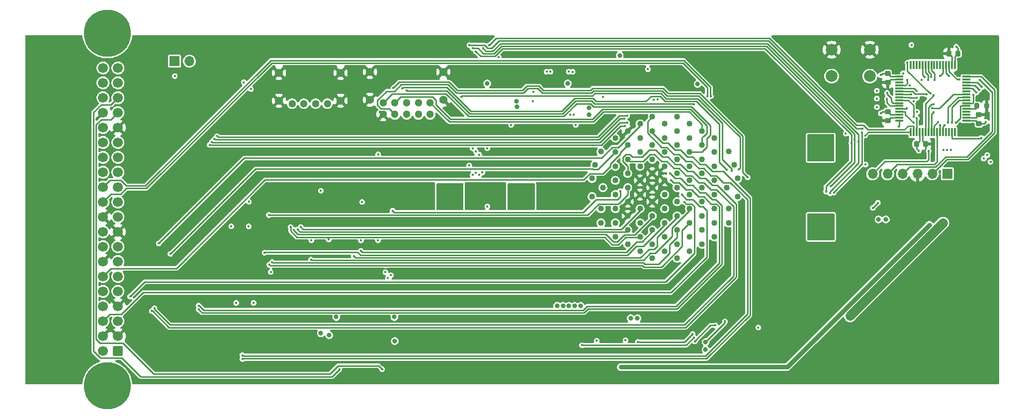
<source format=gbr>
%TF.GenerationSoftware,KiCad,Pcbnew,(6.0.2)*%
%TF.CreationDate,2022-06-14T20:32:41+02:00*%
%TF.ProjectId,SB-Spoko Bezpieczniki,53422d53-706f-46b6-9f20-42657a706965,rev?*%
%TF.SameCoordinates,Original*%
%TF.FileFunction,Copper,L4,Bot*%
%TF.FilePolarity,Positive*%
%FSLAX46Y46*%
G04 Gerber Fmt 4.6, Leading zero omitted, Abs format (unit mm)*
G04 Created by KiCad (PCBNEW (6.0.2)) date 2022-06-14 20:32:41*
%MOMM*%
%LPD*%
G01*
G04 APERTURE LIST*
G04 Aperture macros list*
%AMRoundRect*
0 Rectangle with rounded corners*
0 $1 Rounding radius*
0 $2 $3 $4 $5 $6 $7 $8 $9 X,Y pos of 4 corners*
0 Add a 4 corners polygon primitive as box body*
4,1,4,$2,$3,$4,$5,$6,$7,$8,$9,$2,$3,0*
0 Add four circle primitives for the rounded corners*
1,1,$1+$1,$2,$3*
1,1,$1+$1,$4,$5*
1,1,$1+$1,$6,$7*
1,1,$1+$1,$8,$9*
0 Add four rect primitives between the rounded corners*
20,1,$1+$1,$2,$3,$4,$5,0*
20,1,$1+$1,$4,$5,$6,$7,0*
20,1,$1+$1,$6,$7,$8,$9,0*
20,1,$1+$1,$8,$9,$2,$3,0*%
G04 Aperture macros list end*
%TA.AperFunction,ComponentPad*%
%ADD10R,1.700000X1.700000*%
%TD*%
%TA.AperFunction,ComponentPad*%
%ADD11O,1.700000X1.700000*%
%TD*%
%TA.AperFunction,ComponentPad*%
%ADD12C,0.487500*%
%TD*%
%TA.AperFunction,ComponentPad*%
%ADD13C,2.000000*%
%TD*%
%TA.AperFunction,WasherPad*%
%ADD14C,8.000000*%
%TD*%
%TA.AperFunction,ComponentPad*%
%ADD15RoundRect,0.250000X0.600000X0.600000X-0.600000X0.600000X-0.600000X-0.600000X0.600000X-0.600000X0*%
%TD*%
%TA.AperFunction,ComponentPad*%
%ADD16C,1.700000*%
%TD*%
%TA.AperFunction,ComponentPad*%
%ADD17C,1.300000*%
%TD*%
%TA.AperFunction,ComponentPad*%
%ADD18C,1.400000*%
%TD*%
%TA.AperFunction,SMDPad,CuDef*%
%ADD19RoundRect,0.225000X0.225000X0.250000X-0.225000X0.250000X-0.225000X-0.250000X0.225000X-0.250000X0*%
%TD*%
%TA.AperFunction,SMDPad,CuDef*%
%ADD20RoundRect,0.225000X0.250000X-0.225000X0.250000X0.225000X-0.250000X0.225000X-0.250000X-0.225000X0*%
%TD*%
%TA.AperFunction,SMDPad,CuDef*%
%ADD21RoundRect,0.225000X-0.250000X0.225000X-0.250000X-0.225000X0.250000X-0.225000X0.250000X0.225000X0*%
%TD*%
%TA.AperFunction,SMDPad,CuDef*%
%ADD22RoundRect,0.200000X0.200000X0.275000X-0.200000X0.275000X-0.200000X-0.275000X0.200000X-0.275000X0*%
%TD*%
%TA.AperFunction,SMDPad,CuDef*%
%ADD23R,0.300000X1.475000*%
%TD*%
%TA.AperFunction,SMDPad,CuDef*%
%ADD24R,1.475000X0.300000*%
%TD*%
%TA.AperFunction,ComponentPad*%
%ADD25C,1.020000*%
%TD*%
%TA.AperFunction,ViaPad*%
%ADD26C,0.800000*%
%TD*%
%TA.AperFunction,ViaPad*%
%ADD27C,0.450000*%
%TD*%
%TA.AperFunction,Conductor*%
%ADD28C,0.250000*%
%TD*%
%TA.AperFunction,Conductor*%
%ADD29C,1.600000*%
%TD*%
%TA.AperFunction,Conductor*%
%ADD30C,0.798830*%
%TD*%
G04 APERTURE END LIST*
D10*
%TO.P,JP1,1,1*%
%TO.N,CAR_CAN+*%
X109320000Y-74670000D03*
D11*
%TO.P,JP1,2,2*%
%TO.N,Net-(JP1-Pad2)*%
X111860000Y-74670000D03*
%TD*%
D12*
%TO.P,U15,33,VCC*%
%TO.N,+24V*%
X155741500Y-97283500D03*
X156716500Y-96308500D03*
X157691500Y-97283500D03*
X154766500Y-99233500D03*
X157691500Y-98258500D03*
X156716500Y-98258500D03*
X156716500Y-99233500D03*
X155741500Y-96308500D03*
X154766500Y-97283500D03*
X154766500Y-96308500D03*
X156716500Y-97283500D03*
X155741500Y-99233500D03*
X155741500Y-98258500D03*
X157691500Y-99233500D03*
X157691500Y-96308500D03*
X154766500Y-98258500D03*
%TD*%
%TO.P,U13,33,VCC*%
%TO.N,+24V*%
X217933500Y-87981500D03*
X220858500Y-87981500D03*
X218908500Y-89931500D03*
X220858500Y-90906500D03*
X218908500Y-90906500D03*
X219883500Y-89931500D03*
X219883500Y-87981500D03*
X218908500Y-87981500D03*
X219883500Y-90906500D03*
X217933500Y-88956500D03*
X217933500Y-89931500D03*
X219883500Y-88956500D03*
X217933500Y-90906500D03*
X218908500Y-88956500D03*
X220858500Y-88956500D03*
X220858500Y-89931500D03*
%TD*%
%TO.P,U14,33,VCC*%
%TO.N,+24V*%
X220878500Y-104386500D03*
X220878500Y-103411500D03*
X219903500Y-103411500D03*
X217953500Y-101461500D03*
X218928500Y-102436500D03*
X218928500Y-101461500D03*
X217953500Y-104386500D03*
X220878500Y-102436500D03*
X217953500Y-103411500D03*
X217953500Y-102436500D03*
X218928500Y-104386500D03*
X220878500Y-101461500D03*
X219903500Y-104386500D03*
X219903500Y-101461500D03*
X219903500Y-102436500D03*
X218928500Y-103411500D03*
%TD*%
%TO.P,U12,33,VCC*%
%TO.N,+24V*%
X167880000Y-99225000D03*
X166905000Y-98250000D03*
X168855000Y-98250000D03*
X169830000Y-96300000D03*
X166905000Y-99225000D03*
X167880000Y-97275000D03*
X168855000Y-97275000D03*
X166905000Y-96300000D03*
X168855000Y-96300000D03*
X168855000Y-99225000D03*
X166905000Y-97275000D03*
X169830000Y-97275000D03*
X169830000Y-98250000D03*
X169830000Y-99225000D03*
X167880000Y-98250000D03*
X167880000Y-96300000D03*
%TD*%
D10*
%TO.P,J1,1,Pin_1*%
%TO.N,+3V3*%
X240940000Y-93880000D03*
D11*
%TO.P,J1,2,Pin_2*%
%TO.N,SWCLK*%
X238400000Y-93880000D03*
%TO.P,J1,3,Pin_3*%
%TO.N,GND*%
X235860000Y-93880000D03*
%TO.P,J1,4,Pin_4*%
%TO.N,SWDIO*%
X233320000Y-93880000D03*
%TO.P,J1,5,Pin_5*%
%TO.N,N_RST*%
X230780000Y-93880000D03*
%TO.P,J1,6,Pin_6*%
%TO.N,SWO*%
X228240000Y-93880000D03*
%TD*%
D13*
%TO.P,SW1,1,1*%
%TO.N,GND*%
X227740000Y-72720000D03*
X221240000Y-72720000D03*
%TO.P,SW1,2,2*%
%TO.N,Net-(R20-Pad1)*%
X227740000Y-77220000D03*
X221240000Y-77220000D03*
%TD*%
D14*
%TO.P,J2,*%
%TO.N,*%
X97877500Y-69925000D03*
X97877500Y-129995000D03*
D15*
%TO.P,J2,1,Pin_1*%
%TO.N,+5V*%
X99677500Y-124090000D03*
D16*
%TO.P,J2,2,Pin_2*%
X97137500Y-124090000D03*
%TO.P,J2,3,Pin_3*%
%TO.N,GND*%
X99677500Y-121550000D03*
%TO.P,J2,4,Pin_4*%
X97137500Y-121550000D03*
%TO.P,J2,5,Pin_5*%
%TO.N,Net-(J2-Pad5)*%
X99677500Y-119010000D03*
%TO.P,J2,6,Pin_6*%
%TO.N,WATER_1_PRESSURE*%
X97137500Y-119010000D03*
%TO.P,J2,7,Pin_7*%
%TO.N,GND*%
X99677500Y-116470000D03*
%TO.P,J2,8,Pin_8*%
%TO.N,MONO_NTC*%
X97137500Y-116470000D03*
%TO.P,J2,9,Pin_9*%
%TO.N,RES_SIN+*%
X99677500Y-113930000D03*
%TO.P,J2,10,Pin_10*%
%TO.N,WATER_NTC_2*%
X97137500Y-113930000D03*
%TO.P,J2,11,Pin_11*%
%TO.N,RES_SIN-*%
X99677500Y-111390000D03*
%TO.P,J2,12,Pin_12*%
%TO.N,WATER_NTC_1*%
X97137500Y-111390000D03*
%TO.P,J2,13,Pin_13*%
%TO.N,RES_COS+*%
X99677500Y-108850000D03*
%TO.P,J2,14,Pin_14*%
%TO.N,GND*%
X97137500Y-108850000D03*
%TO.P,J2,15,Pin_15*%
%TO.N,RES_COS-*%
X99677500Y-106310000D03*
%TO.P,J2,16,Pin_16*%
%TO.N,SP_L-*%
X97137500Y-106310000D03*
%TO.P,J2,17,Pin_17*%
%TO.N,GND*%
X99677500Y-103770000D03*
%TO.P,J2,18,Pin_18*%
%TO.N,SP_L+*%
X97137500Y-103770000D03*
%TO.P,J2,19,Pin_19*%
%TO.N,CAR_CAN+*%
X99677500Y-101230000D03*
%TO.P,J2,20,Pin_20*%
%TO.N,GND*%
X97137500Y-101230000D03*
%TO.P,J2,21,Pin_21*%
%TO.N,CAR_CAN-*%
X99677500Y-98690000D03*
%TO.P,J2,22,Pin_22*%
%TO.N,USB_DEBUG_DP*%
X97137500Y-98690000D03*
%TO.P,J2,23,Pin_23*%
%TO.N,INV_CAN+*%
X99677500Y-96150000D03*
%TO.P,J2,24,Pin_24*%
%TO.N,USB_DEBUG_DM*%
X97137500Y-96150000D03*
%TO.P,J2,25,Pin_25*%
%TO.N,INV_CAN-*%
X99677500Y-93610000D03*
%TO.P,J2,26,Pin_26*%
%TO.N,unconnected-(J2-Pad26)*%
X97137500Y-93610000D03*
%TO.P,J2,27,Pin_27*%
%TO.N,unconnected-(J2-Pad27)*%
X99677500Y-91070000D03*
%TO.P,J2,28,Pin_28*%
%TO.N,unconnected-(J2-Pad28)*%
X97137500Y-91070000D03*
%TO.P,J2,29,Pin_29*%
%TO.N,unconnected-(J2-Pad29)*%
X99677500Y-88530000D03*
%TO.P,J2,30,Pin_30*%
%TO.N,unconnected-(J2-Pad30)*%
X97137500Y-88530000D03*
%TO.P,J2,31,Pin_31*%
%TO.N,GND*%
X99677500Y-85990000D03*
%TO.P,J2,32,Pin_32*%
%TO.N,unconnected-(J2-Pad32)*%
X97137500Y-85990000D03*
%TO.P,J2,33,Pin_33*%
%TO.N,BREAK_LIGHT_GATE*%
X99677500Y-83450000D03*
%TO.P,J2,34,Pin_34*%
%TO.N,GND*%
X97137500Y-83450000D03*
%TO.P,J2,35,Pin_35*%
%TO.N,RTDS_GATE*%
X99677500Y-80910000D03*
%TO.P,J2,36,Pin_36*%
%TO.N,unconnected-(J2-Pad36)*%
X97137500Y-80910000D03*
%TO.P,J2,37,Pin_37*%
%TO.N,WSS_RL*%
X99677500Y-78370000D03*
%TO.P,J2,38,Pin_38*%
%TO.N,WSS_FL*%
X97137500Y-78370000D03*
%TO.P,J2,39,Pin_39*%
%TO.N,WSS_RR*%
X99677500Y-75830000D03*
%TO.P,J2,40,Pin_40*%
%TO.N,WSS_FR*%
X97137500Y-75830000D03*
%TD*%
D17*
%TO.P,J3,1,1*%
%TO.N,ETHERNET_RX-*%
X135350000Y-81915000D03*
%TO.P,J3,2,2*%
%TO.N,ETHERNET_RX+*%
X133350000Y-81915000D03*
%TO.P,J3,3,3*%
%TO.N,ETHERNET_TX-*%
X131350000Y-81915000D03*
%TO.P,J3,4,4*%
%TO.N,ETHERNET_TX+*%
X129350000Y-81915000D03*
D18*
%TO.P,J3,5,MH1*%
%TO.N,GND*%
X137600000Y-81415000D03*
%TO.P,J3,6,MH2*%
X127100000Y-81415000D03*
%TO.P,J3,7,MH3*%
X137600000Y-76665000D03*
%TO.P,J3,8,MH4*%
X127100000Y-76665000D03*
%TD*%
D17*
%TO.P,J4,1,1*%
%TO.N,GND*%
X144850000Y-83750000D03*
%TO.P,J4,2,2*%
%TO.N,TSAL_DASH_LED_RED*%
X146850000Y-83750000D03*
%TO.P,J4,3,3*%
%TO.N,TSAL_DASH_LED_GREEN*%
X148850000Y-83750000D03*
%TO.P,J4,4,4*%
%TO.N,TSAL_LED_RED*%
X150850000Y-83750000D03*
%TO.P,J4,5,5*%
%TO.N,TSAL_LED_GREEN*%
X152850000Y-83750000D03*
%TO.P,J4,6,6*%
%TO.N,TSAL_HV_AIR1*%
X144850000Y-81750000D03*
%TO.P,J4,7,7*%
%TO.N,TSAL_HV_BAT_SIG*%
X146850000Y-81750000D03*
%TO.P,J4,8,8*%
%TO.N,TSAL_HV_INV_SIG*%
X148850000Y-81750000D03*
%TO.P,J4,9,9*%
%TO.N,TSAL_24V*%
X150850000Y-81750000D03*
%TO.P,J4,10,10*%
%TO.N,TSAL_HV_AIR2*%
X152850000Y-81750000D03*
D18*
%TO.P,J4,MH1,MH1*%
%TO.N,GND*%
X155100000Y-76500000D03*
%TO.P,J4,MH2,MH2*%
X155100000Y-81250000D03*
%TO.P,J4,MH3,MH3*%
X142600000Y-81250000D03*
%TO.P,J4,MH4,MH4*%
X142600000Y-76500000D03*
%TD*%
D19*
%TO.P,C11,1*%
%TO.N,3.3V_STM_POWER*%
X242745000Y-73350000D03*
%TO.P,C11,2*%
%TO.N,GND*%
X241195000Y-73350000D03*
%TD*%
%TO.P,C10,1*%
%TO.N,GND*%
X237245000Y-88810000D03*
%TO.P,C10,2*%
%TO.N,3.3V_STM_REF+*%
X235695000Y-88810000D03*
%TD*%
D20*
%TO.P,C12,1*%
%TO.N,3.3V_STM_POWER*%
X246320000Y-85325000D03*
%TO.P,C12,2*%
%TO.N,GND*%
X246320000Y-83775000D03*
%TD*%
D21*
%TO.P,C13,1*%
%TO.N,3.3V_STM_POWER*%
X230790000Y-76785000D03*
%TO.P,C13,2*%
%TO.N,GND*%
X230790000Y-78335000D03*
%TD*%
%TO.P,C14,1*%
%TO.N,3.3V_STM_POWER*%
X230790000Y-83295000D03*
%TO.P,C14,2*%
%TO.N,GND*%
X230790000Y-84845000D03*
%TD*%
D22*
%TO.P,R24,1*%
%TO.N,GND*%
X247645000Y-82310000D03*
%TO.P,R24,2*%
%TO.N,Net-(IC1-Pad60)*%
X245995000Y-82310000D03*
%TD*%
D23*
%TO.P,IC1,1,VBAT*%
%TO.N,unconnected-(IC1-Pad1)*%
X242220000Y-86798000D03*
%TO.P,IC1,2,PC13*%
%TO.N,SPARE_1_SENSE_SIG*%
X241720000Y-86798000D03*
%TO.P,IC1,3,PC14-OSC32_IN*%
%TO.N,unconnected-(IC1-Pad3)*%
X241220000Y-86798000D03*
%TO.P,IC1,4,PC15-OSC32_OUT*%
%TO.N,unconnected-(IC1-Pad4)*%
X240720000Y-86798000D03*
%TO.P,IC1,5,PH0-OSC_IN*%
%TO.N,STM_CLK_IN*%
X240220000Y-86798000D03*
%TO.P,IC1,6,PH1-OSC_OUT*%
%TO.N,STM_CKL_OUT*%
X239720000Y-86798000D03*
%TO.P,IC1,7,NRST*%
%TO.N,N_RST*%
X239220000Y-86798000D03*
%TO.P,IC1,8,PC0*%
%TO.N,STM_???*%
X238720000Y-86798000D03*
%TO.P,IC1,9,PC1*%
%TO.N,STM_FATAL_ERROR*%
X238220000Y-86798000D03*
%TO.P,IC1,10,PC2*%
%TO.N,STM_SOFT_ERROR*%
X237720000Y-86798000D03*
%TO.P,IC1,11,PC3*%
%TO.N,STM_OK*%
X237220000Y-86798000D03*
%TO.P,IC1,12,VSSA/VREF-*%
%TO.N,GND*%
X236720000Y-86798000D03*
%TO.P,IC1,13,VDDA/VREF+*%
%TO.N,3.3V_STM_REF+*%
X236220000Y-86798000D03*
%TO.P,IC1,14,PA0*%
%TO.N,TSAL_IMON*%
X235720000Y-86798000D03*
%TO.P,IC1,15,PA1*%
%TO.N,SS_0*%
X235220000Y-86798000D03*
%TO.P,IC1,16,PA2*%
%TO.N,SS_1*%
X234720000Y-86798000D03*
D24*
%TO.P,IC1,17,PA3*%
%TO.N,SS_2*%
X232732000Y-84810000D03*
%TO.P,IC1,18,VSS_1*%
%TO.N,GND*%
X232732000Y-84310000D03*
%TO.P,IC1,19,VDD_1*%
%TO.N,3.3V_STM_POWER*%
X232732000Y-83810000D03*
%TO.P,IC1,20,PA4*%
%TO.N,SS_3*%
X232732000Y-83310000D03*
%TO.P,IC1,21,PA5*%
%TO.N,Net-(IC1-Pad21)*%
X232732000Y-82810000D03*
%TO.P,IC1,22,PA6*%
%TO.N,Net-(IC1-Pad22)*%
X232732000Y-82310000D03*
%TO.P,IC1,23,PA7*%
%TO.N,Net-(IC1-Pad23)*%
X232732000Y-81810000D03*
%TO.P,IC1,24,PC4*%
%TO.N,BSPD{slash}EBS_STATE*%
X232732000Y-81310000D03*
%TO.P,IC1,25,PC5*%
%TO.N,BSPD{slash}EBS_IMON*%
X232732000Y-80810000D03*
%TO.P,IC1,26,PB0*%
%TO.N,WATER{slash}POT_IMON*%
X232732000Y-80310000D03*
%TO.P,IC1,27,PB1*%
%TO.N,TSAL_STATE*%
X232732000Y-79810000D03*
%TO.P,IC1,28,PB2*%
%TO.N,WATER{slash}POT_ENABLE*%
X232732000Y-79310000D03*
%TO.P,IC1,29,PB10*%
%TO.N,Net-(IC1-Pad29)*%
X232732000Y-78810000D03*
%TO.P,IC1,30,PB11*%
%TO.N,unconnected-(IC1-Pad30)*%
X232732000Y-78310000D03*
%TO.P,IC1,31,VSS_2*%
%TO.N,GND*%
X232732000Y-77810000D03*
%TO.P,IC1,32,VDD_2*%
%TO.N,3.3V_STM_POWER*%
X232732000Y-77310000D03*
D23*
%TO.P,IC1,33,PB12*%
%TO.N,unconnected-(IC1-Pad33)*%
X234720000Y-75322000D03*
%TO.P,IC1,34,PB13*%
%TO.N,unconnected-(IC1-Pad34)*%
X235220000Y-75322000D03*
%TO.P,IC1,35,PB14*%
%TO.N,unconnected-(IC1-Pad35)*%
X235720000Y-75322000D03*
%TO.P,IC1,36,PB15*%
%TO.N,unconnected-(IC1-Pad36)*%
X236220000Y-75322000D03*
%TO.P,IC1,37,PC6*%
%TO.N,SPARE_2_SENSE_SIG*%
X236720000Y-75322000D03*
%TO.P,IC1,38,PC7*%
%TO.N,SPARE_3_SENSE_SIG*%
X237220000Y-75322000D03*
%TO.P,IC1,39,PC8*%
%TO.N,HV_SENSE_SIG*%
X237720000Y-75322000D03*
%TO.P,IC1,40,PC9*%
%TO.N,HVD_SENSE_SIG*%
X238220000Y-75322000D03*
%TO.P,IC1,41,PA8*%
%TO.N,unconnected-(IC1-Pad41)*%
X238720000Y-75322000D03*
%TO.P,IC1,42,PA9*%
%TO.N,unconnected-(IC1-Pad42)*%
X239220000Y-75322000D03*
%TO.P,IC1,43,PA10*%
%TO.N,unconnected-(IC1-Pad43)*%
X239720000Y-75322000D03*
%TO.P,IC1,44,PA11*%
%TO.N,Net-(IC1-Pad44)*%
X240220000Y-75322000D03*
%TO.P,IC1,45,PA12*%
%TO.N,Net-(IC1-Pad45)*%
X240720000Y-75322000D03*
%TO.P,IC1,46,PA13*%
%TO.N,SWDIO*%
X241220000Y-75322000D03*
%TO.P,IC1,47,VSS_3*%
%TO.N,GND*%
X241720000Y-75322000D03*
%TO.P,IC1,48,VDDUSB*%
%TO.N,3.3V_STM_POWER*%
X242220000Y-75322000D03*
D24*
%TO.P,IC1,49,PA14*%
%TO.N,SWCLK*%
X244208000Y-77310000D03*
%TO.P,IC1,50,PA15*%
%TO.N,unconnected-(IC1-Pad50)*%
X244208000Y-77810000D03*
%TO.P,IC1,51,PC10*%
%TO.N,INVERTER_SENSE_SIG*%
X244208000Y-78310000D03*
%TO.P,IC1,52,PC11*%
%TO.N,FIREWALL_SENSE_SIG*%
X244208000Y-78810000D03*
%TO.P,IC1,53,PC12*%
%TO.N,DV_SENSE_SIG*%
X244208000Y-79310000D03*
%TO.P,IC1,54,PD2*%
%TO.N,unconnected-(IC1-Pad54)*%
X244208000Y-79810000D03*
%TO.P,IC1,55,PB3*%
%TO.N,SWO*%
X244208000Y-80310000D03*
%TO.P,IC1,56,PB4*%
%TO.N,WATER{slash}POT_STATE*%
X244208000Y-80810000D03*
%TO.P,IC1,57,PB5*%
%TO.N,LED_1_CONTROL*%
X244208000Y-81310000D03*
%TO.P,IC1,58,PB6*%
%TO.N,TSAL_ENABLE*%
X244208000Y-81810000D03*
%TO.P,IC1,59,PB7*%
%TO.N,LED_2_CONTROL*%
X244208000Y-82310000D03*
%TO.P,IC1,60,PH3-BOOT0*%
%TO.N,Net-(IC1-Pad60)*%
X244208000Y-82810000D03*
%TO.P,IC1,61,PB8*%
%TO.N,unconnected-(IC1-Pad61)*%
X244208000Y-83310000D03*
%TO.P,IC1,62,PB9*%
%TO.N,unconnected-(IC1-Pad62)*%
X244208000Y-83810000D03*
%TO.P,IC1,63,VSS_4*%
%TO.N,GND*%
X244208000Y-84310000D03*
%TO.P,IC1,64,VDD_3*%
%TO.N,3.3V_STM_POWER*%
X244208000Y-84810000D03*
%TD*%
D25*
%TO.P,U1,1*%
%TO.N,INVERTER_24V*%
X181944800Y-90102600D03*
%TO.P,U1,2*%
X180954200Y-92312400D03*
%TO.P,U1,3*%
%TO.N,BOX_24V*%
X180420800Y-94674600D03*
%TO.P,U1,4*%
%TO.N,LED_1_IN*%
X182275000Y-96224000D03*
%TO.P,U1,5*%
%TO.N,TSAL{slash}ASSI_24V*%
X180420800Y-97773400D03*
%TO.P,U1,6*%
%TO.N,MOTEC_24V*%
X181944800Y-99830800D03*
%TO.P,U1,7*%
%TO.N,FAN_MONO_24V*%
X181944800Y-102243800D03*
%TO.P,U1,8*%
%TO.N,BSPD{slash}EBS_24V*%
X184383200Y-87765800D03*
%TO.P,U1,9*%
%TO.N,WATER_NTC_2*%
X184383200Y-90178800D03*
%TO.P,U1,10*%
%TO.N,INVERTER_24V*%
X184383200Y-92591800D03*
%TO.P,U1,11*%
%TO.N,LED_2_IN*%
X184383200Y-95004800D03*
%TO.P,U1,12*%
%TO.N,BUZZER_IN*%
X184383200Y-97417800D03*
%TO.P,U1,13*%
%TO.N,RTDS_IN*%
X184383200Y-99830800D03*
%TO.P,U1,14*%
%TO.N,BREAK_LIGHT_24V*%
X184383200Y-102243800D03*
%TO.P,U1,15*%
%TO.N,BAT_HV_24V*%
X184383200Y-104656800D03*
%TO.P,U1,16*%
%TO.N,GND*%
X186491400Y-86572000D03*
%TO.P,U1,17*%
%TO.N,WATER_NTC_1*%
X186491400Y-88985000D03*
%TO.P,U1,18*%
%TO.N,RES_SIN-*%
X186491400Y-91398000D03*
%TO.P,U1,19*%
%TO.N,RES_SIN+*%
X186491400Y-93811000D03*
%TO.P,U1,20*%
%TO.N,SPARE_1_SENSE*%
X186491400Y-96224000D03*
%TO.P,U1,21*%
%TO.N,GND*%
X186491400Y-98637000D03*
%TO.P,U1,22*%
X186491400Y-101050000D03*
%TO.P,U1,23*%
%TO.N,ETHERNET_RX+*%
X186491400Y-103463000D03*
%TO.P,U1,24*%
%TO.N,SPARE_2_24V*%
X186491400Y-105876000D03*
%TO.P,U1,25*%
%TO.N,MONO_NTC*%
X188599600Y-85352800D03*
%TO.P,U1,26*%
%TO.N,WATER_1_PRESSURE*%
X188599600Y-87765800D03*
%TO.P,U1,27*%
%TO.N,SPARE_2_SENSE*%
X188599600Y-90178800D03*
%TO.P,U1,28*%
%TO.N,WATER_2_PRESSURE*%
X188599600Y-92591800D03*
%TO.P,U1,29*%
%TO.N,GND*%
X188599600Y-95004800D03*
%TO.P,U1,30*%
X188599600Y-97417800D03*
%TO.P,U1,31*%
%TO.N,ETHERNET_RX-*%
X188599600Y-99830800D03*
%TO.P,U1,32*%
%TO.N,BREAK_LIGHT_IN*%
X188599600Y-102243800D03*
%TO.P,U1,33*%
%TO.N,ETHERNET_TX+*%
X188599600Y-104656800D03*
%TO.P,U1,34*%
%TO.N,DIAGPORT_24V*%
X188599600Y-107069800D03*
%TO.P,U1,35*%
%TO.N,RES_COS-*%
X190707800Y-84159000D03*
%TO.P,U1,36*%
%TO.N,RES_COS+*%
X190707800Y-86572000D03*
%TO.P,U1,37*%
%TO.N,SP_L-*%
X190707800Y-88985000D03*
%TO.P,U1,38*%
%TO.N,SP_L+*%
X190707800Y-91398000D03*
%TO.P,U1,39*%
%TO.N,GND*%
X190707800Y-93811000D03*
%TO.P,U1,40*%
X190707800Y-96224000D03*
%TO.P,U1,41*%
X190707800Y-98637000D03*
%TO.P,U1,42*%
%TO.N,ETHERNET_TX-*%
X190707800Y-101050000D03*
%TO.P,U1,43*%
%TO.N,SPARE_3_SENSE*%
X190707800Y-103463000D03*
%TO.P,U1,44*%
%TO.N,PUMP_12V*%
X190707800Y-105876000D03*
%TO.P,U1,45*%
%TO.N,SPARE_1_24V*%
X190707800Y-108289000D03*
%TO.P,U1,46*%
%TO.N,CAR_CAN+*%
X192816000Y-85352800D03*
%TO.P,U1,47*%
%TO.N,CAR_CAN-*%
X192816000Y-87765800D03*
%TO.P,U1,48*%
%TO.N,GND*%
X192816000Y-90178800D03*
%TO.P,U1,49*%
X192816000Y-92591800D03*
%TO.P,U1,50*%
X192816000Y-95004800D03*
%TO.P,U1,51*%
%TO.N,+24V*%
X192816000Y-97417800D03*
%TO.P,U1,52*%
X192816000Y-99830800D03*
%TO.P,U1,53*%
%TO.N,INVERTER_SENSE*%
X192816000Y-102243800D03*
%TO.P,U1,54*%
%TO.N,GND*%
X192816000Y-104656800D03*
%TO.P,U1,55*%
%TO.N,ASMS_24V*%
X192816000Y-107069800D03*
%TO.P,U1,56*%
%TO.N,INV_CAN-*%
X194924200Y-84159000D03*
%TO.P,U1,57*%
%TO.N,INV_CAN+*%
X194924200Y-86572000D03*
%TO.P,U1,58*%
%TO.N,TSAL_HV_INV_SIG*%
X194924200Y-88985000D03*
%TO.P,U1,59*%
%TO.N,+24V*%
X194924200Y-91398000D03*
%TO.P,U1,60*%
X194924200Y-93811000D03*
%TO.P,U1,61*%
X194924200Y-96224000D03*
%TO.P,U1,62*%
X194924200Y-98637000D03*
%TO.P,U1,63*%
%TO.N,HVD_SENSE*%
X194924200Y-101050000D03*
%TO.P,U1,64*%
%TO.N,DV_SENSE*%
X194924200Y-103463000D03*
%TO.P,U1,65*%
%TO.N,POT_?V*%
X194924200Y-105876000D03*
%TO.P,U1,66*%
%TO.N,LIDAR_24V*%
X194924200Y-108289000D03*
%TO.P,U1,67*%
%TO.N,USB_DEBUG_DP*%
X197032400Y-85352800D03*
%TO.P,U1,68*%
%TO.N,USB_DEBUG_DM*%
X197032400Y-87765800D03*
%TO.P,U1,69*%
%TO.N,TSAL_HV_AIR1*%
X197032400Y-90178800D03*
%TO.P,U1,70*%
%TO.N,+24V*%
X197032400Y-92591800D03*
%TO.P,U1,71*%
X197032400Y-95004800D03*
%TO.P,U1,72*%
X197032400Y-97417800D03*
%TO.P,U1,73*%
%TO.N,HV_SENSE*%
X197032400Y-99830800D03*
%TO.P,U1,74*%
%TO.N,FIREWALL_SENSE*%
X197032400Y-102243800D03*
%TO.P,U1,75*%
%TO.N,WATER_5V*%
X197032400Y-104656800D03*
%TO.P,U1,76*%
%TO.N,WHEEL_SPEED_2_24V*%
X197032400Y-107069800D03*
%TO.P,U1,77*%
%TO.N,TSAL_HV_AIR2*%
X199140600Y-86572000D03*
%TO.P,U1,78*%
%TO.N,TSAL_HV_BAT_SIG*%
X199140600Y-88985000D03*
%TO.P,U1,79*%
%TO.N,WSS_RL*%
X199140600Y-91398000D03*
%TO.P,U1,80*%
%TO.N,WSS_FL*%
X199140600Y-93811000D03*
%TO.P,U1,81*%
%TO.N,WSS_RR*%
X199140600Y-96224000D03*
%TO.P,U1,82*%
%TO.N,WSS_FR*%
X199140600Y-98637000D03*
%TO.P,U1,83*%
%TO.N,BOX_DV_24V*%
X199140600Y-101050000D03*
%TO.P,U1,84*%
X199140600Y-103463000D03*
%TO.P,U1,85*%
X199140600Y-105876000D03*
%TO.P,U1,86*%
%TO.N,ODRIVE_24V*%
X201248800Y-87765800D03*
%TO.P,U1,87*%
X201248800Y-90178800D03*
%TO.P,U1,88*%
X201248800Y-92591800D03*
%TO.P,U1,89*%
%TO.N,TSAL_LED_RED*%
X201248800Y-95004800D03*
%TO.P,U1,90*%
%TO.N,TSAL_DASH_LED_RED*%
X201248800Y-97417800D03*
%TO.P,U1,91*%
%TO.N,TSAL_DASH_LED_GREEN*%
X201248800Y-99830800D03*
%TO.P,U1,92*%
%TO.N,JETSON_24V*%
X201248800Y-102243800D03*
%TO.P,U1,93*%
X201248800Y-104656800D03*
%TO.P,U1,94*%
%TO.N,FAN_R_24V*%
X203687200Y-90102600D03*
%TO.P,U1,95*%
%TO.N,FAN_L_24V*%
X204677800Y-92312400D03*
%TO.P,U1,96*%
%TO.N,LAPTIMER_24V*%
X205211200Y-94674600D03*
%TO.P,U1,97*%
%TO.N,TSAL_LED_GREEN*%
X203357000Y-96224000D03*
%TO.P,U1,98*%
%TO.N,DASH_24V*%
X205211200Y-97773400D03*
%TO.P,U1,99*%
%TO.N,WHEEL_SPEED_1_24V*%
X203687200Y-99830800D03*
%TO.P,U1,100*%
%TO.N,JETSON_24V*%
X203687200Y-102243800D03*
%TD*%
D26*
%TO.N,GND*%
X192360000Y-121230000D03*
X174860000Y-76570000D03*
X204080000Y-117070000D03*
X182110000Y-77870000D03*
X128460000Y-113120000D03*
X213160000Y-125270000D03*
X113760000Y-113270000D03*
D27*
X236660000Y-85160000D03*
D26*
X112010000Y-113270000D03*
D27*
X174760000Y-85720000D03*
D26*
X138910000Y-99920000D03*
X130210000Y-105920000D03*
X123810000Y-123520000D03*
X133910000Y-113120000D03*
X131860000Y-110870000D03*
X137660000Y-90070000D03*
X231510000Y-73020000D03*
X178510000Y-78220000D03*
X243880000Y-121840000D03*
X165360000Y-76120000D03*
X127460000Y-123520000D03*
D27*
X229640000Y-84403915D03*
D26*
X213110000Y-77420000D03*
X213300000Y-96810000D03*
X243880000Y-123110000D03*
X242610000Y-121840000D03*
X170860000Y-76120000D03*
X122160000Y-123520000D03*
X128460000Y-110870000D03*
X150160000Y-92070000D03*
D27*
X241465497Y-72194503D03*
D26*
X164060000Y-90120000D03*
X197280000Y-117180000D03*
D27*
X229630000Y-78064503D03*
D26*
X242610000Y-123110000D03*
D27*
X236964503Y-89970000D03*
D26*
X165060000Y-123770000D03*
X172210000Y-123770000D03*
X213320000Y-94710000D03*
X213210000Y-123220000D03*
X203360000Y-75120000D03*
X148210000Y-96720000D03*
X154610000Y-116270000D03*
X244460000Y-75220000D03*
X196010000Y-121220000D03*
X136710000Y-105920000D03*
X211310000Y-125270000D03*
X230760000Y-87820000D03*
X111710000Y-123570000D03*
X209610000Y-77420000D03*
X245150000Y-121840000D03*
X183010000Y-118270000D03*
X210150000Y-117070000D03*
X122160000Y-121270000D03*
X113610000Y-123570000D03*
X232910000Y-104270000D03*
X131860000Y-113120000D03*
X206920000Y-121540000D03*
X141110000Y-111470000D03*
X232910000Y-100620000D03*
X209360000Y-125270000D03*
X145110000Y-105970000D03*
X227460000Y-90670000D03*
X247260000Y-86670000D03*
X118760000Y-121270000D03*
X115560000Y-115620000D03*
X174410000Y-123770000D03*
X239360000Y-73020000D03*
X235760000Y-73020000D03*
X148210000Y-94020000D03*
X152760000Y-116270000D03*
X232910000Y-98420000D03*
X128410000Y-105920000D03*
X245150000Y-123110000D03*
X209610000Y-79570000D03*
X138360000Y-105920000D03*
X115560000Y-113270000D03*
X133360000Y-90070000D03*
X213110000Y-79470000D03*
X181060000Y-118270000D03*
X242610000Y-124380000D03*
X151110000Y-116270000D03*
X120510000Y-123520000D03*
X130210000Y-108170000D03*
X156510000Y-116270000D03*
X217260000Y-96820000D03*
X208240000Y-117080000D03*
X205970000Y-117090000D03*
X180460000Y-76320000D03*
X111710000Y-121270000D03*
X227160000Y-84120000D03*
X209610000Y-75120000D03*
X135560000Y-90070000D03*
X123810000Y-121270000D03*
X243880000Y-124380000D03*
X150160000Y-96720000D03*
X120510000Y-121270000D03*
D27*
X193430000Y-77310000D03*
D26*
X232910000Y-102620000D03*
X118760000Y-123520000D03*
X133910000Y-110870000D03*
X200860000Y-75120000D03*
X170860000Y-73520000D03*
X139610000Y-90070000D03*
X137310000Y-110870000D03*
X245150000Y-124380000D03*
X150160000Y-94020000D03*
X158460000Y-116270000D03*
X146960000Y-105970000D03*
X138910000Y-102070000D03*
X168260000Y-73520000D03*
X227460000Y-88820000D03*
X117510000Y-115620000D03*
X213410000Y-86600000D03*
X127460000Y-121270000D03*
X117510000Y-113270000D03*
X164060000Y-93970000D03*
X130210000Y-110870000D03*
X130210000Y-113120000D03*
X162960000Y-123770000D03*
X206460000Y-75120000D03*
X206410000Y-77420000D03*
X125660000Y-123520000D03*
D27*
X247485497Y-84035497D03*
D26*
X161010000Y-99420000D03*
X125660000Y-121270000D03*
X128410000Y-108170000D03*
X168260000Y-76120000D03*
%TO.N,+5V*%
X240220000Y-102250000D03*
X198420000Y-78550000D03*
X224390000Y-118120000D03*
%TO.N,+3V3*%
X176300000Y-78460000D03*
D27*
X227010000Y-92300000D03*
X223640000Y-87030000D03*
X134240000Y-96770000D03*
D26*
X185150000Y-73695500D03*
D27*
X234557585Y-78760500D03*
X185342500Y-126827500D03*
D26*
X162580000Y-78470000D03*
D27*
X121970000Y-98640000D03*
X237890000Y-102590000D03*
X162580000Y-99440000D03*
X125700000Y-110620000D03*
X141270000Y-98680000D03*
X162580000Y-89519500D03*
%TO.N,SWO*%
X237750000Y-89980000D03*
X238320000Y-82670000D03*
%TO.N,BSPD{slash}EBS_IMON*%
X182309500Y-80790000D03*
X176467950Y-76469487D03*
X176673608Y-83819500D03*
X235744672Y-80911567D03*
%TO.N,BSPD{slash}EBS_STATE*%
X177117404Y-76477404D03*
X235180200Y-81519800D03*
X233390000Y-76735498D03*
X235168915Y-84140000D03*
%TO.N,INVERTER_SENSE_SIG*%
X122780000Y-115890000D03*
X246830000Y-79080000D03*
%TO.N,/Fusses/WATER-POTENTIOMMETER/WATER{slash}POT_FLAG*%
X197553378Y-121199501D03*
X188238489Y-122558000D03*
%TO.N,/Fusses/WATER-POTENTIOMMETER/WATER{slash}POT_EN*%
X178712500Y-123107500D03*
X197756444Y-121816444D03*
D26*
%TO.N,+24V*%
X229230000Y-101650000D03*
X167610000Y-82467420D03*
X179890000Y-83815980D03*
X167600000Y-81480000D03*
X179880000Y-82630000D03*
X230480000Y-101650000D03*
D27*
%TO.N,3.3V_STM_REF+*%
X236077500Y-89950000D03*
%TO.N,3.3V_STM_POWER*%
X235820000Y-83330000D03*
X242465000Y-72194503D03*
X234840000Y-71910000D03*
X229630000Y-77065000D03*
X247485497Y-85035000D03*
X229630000Y-83580000D03*
%TO.N,STM_CLK_IN*%
X240470000Y-85590428D03*
%TO.N,STM_CKL_OUT*%
X239690399Y-85583460D03*
%TO.N,CAR_CAN-*%
X189940000Y-76040000D03*
X109380000Y-77210000D03*
X190910000Y-81250000D03*
X121115008Y-78254992D03*
%TO.N,CAR_CAN+*%
X122310000Y-79420000D03*
X191623556Y-81186444D03*
%TO.N,STM_OK*%
X238620000Y-80500000D03*
%TO.N,STM_FATAL_ERROR*%
X238620000Y-83350000D03*
%TO.N,STM_SOFT_ERROR*%
X238590000Y-81980000D03*
%TO.N,STM_???*%
X239326803Y-85045268D03*
%TO.N,BUZZER_CONTROL*%
X236530989Y-77900000D03*
X145673316Y-111626204D03*
%TO.N,LED_2_CONTROL*%
X242369004Y-85180254D03*
X146151523Y-111180020D03*
%TO.N,LED_1_CONTROL*%
X241719502Y-85179295D03*
X145220000Y-110640000D03*
%TO.N,SWDIO*%
X243020000Y-77820000D03*
X246470000Y-77859500D03*
%TO.N,MOSI*%
X160649000Y-93671207D03*
X160650000Y-73028020D03*
X228940000Y-79712344D03*
X224590000Y-88660000D03*
X160649000Y-90071000D03*
X220270000Y-96910000D03*
%TO.N,MISO*%
X221069011Y-95990000D03*
X228940000Y-81050000D03*
X160099500Y-94070000D03*
X225160000Y-88040000D03*
X160099500Y-89521500D03*
X160110000Y-72478520D03*
%TO.N,SCK*%
X161198500Y-90620500D03*
X161198500Y-94070000D03*
X220950000Y-97200000D03*
X228940000Y-82500000D03*
X225790000Y-88380000D03*
X161890000Y-72483556D03*
%TO.N,SS_3*%
X226496173Y-86176173D03*
X235168915Y-85186489D03*
X159510000Y-92470000D03*
X159550000Y-71929020D03*
%TO.N,SS_2*%
X221630000Y-97090000D03*
X232700000Y-85798980D03*
X226400000Y-86850000D03*
%TO.N,SS_1*%
X226957342Y-87327804D03*
%TO.N,SS_0*%
X162930000Y-71929031D03*
X161748000Y-93660000D03*
%TO.N,WSS_FR*%
X186010000Y-85740000D03*
X115280000Y-88930000D03*
%TO.N,WSS_FL*%
X185960000Y-84510000D03*
X116123104Y-87932268D03*
%TO.N,USB_DEBUG_DM*%
X200689503Y-80640000D03*
%TO.N,USB_DEBUG_DP*%
X200040000Y-80640000D03*
%TO.N,SP_L+*%
X113430000Y-116360020D03*
X193930000Y-94990000D03*
%TO.N,SP_L-*%
X193720000Y-93790000D03*
X113418182Y-117009415D03*
%TO.N,WATER_NTC_2*%
X108600000Y-107530000D03*
%TO.N,MONO_NTC*%
X106620000Y-105750000D03*
%TO.N,WSS_RR*%
X186414331Y-85187989D03*
X115694754Y-88420500D03*
%TO.N,WSS_RL*%
X116565893Y-87457093D03*
X186420000Y-83960500D03*
%TO.N,RTDS_GATE*%
X137390000Y-127195500D03*
%TO.N,BREAK_LIGHT_GATE*%
X144680000Y-127195500D03*
%TO.N,RES_COS-*%
X120880116Y-124822673D03*
%TO.N,RES_COS+*%
X120889918Y-125472102D03*
%TO.N,RES_SIN-*%
X105899666Y-116821130D03*
%TO.N,RES_SIN+*%
X105440000Y-117280000D03*
D26*
%TO.N,BUZZER_IN*%
X176480497Y-116390000D03*
X134240000Y-121090000D03*
%TO.N,LED_2_IN*%
X174480000Y-116380000D03*
X146760000Y-118288531D03*
%TO.N,LED_1_IN*%
X175480994Y-116390000D03*
X136860000Y-118288531D03*
%TO.N,RTDS_IN*%
X177480000Y-116390000D03*
X135670000Y-121401639D03*
%TO.N,BREAK_LIGHT_IN*%
X178490000Y-116390000D03*
X146830000Y-122400000D03*
D27*
%TO.N,WATER{slash}POT_IMON*%
X234760000Y-80359500D03*
X248291018Y-91856181D03*
X208750000Y-120090000D03*
X240266005Y-89790000D03*
%TO.N,Net-(IC4-Pad8)*%
X197920000Y-122480000D03*
X201430000Y-119730000D03*
%TO.N,SPARE_1_SENSE*%
X125390500Y-100900000D03*
%TO.N,SPARE_2_SENSE*%
X144000000Y-90550000D03*
X185240000Y-96820000D03*
X146470000Y-100190000D03*
%TO.N,SPARE_1_SENSE_SIG*%
X246709691Y-87750000D03*
X119820000Y-115890000D03*
%TO.N,ETHERNET_RX+*%
X130280000Y-103390000D03*
%TO.N,ETHERNET_RX-*%
X130820000Y-102960000D03*
%TO.N,TSAL_LED_GREEN*%
X204190000Y-93360000D03*
X158143794Y-80776206D03*
%TO.N,ETHERNET_TX+*%
X129080500Y-102960000D03*
%TO.N,ETHERNET_TX-*%
X129631282Y-103421904D03*
%TO.N,TSAL_LED_RED*%
X148090000Y-79330000D03*
X203350000Y-93180000D03*
%TO.N,Net-(IC1-Pad21)*%
X234044903Y-82714903D03*
%TO.N,Net-(IC1-Pad22)*%
X230669500Y-81060000D03*
%TO.N,Net-(IC1-Pad23)*%
X230690000Y-80070000D03*
%TO.N,WATER{slash}POT_ENABLE*%
X247159211Y-91289500D03*
X240915508Y-89790000D03*
X235720500Y-79712344D03*
X181232500Y-122357500D03*
%TO.N,WATER{slash}POT_STATE*%
X241070000Y-85180000D03*
X247750000Y-90690000D03*
X186122500Y-122275386D03*
X241565011Y-89790000D03*
%TO.N,WATER_1_PRESSURE*%
X195730000Y-97470000D03*
%TO.N,WATER_2_PRESSURE*%
X196150000Y-98710000D03*
X101740000Y-114780000D03*
%TO.N,SPARE_2_SENSE_SIG*%
X143980000Y-105228540D03*
X237081489Y-77350000D03*
%TO.N,INVERTER_SENSE*%
X124650000Y-107330000D03*
%TO.N,HVD_SENSE*%
X139840000Y-107910000D03*
%TO.N,DV_SENSE*%
X125940000Y-108950000D03*
%TO.N,HV_SENSE*%
X132560000Y-108518580D03*
%TO.N,FIREWALL_SENSE*%
X125470000Y-109400000D03*
%TO.N,HVD_SENSE_SIG*%
X238730000Y-77890000D03*
X135580000Y-105078540D03*
%TO.N,HV_SENSE_SIG*%
X132630000Y-105228540D03*
X238180500Y-77350000D03*
%TO.N,SPARE_3_SENSE*%
X141040000Y-107010000D03*
%TO.N,SPARE_3_SENSE_SIG*%
X141060000Y-105228540D03*
X237630000Y-77900000D03*
%TO.N,DV_SENSE_SIG*%
X245910000Y-80000000D03*
X121940000Y-102840000D03*
%TO.N,FIREWALL_SENSE_SIG*%
X246357301Y-79529069D03*
X118980000Y-102830000D03*
%TO.N,Net-(IC1-Pad29)*%
X234068484Y-77869375D03*
%TO.N,Net-(IC1-Pad44)*%
X239730000Y-77190000D03*
%TO.N,Net-(IC1-Pad45)*%
X241190000Y-77190000D03*
%TO.N,Net-(IC5-Pad4)*%
X228261698Y-99699500D03*
X229109500Y-98834827D03*
D26*
%TO.N,WATER_5V*%
X199770000Y-123870000D03*
D27*
X203070000Y-119050000D03*
D26*
X199770000Y-122570000D03*
%TO.N,POT_?V*%
X188175000Y-118505000D03*
X186995000Y-118505000D03*
D27*
%TO.N,TSAL_IMON*%
X235751646Y-84426839D03*
X172690000Y-76470000D03*
X238082720Y-80135055D03*
X234145498Y-74920000D03*
%TO.N,TSAL_STATE*%
X237378770Y-80355709D03*
X173339503Y-76470000D03*
%TO.N,Net-(IC2-Pad4)*%
X170400000Y-79890500D03*
X170395359Y-81539500D03*
%TO.N,Net-(IC6-Pad4)*%
X177323110Y-83820552D03*
X177650000Y-85539500D03*
%TO.N,TSAL_ENABLE*%
X245370002Y-80370000D03*
X166660000Y-85539500D03*
X164530206Y-73980206D03*
%TO.N,TSAL_HV_INV_SIG*%
X148850000Y-79675989D03*
X197775415Y-82054585D03*
%TO.N,TSAL_DASH_LED_GREEN*%
X146601780Y-79221108D03*
X206930000Y-94480000D03*
%TO.N,TSAL_DASH_LED_RED*%
X205420000Y-93150000D03*
%TD*%
D28*
%TO.N,GND*%
X247485497Y-84035497D02*
X247220000Y-83770000D01*
X241200000Y-72460000D02*
X241200000Y-73354503D01*
X229640000Y-84403915D02*
X230081085Y-84845000D01*
X241720000Y-73875000D02*
X241195000Y-73350000D01*
X136510000Y-119120000D02*
X137660000Y-119120000D01*
X229895497Y-78330000D02*
X230790000Y-78330000D01*
X232732000Y-77810000D02*
X231315000Y-77810000D01*
X241720000Y-75322000D02*
X241720000Y-73875000D01*
X244208000Y-84310000D02*
X245785000Y-84310000D01*
X144510000Y-110020000D02*
X146510000Y-110020000D01*
X236720000Y-86798000D02*
X236720000Y-88285000D01*
X230081085Y-84845000D02*
X230790000Y-84845000D01*
X230790000Y-84845000D02*
X231325000Y-84310000D01*
X245785000Y-84310000D02*
X246320000Y-83775000D01*
X241465497Y-72194503D02*
X241200000Y-72460000D01*
X236964503Y-89970000D02*
X237230000Y-89704503D01*
X229630000Y-78064503D02*
X229895497Y-78330000D01*
X147360000Y-119120000D02*
X146310000Y-119120000D01*
X247220000Y-83770000D02*
X246325497Y-83770000D01*
X231325000Y-84310000D02*
X232732000Y-84310000D01*
X231315000Y-77810000D02*
X230790000Y-78335000D01*
X159160000Y-91720000D02*
X160310000Y-91720000D01*
X237230000Y-89704503D02*
X237230000Y-88810000D01*
X236720000Y-88285000D02*
X237245000Y-88810000D01*
D29*
%TO.N,+5V*%
X224390000Y-118080000D02*
X224390000Y-118120000D01*
X240220000Y-102250000D02*
X224390000Y-118080000D01*
D30*
%TO.N,+3V3*%
X213664108Y-126827500D02*
X237890000Y-102601608D01*
X237890000Y-102601608D02*
X237890000Y-102590000D01*
X185342500Y-126827500D02*
X213664108Y-126827500D01*
D28*
%TO.N,Net-(IC1-Pad60)*%
X244208000Y-82810000D02*
X245725000Y-82810000D01*
X245725000Y-82810000D02*
X246175000Y-82360000D01*
%TO.N,SWO*%
X237750000Y-91480960D02*
X237440000Y-91790960D01*
X237750000Y-89980000D02*
X237750000Y-91480960D01*
X237440000Y-91790960D02*
X230329040Y-91790960D01*
X230329040Y-91790960D02*
X228240000Y-93880000D01*
X241970000Y-80310000D02*
X244208000Y-80310000D01*
X239610000Y-82670000D02*
X241970000Y-80310000D01*
X238320000Y-82670000D02*
X239610000Y-82670000D01*
%TO.N,BSPD{slash}EBS_IMON*%
X232732000Y-80810000D02*
X234433373Y-80810000D01*
X234433373Y-80810000D02*
X234534940Y-80911567D01*
X234534940Y-80911567D02*
X235744672Y-80911567D01*
%TO.N,BSPD{slash}EBS_STATE*%
X235168915Y-82181259D02*
X235168915Y-84140000D01*
X234297656Y-81310000D02*
X235168915Y-82181259D01*
X232732000Y-81310000D02*
X234297656Y-81310000D01*
%TO.N,INVERTER_SENSE_SIG*%
X246060000Y-78310000D02*
X246830000Y-79080000D01*
X244208000Y-78310000D02*
X246060000Y-78310000D01*
%TO.N,/Fusses/WATER-POTENTIOMMETER/WATER{slash}POT_FLAG*%
X188238489Y-122558000D02*
X196194879Y-122558000D01*
X196194879Y-122558000D02*
X197553378Y-121199501D01*
%TO.N,/Fusses/WATER-POTENTIOMMETER/WATER{slash}POT_EN*%
X178712500Y-123107500D02*
X196465388Y-123107500D01*
X196465388Y-123107500D02*
X197756444Y-121816444D01*
%TO.N,3.3V_STM_REF+*%
X235695000Y-89567500D02*
X236077500Y-89950000D01*
X236220000Y-88285000D02*
X235695000Y-88810000D01*
X236220000Y-86798000D02*
X236220000Y-88285000D01*
X235695000Y-88810000D02*
X235695000Y-89567500D01*
%TO.N,3.3V_STM_POWER*%
X247485497Y-85035000D02*
X247200497Y-85320000D01*
X242750000Y-72479503D02*
X242750000Y-73354503D01*
X244208000Y-84810000D02*
X245805000Y-84810000D01*
X230790000Y-83295000D02*
X231305000Y-83810000D01*
X242220000Y-75322000D02*
X242220000Y-73875000D01*
X231315000Y-77310000D02*
X230790000Y-76785000D01*
X245805000Y-84810000D02*
X246320000Y-85325000D01*
X232732000Y-77310000D02*
X231315000Y-77310000D01*
X247200497Y-85320000D02*
X246325497Y-85320000D01*
X229915000Y-76780000D02*
X230790000Y-76780000D01*
X229630000Y-83580000D02*
X229915000Y-83295000D01*
X242220000Y-73875000D02*
X242745000Y-73350000D01*
X229630000Y-77065000D02*
X229915000Y-76780000D01*
X242465000Y-72194503D02*
X242750000Y-72479503D01*
X231305000Y-83810000D02*
X232732000Y-83810000D01*
X229915000Y-83295000D02*
X230790000Y-83295000D01*
%TO.N,N_RST*%
X239229782Y-86809782D02*
X239220000Y-86800000D01*
X230780000Y-93880000D02*
X232419520Y-92240480D01*
X232419520Y-92240480D02*
X238768084Y-92240480D01*
X239220000Y-91788564D02*
X239220000Y-86798000D01*
X230540000Y-93640000D02*
X230780000Y-93880000D01*
X238768084Y-92240480D02*
X239220000Y-91788564D01*
%TO.N,STM_CLK_IN*%
X240460558Y-85590428D02*
X240220000Y-85830986D01*
X240470000Y-85590428D02*
X240460558Y-85590428D01*
X240220000Y-85830986D02*
X240220000Y-86798000D01*
%TO.N,STM_CKL_OUT*%
X239720000Y-85613061D02*
X239720000Y-86798000D01*
X239690399Y-85583460D02*
X239720000Y-85613061D01*
%TO.N,STM_OK*%
X238620000Y-80500000D02*
X237220000Y-81900000D01*
X237220000Y-81900000D02*
X237220000Y-86798000D01*
%TO.N,STM_FATAL_ERROR*%
X238220000Y-83750000D02*
X238620000Y-83350000D01*
X238220000Y-86798000D02*
X238220000Y-83750000D01*
%TO.N,STM_SOFT_ERROR*%
X237720000Y-82492873D02*
X237720000Y-86798000D01*
X238232873Y-81980000D02*
X237720000Y-82492873D01*
X238590000Y-81980000D02*
X238232873Y-81980000D01*
%TO.N,STM_???*%
X238720000Y-86798000D02*
X238720000Y-85652071D01*
X238720000Y-85652071D02*
X239326803Y-85045268D01*
%TO.N,LED_2_CONTROL*%
X243200000Y-82310000D02*
X244208000Y-82310000D01*
X243145989Y-84403269D02*
X243145989Y-82364011D01*
X243145989Y-82364011D02*
X243200000Y-82310000D01*
X242369004Y-85180254D02*
X243145989Y-84403269D01*
%TO.N,LED_1_CONTROL*%
X242928564Y-81310000D02*
X244208000Y-81310000D01*
X241719502Y-85179295D02*
X241719502Y-82519062D01*
X241719502Y-82519062D02*
X242928564Y-81310000D01*
%TO.N,SWCLK*%
X249010000Y-86870000D02*
X244476630Y-91403370D01*
X240876630Y-91403370D02*
X238400000Y-93880000D01*
X246720000Y-77310000D02*
X249010000Y-79600000D01*
X244210000Y-77310000D02*
X246720000Y-77310000D01*
X244476630Y-91403370D02*
X240876630Y-91403370D01*
X249010000Y-79600000D02*
X249010000Y-86870000D01*
%TO.N,SWDIO*%
X248560480Y-79949980D02*
X248560480Y-86683802D01*
X242630000Y-77820000D02*
X241220000Y-76410000D01*
X248560480Y-86683802D02*
X244290432Y-90953850D01*
X238954282Y-92690000D02*
X234510000Y-92690000D01*
X234510000Y-92690000D02*
X233320000Y-93880000D01*
X246470000Y-77859500D02*
X248560480Y-79949980D01*
X244290432Y-90953850D02*
X240690433Y-90953850D01*
X243020000Y-77820000D02*
X242630000Y-77820000D01*
X240690433Y-90953850D02*
X238954282Y-92690000D01*
X241220000Y-76410000D02*
X241220000Y-75322000D01*
%TO.N,MOSI*%
X163906211Y-73827090D02*
X165185221Y-72548080D01*
X161449070Y-73827090D02*
X163906211Y-73827090D01*
X224590000Y-91691884D02*
X224590000Y-88660000D01*
X220270000Y-96910000D02*
X220270000Y-96011884D01*
X209935207Y-72548080D02*
X224590000Y-87202873D01*
X224590000Y-87202873D02*
X224590000Y-88660000D01*
X160650000Y-73028020D02*
X161449070Y-73827090D01*
X165185221Y-72548080D02*
X209935207Y-72548080D01*
X220270000Y-96011884D02*
X224590000Y-91691884D01*
%TO.N,MISO*%
X164999023Y-72098560D02*
X210121405Y-72098560D01*
X161907585Y-73377570D02*
X163720013Y-73377570D01*
X225160000Y-87137155D02*
X225160000Y-88040000D01*
X225160000Y-88040000D02*
X225160000Y-91899011D01*
X210121405Y-72098560D02*
X225160000Y-87137155D01*
X163720013Y-73377570D02*
X164999023Y-72098560D01*
X225160000Y-91899011D02*
X221069011Y-95990000D01*
X161008535Y-72478520D02*
X161907585Y-73377570D01*
X160110000Y-72478520D02*
X161008535Y-72478520D01*
%TO.N,SCK*%
X162334495Y-72928051D02*
X163533813Y-72928051D01*
X225800000Y-87141437D02*
X225800000Y-92036138D01*
X161890000Y-72483556D02*
X162334495Y-72928051D01*
X220950000Y-96886138D02*
X220950000Y-97200000D01*
X210307603Y-71649040D02*
X225800000Y-87141437D01*
X163533813Y-72928051D02*
X164812825Y-71649040D01*
X164812825Y-71649040D02*
X210307603Y-71649040D01*
X225800000Y-92036138D02*
X220950000Y-96886138D01*
%TO.N,SS_3*%
X233794011Y-83811585D02*
X233794011Y-83335489D01*
X162688531Y-72478531D02*
X163347616Y-72478531D01*
X233794011Y-83335489D02*
X233768522Y-83310000D01*
X225470454Y-86176173D02*
X226496173Y-86176173D01*
X210493801Y-71199520D02*
X225470454Y-86176173D01*
X164626627Y-71199520D02*
X210493801Y-71199520D01*
X159550000Y-71929020D02*
X162139020Y-71929020D01*
X233768522Y-83310000D02*
X232732000Y-83310000D01*
X235168915Y-85186489D02*
X233794011Y-83811585D01*
X163347616Y-72478531D02*
X164626627Y-71199520D01*
X162139020Y-71929020D02*
X162688531Y-72478531D01*
%TO.N,SS_2*%
X232700000Y-85798980D02*
X232732000Y-85766980D01*
X226400000Y-92199107D02*
X221630000Y-96969107D01*
X226400000Y-86850000D02*
X226400000Y-92199107D01*
X221630000Y-96969107D02*
X221630000Y-97090000D01*
X232732000Y-85766980D02*
X232732000Y-84810000D01*
%TO.N,SS_1*%
X227487146Y-86798000D02*
X234720000Y-86798000D01*
X226957342Y-87327804D02*
X227487146Y-86798000D01*
%TO.N,SS_0*%
X225489999Y-85560000D02*
X226657127Y-85560000D01*
X226657127Y-85560000D02*
X227445607Y-86348480D01*
X210679999Y-70750000D02*
X225489999Y-85560000D01*
X234245489Y-85735989D02*
X235194511Y-85735989D01*
X164109031Y-70750000D02*
X210679999Y-70750000D01*
X235194511Y-85735989D02*
X235220000Y-85761478D01*
X235220000Y-85761478D02*
X235220000Y-86798000D01*
X233632998Y-86348480D02*
X234245489Y-85735989D01*
X227445607Y-86348480D02*
X233632998Y-86348480D01*
X162930000Y-71929031D02*
X164109031Y-70750000D01*
%TO.N,WSS_FR*%
X115280000Y-88930000D02*
X115320000Y-88970000D01*
X185228822Y-85740000D02*
X186010000Y-85740000D01*
X115320000Y-88970000D02*
X181998822Y-88970000D01*
X181998822Y-88970000D02*
X185228822Y-85740000D01*
%TO.N,WSS_FL*%
X116261796Y-88070960D02*
X181626426Y-88070960D01*
X181626426Y-88070960D02*
X185187386Y-84510000D01*
X185187386Y-84510000D02*
X185960000Y-84510000D01*
X116123104Y-87932268D02*
X116261796Y-88070960D01*
%TO.N,USB_DEBUG_DM*%
X104334282Y-95920000D02*
X101108510Y-95920000D01*
X200689503Y-80640000D02*
X200600621Y-80551118D01*
X200600621Y-80551118D02*
X200600621Y-79070290D01*
X98312011Y-94975489D02*
X97137500Y-96150000D01*
X200600621Y-79070290D02*
X196070331Y-74540000D01*
X101108510Y-95920000D02*
X100163999Y-94975489D01*
X125714282Y-74540000D02*
X104334282Y-95920000D01*
X100163999Y-94975489D02*
X98312011Y-94975489D01*
X196070331Y-74540000D02*
X125714282Y-74540000D01*
%TO.N,USB_DEBUG_DP*%
X200040000Y-80640000D02*
X200040000Y-79145386D01*
X200040000Y-79145386D02*
X195884134Y-74989520D01*
X195884134Y-74989520D02*
X125900480Y-74989520D01*
X100163999Y-97324511D02*
X98502989Y-97324511D01*
X101118990Y-96369520D02*
X100163999Y-97324511D01*
X98502989Y-97324511D02*
X97137500Y-98690000D01*
X104520479Y-96369520D02*
X101118990Y-96369520D01*
X125900480Y-74989520D02*
X104520479Y-96369520D01*
%TO.N,SP_L+*%
X194329489Y-95389489D02*
X193930000Y-94990000D01*
X202083311Y-99459733D02*
X201619867Y-98996289D01*
X201619867Y-98996289D02*
X200680067Y-98996289D01*
X197378067Y-96583289D02*
X196463667Y-96583289D01*
X113430000Y-116360020D02*
X113545914Y-116360020D01*
X194700000Y-116460000D02*
X202083311Y-109076689D01*
X200680067Y-98996289D02*
X199463289Y-97779511D01*
X178930103Y-117114511D02*
X179584614Y-116460000D01*
X199463289Y-97779511D02*
X198574289Y-97779511D01*
X113545914Y-116360020D02*
X114300405Y-117114511D01*
X179584614Y-116460000D02*
X194700000Y-116460000D01*
X196463667Y-96583289D02*
X195269867Y-95389489D01*
X195269867Y-95389489D02*
X194329489Y-95389489D01*
X202083311Y-109076689D02*
X202083311Y-99459733D01*
X198574289Y-97779511D02*
X197378067Y-96583289D01*
X114300405Y-117114511D02*
X178930103Y-117114511D01*
%TO.N,SP_L-*%
X201511607Y-98252311D02*
X200903133Y-98252311D01*
X200903133Y-98252311D02*
X199709333Y-97058511D01*
X190289520Y-116909520D02*
X190300000Y-116920000D01*
X194575511Y-94645511D02*
X193720000Y-93790000D01*
X198794933Y-97058511D02*
X197575733Y-95839311D01*
X190300000Y-116920000D02*
X194875718Y-116920000D01*
X179116300Y-117564031D02*
X179770812Y-116909520D01*
X194875718Y-116920000D02*
X202532831Y-109262887D01*
X113418182Y-117009415D02*
X113972798Y-117564031D01*
X199709333Y-97058511D02*
X198794933Y-97058511D01*
X113972798Y-117564031D02*
X179116300Y-117564031D01*
X195492933Y-94645511D02*
X194575511Y-94645511D01*
X179770812Y-116909520D02*
X190289520Y-116909520D01*
X202532831Y-109262887D02*
X202532831Y-99273536D01*
X197575733Y-95839311D02*
X196686733Y-95839311D01*
X202532831Y-99273536D02*
X201511607Y-98252311D01*
X196686733Y-95839311D02*
X195492933Y-94645511D01*
%TO.N,WATER_NTC_1*%
X109620118Y-110024511D02*
X98502989Y-110024511D01*
X185217711Y-90524467D02*
X183548689Y-92193489D01*
X178995222Y-94920000D02*
X124724629Y-94920000D01*
X124724629Y-94920000D02*
X109620118Y-110024511D01*
X182298600Y-93840089D02*
X180075133Y-93840089D01*
X186491400Y-88985000D02*
X185217711Y-90258689D01*
X183548689Y-92193489D02*
X183548689Y-92590000D01*
X180075133Y-93840089D02*
X178995222Y-94920000D01*
X183548689Y-92590000D02*
X182298600Y-93840089D01*
X98502989Y-110024511D02*
X97137500Y-111390000D01*
X185217711Y-90258689D02*
X185217711Y-90524467D01*
%TO.N,WATER_NTC_2*%
X180511622Y-93050000D02*
X180608533Y-93146911D01*
X108600000Y-107530000D02*
X108610000Y-107530000D01*
X180608533Y-93146911D02*
X181415089Y-93146911D01*
X181415089Y-93146911D02*
X184383200Y-90178800D01*
X108610000Y-107530000D02*
X123090000Y-93050000D01*
X123090000Y-93050000D02*
X180511622Y-93050000D01*
%TO.N,MONO_NTC*%
X188599600Y-85696622D02*
X184951933Y-89344289D01*
X188599600Y-85352800D02*
X188599600Y-85696622D01*
X121200000Y-91170000D02*
X106620000Y-105750000D01*
X182057578Y-91170000D02*
X121200000Y-91170000D01*
X183883289Y-89344289D02*
X182057578Y-91170000D01*
X184951933Y-89344289D02*
X183883289Y-89344289D01*
%TO.N,WSS_RR*%
X185145115Y-85187989D02*
X186414331Y-85187989D01*
X115794734Y-88520480D02*
X181812624Y-88520480D01*
X115694754Y-88420500D02*
X115794734Y-88520480D01*
X181812624Y-88520480D02*
X185145115Y-85187989D01*
%TO.N,WSS_RL*%
X185101168Y-83960500D02*
X186420000Y-83960500D01*
X181440228Y-87621440D02*
X185101168Y-83960500D01*
X116565893Y-87457093D02*
X116730240Y-87621440D01*
X116730240Y-87621440D02*
X181440228Y-87621440D01*
%TO.N,RTDS_GATE*%
X96660000Y-125280000D02*
X95513469Y-124133469D01*
X103520000Y-128460000D02*
X100340000Y-125280000D01*
X136125500Y-128460000D02*
X103520000Y-128460000D01*
X95513469Y-124133469D02*
X95513469Y-83413021D01*
X100340000Y-125280000D02*
X96660000Y-125280000D01*
X96841979Y-82084511D02*
X98502989Y-82084511D01*
X137390000Y-127195500D02*
X136125500Y-128460000D01*
X95513469Y-83413021D02*
X96841979Y-82084511D01*
X98502989Y-82084511D02*
X99677500Y-80910000D01*
%TO.N,BREAK_LIGHT_GATE*%
X96651001Y-122724511D02*
X95962989Y-122036499D01*
X144094500Y-126610000D02*
X137180000Y-126610000D01*
X105780480Y-128010480D02*
X100494511Y-122724511D01*
X98502989Y-84624511D02*
X99677500Y-83450000D01*
X144680000Y-127195500D02*
X144094500Y-126610000D01*
X96841979Y-84624511D02*
X98502989Y-84624511D01*
X137180000Y-126610000D02*
X135779520Y-128010480D01*
X95962989Y-85503501D02*
X96841979Y-84624511D01*
X100494511Y-122724511D02*
X96651001Y-122724511D01*
X95962989Y-122036499D02*
X95962989Y-85503501D01*
X135779520Y-128010480D02*
X105780480Y-128010480D01*
%TO.N,RES_COS-*%
X199486267Y-92976489D02*
X198597267Y-92976489D01*
X193161667Y-89344289D02*
X192247267Y-89344289D01*
X199755489Y-124924511D02*
X206900000Y-117780000D01*
X197378067Y-91757289D02*
X196463667Y-91757289D01*
X192247267Y-89344289D02*
X189873289Y-86970311D01*
X120981954Y-124924511D02*
X199755489Y-124924511D01*
X201594467Y-94170289D02*
X200680067Y-94170289D01*
X206900000Y-117780000D02*
X206900000Y-98282022D01*
X189873289Y-86970311D02*
X189873289Y-84993511D01*
X200680067Y-94170289D02*
X199486267Y-92976489D01*
X189873289Y-84993511D02*
X190707800Y-84159000D01*
X204007467Y-95389489D02*
X202813667Y-95389489D01*
X195269867Y-90563489D02*
X194380867Y-90563489D01*
X206900000Y-98282022D02*
X204007467Y-95389489D01*
X194380867Y-90563489D02*
X193161667Y-89344289D01*
X198597267Y-92976489D02*
X197378067Y-91757289D01*
X202813667Y-95389489D02*
X201594467Y-94170289D01*
X196463667Y-91757289D02*
X195269867Y-90563489D01*
X120880116Y-124822673D02*
X120981954Y-124924511D01*
%TO.N,RES_COS+*%
X207349520Y-117966198D02*
X207349520Y-97993098D01*
X194578533Y-89819511D02*
X193359333Y-88600311D01*
X199941687Y-125374031D02*
X207349520Y-117966198D01*
X190707800Y-86837778D02*
X190707800Y-86572000D01*
X120889918Y-125472102D02*
X120987989Y-125374031D01*
X196686733Y-91013311D02*
X195492933Y-89819511D01*
X193359333Y-88600311D02*
X192470333Y-88600311D01*
X198794933Y-92232511D02*
X197575733Y-91013311D01*
X202782733Y-93426311D02*
X200903133Y-93426311D01*
X120987989Y-125374031D02*
X199941687Y-125374031D01*
X207349520Y-97993098D02*
X202782733Y-93426311D01*
X195492933Y-89819511D02*
X194578533Y-89819511D01*
X200903133Y-93426311D02*
X199709333Y-92232511D01*
X199709333Y-92232511D02*
X198794933Y-92232511D01*
X192470333Y-88600311D02*
X190707800Y-86837778D01*
X197575733Y-91013311D02*
X196686733Y-91013311D01*
%TO.N,RES_SIN-*%
X105899666Y-116963948D02*
X108565718Y-119630000D01*
X105899666Y-116821130D02*
X105899666Y-116963948D01*
X191053467Y-90563489D02*
X190362133Y-90563489D01*
X108565718Y-119630000D02*
X196170000Y-119630000D01*
X201619867Y-96583289D02*
X200680067Y-96583289D01*
X204521711Y-99485133D02*
X201619867Y-96583289D01*
X200680067Y-96583289D02*
X199486267Y-95389489D01*
X195263378Y-92970000D02*
X194374378Y-92970000D01*
X186491400Y-91398000D02*
X186491400Y-91663778D01*
X189168333Y-91757289D02*
X186850689Y-91757289D01*
X204521711Y-111278289D02*
X204521711Y-99485133D01*
X194374378Y-92970000D02*
X193161667Y-91757289D01*
X192247267Y-91757289D02*
X191053467Y-90563489D01*
X186850689Y-91757289D02*
X186491400Y-91398000D01*
X196463667Y-94170289D02*
X195263378Y-92970000D01*
X199486267Y-95389489D02*
X198597267Y-95389489D01*
X193161667Y-91757289D02*
X192247267Y-91757289D01*
X196170000Y-119630000D02*
X204521711Y-111278289D01*
X198597267Y-95389489D02*
X197378067Y-94170289D01*
X190362133Y-90563489D02*
X189168333Y-91757289D01*
X197378067Y-94170289D02*
X196463667Y-94170289D01*
%TO.N,RES_SIN+*%
X196686733Y-93426311D02*
X195492933Y-92232511D01*
X200903133Y-95839311D02*
X199709333Y-94645511D01*
X185656889Y-91052333D02*
X185656889Y-91766889D01*
X199709333Y-94645511D02*
X198794933Y-94645511D01*
X187286889Y-91013311D02*
X186837067Y-90563489D01*
X196356197Y-120079520D02*
X204971231Y-111464486D01*
X105440000Y-117280000D02*
X105580000Y-117280000D01*
X185656889Y-91766889D02*
X186491400Y-92601400D01*
X186491400Y-92601400D02*
X186491400Y-93811000D01*
X186145733Y-90563489D02*
X185656889Y-91052333D01*
X190139067Y-89819511D02*
X188945267Y-91013311D01*
X204971231Y-111464486D02*
X204971231Y-99018409D01*
X194578533Y-92232511D02*
X193359333Y-91013311D01*
X193359333Y-91013311D02*
X192470333Y-91013311D01*
X186837067Y-90563489D02*
X186145733Y-90563489D01*
X105580000Y-117280000D02*
X108379520Y-120079520D01*
X201792133Y-95839311D02*
X200903133Y-95839311D01*
X188945267Y-91013311D02*
X187286889Y-91013311D01*
X191276533Y-89819511D02*
X190139067Y-89819511D01*
X204971231Y-99018409D02*
X201792133Y-95839311D01*
X198794933Y-94645511D02*
X197575733Y-93426311D01*
X108379520Y-120079520D02*
X196356197Y-120079520D01*
X197575733Y-93426311D02*
X196686733Y-93426311D01*
X192470333Y-91013311D02*
X191276533Y-89819511D01*
X195492933Y-92232511D02*
X194578533Y-92232511D01*
%TO.N,WATER{slash}POT_IMON*%
X234760000Y-80359500D02*
X234710500Y-80310000D01*
X234710500Y-80310000D02*
X232732000Y-80310000D01*
%TO.N,Net-(IC4-Pad8)*%
X200620000Y-119730000D02*
X201430000Y-119730000D01*
X197920000Y-122480000D02*
X197920000Y-122430000D01*
X197920000Y-122430000D02*
X200620000Y-119730000D01*
%TO.N,SPARE_1_SENSE*%
X125390500Y-100900000D02*
X179695422Y-100900000D01*
X179695422Y-100900000D02*
X181599133Y-98996289D01*
X181599133Y-98996289D02*
X184933711Y-98996289D01*
X186491400Y-97438600D02*
X186491400Y-96224000D01*
X184933711Y-98996289D02*
X186491400Y-97438600D01*
%TO.N,SPARE_2_SENSE*%
X185247141Y-97734037D02*
X184728867Y-98252311D01*
X178934378Y-100440000D02*
X146720000Y-100440000D01*
X185247141Y-97734037D02*
X185247141Y-96827141D01*
X181122067Y-98252311D02*
X178934378Y-100440000D01*
X184728867Y-98252311D02*
X181122067Y-98252311D01*
X185247141Y-96827141D02*
X185240000Y-96820000D01*
X146720000Y-100440000D02*
X146470000Y-100190000D01*
%TO.N,SPARE_1_SENSE_SIG*%
X246709691Y-87750000D02*
X246599691Y-87860000D01*
X241720000Y-87834522D02*
X241720000Y-86798000D01*
X241745478Y-87860000D02*
X241720000Y-87834522D01*
X246599691Y-87860000D02*
X241745478Y-87860000D01*
%TO.N,ETHERNET_RX+*%
X186174400Y-103780000D02*
X178330000Y-103780000D01*
X130280000Y-103390000D02*
X130670000Y-103780000D01*
X130670000Y-103780000D02*
X178330000Y-103780000D01*
X186491400Y-103463000D02*
X186174400Y-103780000D01*
X178330000Y-103780000D02*
X178194000Y-103780000D01*
%TO.N,ETHERNET_RX-*%
X131190480Y-103330480D02*
X185391098Y-103330480D01*
X188599600Y-100121978D02*
X188599600Y-99830800D01*
X185391098Y-103330480D02*
X188599600Y-100121978D01*
X130820000Y-102960000D02*
X131190480Y-103330480D01*
%TO.N,TSAL_LED_GREEN*%
X199439988Y-82088551D02*
X198591449Y-81240012D01*
X204190000Y-93360000D02*
X204190000Y-93004778D01*
X193061272Y-81055554D02*
X192193130Y-80187413D01*
X180849517Y-80187413D02*
X180480001Y-80556929D01*
X180480001Y-80556929D02*
X158363071Y-80556929D01*
X158363071Y-80556929D02*
X158143794Y-80776206D01*
X202569520Y-91384298D02*
X202569520Y-85210956D01*
X198414118Y-81055554D02*
X193061272Y-81055554D01*
X192193130Y-80187413D02*
X180849517Y-80187413D01*
X198591449Y-81240012D02*
X198591449Y-81232885D01*
X204190000Y-93004778D02*
X202569520Y-91384298D01*
X202569520Y-85210956D02*
X199447115Y-82088551D01*
X198591449Y-81232885D02*
X198414118Y-81055554D01*
X199447115Y-82088551D02*
X199439988Y-82088551D01*
%TO.N,ETHERNET_TX+*%
X186106376Y-104749520D02*
X188506880Y-104749520D01*
X129080500Y-102960000D02*
X129069040Y-102971460D01*
X130111291Y-104679040D02*
X129080500Y-103648249D01*
X183851336Y-105940831D02*
X184915065Y-105940831D01*
X184915065Y-105940831D02*
X186106376Y-104749520D01*
X129080500Y-103648249D02*
X129080500Y-102960000D01*
X182589544Y-104679040D02*
X183851336Y-105940831D01*
X130229040Y-104679040D02*
X182589544Y-104679040D01*
X130229040Y-104679040D02*
X130111291Y-104679040D01*
X188506880Y-104749520D02*
X188599600Y-104656800D01*
%TO.N,ETHERNET_TX-*%
X187723578Y-104300000D02*
X190707800Y-101315778D01*
X184728867Y-105491311D02*
X185920178Y-104300000D01*
X190707800Y-101315778D02*
X190707800Y-101050000D01*
X182775742Y-104229520D02*
X184037533Y-105491311D01*
X129631282Y-103518409D02*
X130342393Y-104229520D01*
X184037533Y-105491311D02*
X184728867Y-105491311D01*
X129631282Y-103421904D02*
X129631282Y-103518409D01*
X185920178Y-104300000D02*
X187723578Y-104300000D01*
X130342393Y-104229520D02*
X182775742Y-104229520D01*
%TO.N,TSAL_LED_RED*%
X181110000Y-81526409D02*
X188146409Y-81526409D01*
X190493067Y-80636933D02*
X189603591Y-81526409D01*
X198220793Y-81505074D02*
X192875074Y-81505074D01*
X148090000Y-79330000D02*
X148310000Y-79110000D01*
X192875074Y-81505074D02*
X192006933Y-80636933D01*
X199260917Y-82538071D02*
X199253790Y-82538071D01*
X155700476Y-79110000D02*
X159782396Y-83191920D01*
X159782396Y-83191920D02*
X175252625Y-83191920D01*
X177438096Y-81006449D02*
X180590041Y-81006450D01*
X202120000Y-85397154D02*
X199260917Y-82538071D01*
X199253790Y-82538071D02*
X198220793Y-81505074D01*
X175252625Y-83191920D02*
X177438096Y-81006449D01*
X203350000Y-93180000D02*
X202120000Y-91950000D01*
X189603591Y-81526409D02*
X188146409Y-81526409D01*
X192006933Y-80636933D02*
X190493067Y-80636933D01*
X188146409Y-81526409D02*
X188010000Y-81526409D01*
X148310000Y-79110000D02*
X155700476Y-79110000D01*
X202120000Y-91950000D02*
X202120000Y-85397154D01*
X180590041Y-81006450D02*
X181110000Y-81526409D01*
%TO.N,Net-(IC1-Pad21)*%
X232732000Y-82810000D02*
X233949806Y-82810000D01*
X233949806Y-82810000D02*
X234044903Y-82714903D01*
%TO.N,Net-(IC1-Pad22)*%
X230669500Y-81060000D02*
X230669500Y-81769500D01*
X230669500Y-81769500D02*
X231210000Y-82310000D01*
X231210000Y-82310000D02*
X232732000Y-82310000D01*
%TO.N,Net-(IC1-Pad23)*%
X230690000Y-80300000D02*
X231360000Y-80970000D01*
X231360000Y-80970000D02*
X231360000Y-81474522D01*
X231695478Y-81810000D02*
X232732000Y-81810000D01*
X230690000Y-80070000D02*
X230690000Y-80300000D01*
X231360000Y-81474522D02*
X231695478Y-81810000D01*
%TO.N,WATER{slash}POT_ENABLE*%
X232750000Y-79310000D02*
X232740000Y-79300000D01*
X232746511Y-79295489D02*
X232732000Y-79310000D01*
X232732000Y-79310000D02*
X235318156Y-79310000D01*
X235318156Y-79310000D02*
X235720500Y-79712344D01*
%TO.N,WATER{slash}POT_STATE*%
X241070000Y-85180000D02*
X241070000Y-82532846D01*
X241070000Y-82532846D02*
X242792846Y-80810000D01*
X242792846Y-80810000D02*
X244208000Y-80810000D01*
%TO.N,WATER_1_PRESSURE*%
X198794933Y-99471511D02*
X199311511Y-99471511D01*
X197575733Y-98252311D02*
X198794933Y-99471511D01*
X103990000Y-114130000D02*
X100284511Y-117835489D01*
X199975111Y-100135111D02*
X199975111Y-108054889D01*
X100284511Y-117835489D02*
X98312011Y-117835489D01*
X98312011Y-117835489D02*
X97137500Y-119010000D01*
X196512311Y-98252311D02*
X197575733Y-98252311D01*
X193900000Y-114130000D02*
X103990000Y-114130000D01*
X195730000Y-97470000D02*
X196512311Y-98252311D01*
X199311511Y-99471511D02*
X199975111Y-100135111D01*
X199975111Y-108054889D02*
X193900000Y-114130000D01*
%TO.N,WATER_2_PRESSURE*%
X188599600Y-92591800D02*
X188599600Y-92689600D01*
X101740000Y-114780000D02*
X104230000Y-112290000D01*
X196436289Y-98996289D02*
X196150000Y-98710000D01*
X104230000Y-112290000D02*
X192992378Y-112290000D01*
X192992378Y-112290000D02*
X197866911Y-107415467D01*
X197866911Y-107415467D02*
X197866911Y-99485133D01*
X197866911Y-99485133D02*
X197378067Y-98996289D01*
X188599600Y-92689600D02*
X188760000Y-92850000D01*
X197378067Y-98996289D02*
X196436289Y-98996289D01*
%TO.N,SPARE_2_SENSE_SIG*%
X236720000Y-76988511D02*
X236720000Y-75322000D01*
X237081489Y-77350000D02*
X236720000Y-76988511D01*
%TO.N,INVERTER_SENSE*%
X192816000Y-102243800D02*
X192816000Y-102587622D01*
X186466197Y-107719520D02*
X140972393Y-107719520D01*
X189168333Y-106235289D02*
X187950429Y-106235289D01*
X140532873Y-107280000D02*
X124700000Y-107280000D01*
X140972393Y-107719520D02*
X140532873Y-107280000D01*
X124700000Y-107280000D02*
X124650000Y-107330000D01*
X187950429Y-106235289D02*
X186466197Y-107719520D01*
X192816000Y-102587622D02*
X189168333Y-106235289D01*
%TO.N,HVD_SENSE*%
X191561989Y-106201989D02*
X191561989Y-104677989D01*
X191561989Y-104677989D02*
X194924200Y-101315778D01*
X191053467Y-106710511D02*
X191561989Y-106201989D01*
X140099040Y-108169040D02*
X188680538Y-108169040D01*
X190139067Y-106710511D02*
X191053467Y-106710511D01*
X194924200Y-101315778D02*
X194924200Y-101050000D01*
X188680538Y-108169040D02*
X190139067Y-106710511D01*
X139840000Y-107910000D02*
X140099040Y-108169040D01*
%TO.N,DV_SENSE*%
X191745978Y-109320000D02*
X189440000Y-109320000D01*
X194924200Y-104695822D02*
X193650511Y-105969511D01*
X194924200Y-103463000D02*
X194924200Y-103728778D01*
X189440000Y-109320000D02*
X189188080Y-109068080D01*
X144208080Y-109068080D02*
X143960000Y-109068080D01*
X126058080Y-109068080D02*
X144208080Y-109068080D01*
X194924200Y-103463000D02*
X194924200Y-104695822D01*
X125940000Y-108950000D02*
X126058080Y-109068080D01*
X189188080Y-109068080D02*
X144208080Y-109068080D01*
X193650511Y-107415467D02*
X191745978Y-109320000D01*
X193650511Y-105969511D02*
X193650511Y-107415467D01*
%TO.N,HV_SENSE*%
X132560000Y-108518580D02*
X132659980Y-108618560D01*
X194089689Y-103117333D02*
X197032400Y-100174622D01*
X190362133Y-107454489D02*
X191198489Y-107454489D01*
X191198489Y-107454489D02*
X194089689Y-104563289D01*
X194089689Y-104563289D02*
X194089689Y-103117333D01*
X132659980Y-108618560D02*
X189198062Y-108618560D01*
X197032400Y-100174622D02*
X197032400Y-99830800D01*
X189198062Y-108618560D02*
X190362133Y-107454489D01*
%TO.N,FIREWALL_SENSE*%
X189001883Y-109517600D02*
X189253802Y-109769520D01*
X189253802Y-109769520D02*
X192263502Y-109769520D01*
X192263502Y-109769520D02*
X195758711Y-106274311D01*
X195758711Y-106274311D02*
X195758711Y-103517489D01*
X125587600Y-109517600D02*
X189001883Y-109517600D01*
X195758711Y-103517489D02*
X197032400Y-102243800D01*
X125470000Y-109400000D02*
X125587600Y-109517600D01*
%TO.N,HVD_SENSE_SIG*%
X238730000Y-77890000D02*
X238730000Y-76800000D01*
X238220000Y-76290000D02*
X238220000Y-75322000D01*
X238730000Y-76800000D02*
X238220000Y-76290000D01*
%TO.N,HV_SENSE_SIG*%
X237720000Y-76440000D02*
X237720000Y-75322000D01*
X238180500Y-76900500D02*
X237720000Y-76440000D01*
X238180500Y-77350000D02*
X238180500Y-76900500D01*
%TO.N,SPARE_3_SENSE*%
X141870000Y-107270000D02*
X141300000Y-107270000D01*
X190707800Y-103728778D02*
X188945267Y-105491311D01*
X188945267Y-105491311D02*
X188253933Y-105491311D01*
X188060000Y-105490000D02*
X186280000Y-107270000D01*
X141300000Y-107270000D02*
X141040000Y-107010000D01*
X188253933Y-105491311D02*
X188252622Y-105490000D01*
X190707800Y-103463000D02*
X190707800Y-103728778D01*
X188252622Y-105490000D02*
X188060000Y-105490000D01*
X186280000Y-107270000D02*
X141870000Y-107270000D01*
%TO.N,SPARE_3_SENSE_SIG*%
X237630989Y-76986707D02*
X237220000Y-76575718D01*
X237630000Y-77900000D02*
X237630989Y-77899011D01*
X237220000Y-76575718D02*
X237220000Y-75322000D01*
X237630989Y-77899011D02*
X237630989Y-76986707D01*
%TO.N,DV_SENSE_SIG*%
X245220000Y-79310000D02*
X245910000Y-80000000D01*
X244208000Y-79310000D02*
X245220000Y-79310000D01*
%TO.N,FIREWALL_SENSE_SIG*%
X244208000Y-78810000D02*
X245638232Y-78810000D01*
X245638232Y-78810000D02*
X246357301Y-79529069D01*
%TO.N,Net-(IC1-Pad29)*%
X233130000Y-78810000D02*
X233140000Y-78820000D01*
X232732000Y-78810000D02*
X233130000Y-78810000D01*
X233768522Y-78810000D02*
X232732000Y-78810000D01*
X234068484Y-78510038D02*
X233768522Y-78810000D01*
X234068484Y-77869375D02*
X234068484Y-78510038D01*
%TO.N,Net-(IC1-Pad44)*%
X240220000Y-75322000D02*
X240220000Y-76700000D01*
X240220000Y-76700000D02*
X239730000Y-77190000D01*
%TO.N,Net-(IC1-Pad45)*%
X240720000Y-75322000D02*
X240720000Y-76720000D01*
X240720000Y-76720000D02*
X241190000Y-77190000D01*
%TO.N,Net-(IC5-Pad4)*%
X228261698Y-99682629D02*
X229109500Y-98834827D01*
X228261698Y-99699500D02*
X228261698Y-99682629D01*
%TO.N,WATER_5V*%
X199770000Y-122570000D02*
X203070000Y-119270000D01*
X203070000Y-119270000D02*
X203070000Y-119050000D01*
%TO.N,TSAL_IMON*%
X238082720Y-80135055D02*
X237967928Y-80135055D01*
X235720000Y-86798000D02*
X235720000Y-84458485D01*
X237967928Y-80135055D02*
X234145498Y-76312625D01*
X234145498Y-76312625D02*
X234145498Y-74920000D01*
X235720000Y-84458485D02*
X235751646Y-84426839D01*
%TO.N,TSAL_STATE*%
X237378770Y-80355709D02*
X237284916Y-80261855D01*
X237284916Y-80261855D02*
X235492884Y-80261855D01*
X235041029Y-79810000D02*
X232732000Y-79810000D01*
X235492884Y-80261855D02*
X235041029Y-79810000D01*
%TO.N,TSAL_ENABLE*%
X244208000Y-81810000D02*
X245244522Y-81810000D01*
X245244522Y-81810000D02*
X245370002Y-81684520D01*
X245370002Y-81684520D02*
X245370002Y-80370000D01*
%TO.N,TSAL_HV_AIR1*%
X200562211Y-85618492D02*
X197369167Y-82425449D01*
X146374511Y-80225489D02*
X144850000Y-81750000D01*
X200562211Y-87272211D02*
X200562211Y-85618492D01*
X175625021Y-84090960D02*
X159410000Y-84090960D01*
X199980000Y-87854422D02*
X200562211Y-87272211D01*
X199980000Y-89325778D02*
X199980000Y-87854422D01*
X155544529Y-80225489D02*
X146374511Y-80225489D01*
X177810492Y-81905489D02*
X175625021Y-84090960D01*
X159410000Y-84090960D02*
X155544529Y-80225489D01*
X199126978Y-90178800D02*
X199980000Y-89325778D01*
X180180103Y-81905489D02*
X177810492Y-81905489D01*
X197369167Y-82425449D02*
X180700063Y-82425449D01*
X197032400Y-90178800D02*
X199126978Y-90178800D01*
X180700063Y-82425449D02*
X180180103Y-81905489D01*
%TO.N,TSAL_HV_AIR2*%
X156090000Y-84990000D02*
X152850000Y-81750000D01*
X199140600Y-86572000D02*
X199140600Y-85468316D01*
X182355511Y-83324489D02*
X180690000Y-84990000D01*
X180690000Y-84990000D02*
X156090000Y-84990000D01*
X199140600Y-85468316D02*
X196996773Y-83324489D01*
X196996773Y-83324489D02*
X182355511Y-83324489D01*
%TO.N,TSAL_HV_INV_SIG*%
X194095929Y-81975929D02*
X181220000Y-81975929D01*
X175438823Y-83641440D02*
X160370000Y-83641440D01*
X181220000Y-81975929D02*
X180886261Y-81975929D01*
X180886261Y-81975929D02*
X180795166Y-81884834D01*
X160370000Y-83641440D02*
X159596198Y-83641440D01*
X180366300Y-81455969D02*
X179993905Y-81455969D01*
X177624294Y-81455969D02*
X175438823Y-83641440D01*
X157907379Y-81952621D02*
X155704758Y-79750000D01*
X197696759Y-81975929D02*
X194095929Y-81975929D01*
X151330000Y-79750000D02*
X148924011Y-79750000D01*
X179993905Y-81455969D02*
X177624294Y-81455969D01*
X155704758Y-79750000D02*
X151330000Y-79750000D01*
X148924011Y-79750000D02*
X148850000Y-79675989D01*
X197775415Y-82054585D02*
X197696759Y-81975929D01*
X159596198Y-83641440D02*
X157907379Y-81952621D01*
X180795166Y-81884834D02*
X180366300Y-81455969D01*
%TO.N,TSAL_HV_BAT_SIG*%
X199975111Y-85667110D02*
X197182970Y-82874969D01*
X156276198Y-84540480D02*
X153824511Y-82088793D01*
X153253657Y-80775489D02*
X147824511Y-80775489D01*
X199140600Y-87729400D02*
X199463489Y-87406511D01*
X182169313Y-82874969D02*
X180503802Y-84540480D01*
X180503802Y-84540480D02*
X156276198Y-84540480D01*
X199140600Y-88985000D02*
X199140600Y-87729400D01*
X153824511Y-81346343D02*
X153253657Y-80775489D01*
X199486267Y-87406511D02*
X199975111Y-86917667D01*
X147824511Y-80775489D02*
X146850000Y-81750000D01*
X199975111Y-86917667D02*
X199975111Y-85667110D01*
X153824511Y-82088793D02*
X153824511Y-81346343D01*
X197182970Y-82874969D02*
X182169313Y-82874969D01*
X199463489Y-87406511D02*
X199486267Y-87406511D01*
%TO.N,TSAL_DASH_LED_GREEN*%
X206930000Y-94480000D02*
X206089520Y-93639520D01*
X199812384Y-81189511D02*
X199490489Y-80867616D01*
X197428809Y-80156514D02*
X193973803Y-80156514D01*
X181970000Y-79288374D02*
X180475908Y-79288374D01*
X158130000Y-79657889D02*
X157519801Y-79657889D01*
X171014791Y-78891469D02*
X169310222Y-78891469D01*
X154480000Y-78210961D02*
X153750961Y-78210961D01*
X206089520Y-93639520D02*
X206089520Y-87459520D01*
X147611927Y-78210961D02*
X146601780Y-79221108D01*
X156705955Y-78844044D02*
X156072872Y-78210961D01*
X193248576Y-79971423D02*
X192565526Y-79288374D01*
X168543802Y-79657889D02*
X158130000Y-79657889D01*
X199490489Y-80867616D02*
X199490489Y-80860489D01*
X199819511Y-81189511D02*
X199812384Y-81189511D01*
X169310222Y-78891469D02*
X168595845Y-79605846D01*
X156072872Y-78210961D02*
X154480000Y-78210961D01*
X199490489Y-80860489D02*
X198786514Y-80156514D01*
X192565526Y-79288374D02*
X190680000Y-79288374D01*
X206089520Y-87459520D02*
X199819511Y-81189511D01*
X180133802Y-79630480D02*
X172500000Y-79630480D01*
X168595845Y-79605846D02*
X168543802Y-79657889D01*
X172126198Y-79630480D02*
X171822859Y-79327141D01*
X193433667Y-80156514D02*
X193248576Y-79971423D01*
X153750961Y-78210961D02*
X147611927Y-78210961D01*
X193973803Y-80156514D02*
X193433667Y-80156514D01*
X190680000Y-79288374D02*
X181970000Y-79288374D01*
X157519801Y-79657889D02*
X156705955Y-78844044D01*
X171822859Y-79327141D02*
X171387186Y-78891469D01*
X172500000Y-79630480D02*
X172126198Y-79630480D01*
X180152141Y-79612141D02*
X180133802Y-79630480D01*
X153750961Y-78210961D02*
X153750000Y-78210000D01*
X171387186Y-78891469D02*
X171014791Y-78891469D01*
X198786514Y-80156514D02*
X197428809Y-80156514D01*
X180475908Y-79288374D02*
X180152141Y-79612141D01*
%TO.N,TSAL_DASH_LED_RED*%
X169496420Y-79340989D02*
X168730000Y-80107409D01*
X205640000Y-92930000D02*
X205640000Y-87645718D01*
X145870000Y-82770000D02*
X146850000Y-83750000D01*
X143875489Y-82153657D02*
X144491832Y-82770000D01*
X199040969Y-81046687D02*
X198600316Y-80606034D01*
X192379329Y-79737894D02*
X180662106Y-79737894D01*
X144491832Y-82770000D02*
X145870000Y-82770000D01*
X145445863Y-79775969D02*
X143875489Y-81346343D01*
X147939520Y-78660480D02*
X146824031Y-79775969D01*
X171200989Y-79340989D02*
X169496420Y-79340989D01*
X199626186Y-81639031D02*
X199040969Y-81053814D01*
X168730000Y-80107409D02*
X157333603Y-80107409D01*
X146824031Y-79775969D02*
X145445863Y-79775969D01*
X180320000Y-80080000D02*
X171940000Y-80080000D01*
X198600316Y-80606034D02*
X193247469Y-80606034D01*
X171940000Y-80080000D02*
X171200989Y-79340989D01*
X205420000Y-93150000D02*
X205640000Y-92930000D01*
X199633313Y-81639031D02*
X199626186Y-81639031D01*
X143875489Y-81346343D02*
X143875489Y-82153657D01*
X199040969Y-81053814D02*
X199040969Y-81046687D01*
X193247469Y-80606034D02*
X192379329Y-79737894D01*
X205640000Y-87645718D02*
X199633313Y-81639031D01*
X200967800Y-97417800D02*
X201248800Y-97417800D01*
X180662106Y-79737894D02*
X180320000Y-80080000D01*
X157333603Y-80107409D02*
X155886673Y-78660480D01*
X155886673Y-78660480D02*
X147939520Y-78660480D01*
%TD*%
%TA.AperFunction,Conductor*%
%TO.N,GND*%
G36*
X93561974Y-70269931D02*
G01*
X93624311Y-70325157D01*
X93654061Y-70404906D01*
X93674570Y-70590679D01*
X93755869Y-70983255D01*
X93873751Y-71366438D01*
X93875320Y-71370225D01*
X93875320Y-71370226D01*
X94021420Y-71722942D01*
X94027171Y-71736827D01*
X94029086Y-71740444D01*
X94029088Y-71740448D01*
X94044496Y-71769548D01*
X94214767Y-72091134D01*
X94217013Y-72094553D01*
X94217017Y-72094560D01*
X94432439Y-72422507D01*
X94434874Y-72426214D01*
X94685537Y-72739094D01*
X94688396Y-72742044D01*
X94961690Y-73024062D01*
X94961698Y-73024070D01*
X94964533Y-73026995D01*
X94967637Y-73029646D01*
X94967638Y-73029647D01*
X95045328Y-73096000D01*
X95269384Y-73287362D01*
X95432112Y-73401729D01*
X95575641Y-73502603D01*
X95597386Y-73517886D01*
X95600948Y-73519918D01*
X95600950Y-73519919D01*
X95942062Y-73714486D01*
X95942067Y-73714489D01*
X95945625Y-73716518D01*
X95949360Y-73718204D01*
X95949369Y-73718209D01*
X96307264Y-73879804D01*
X96307269Y-73879806D01*
X96311012Y-73881496D01*
X96690304Y-74011357D01*
X96694280Y-74012312D01*
X96694285Y-74012313D01*
X96887626Y-74058730D01*
X97080133Y-74104947D01*
X97278586Y-74133191D01*
X97472970Y-74160856D01*
X97472972Y-74160856D01*
X97477039Y-74161435D01*
X97481133Y-74161628D01*
X97481143Y-74161629D01*
X97873407Y-74180127D01*
X97877500Y-74180320D01*
X97881593Y-74180127D01*
X98273857Y-74161629D01*
X98273867Y-74161628D01*
X98277961Y-74161435D01*
X98282028Y-74160856D01*
X98282030Y-74160856D01*
X98476414Y-74133191D01*
X98674867Y-74104947D01*
X98867374Y-74058730D01*
X99060715Y-74012313D01*
X99060720Y-74012312D01*
X99064696Y-74011357D01*
X99443988Y-73881496D01*
X99447731Y-73879806D01*
X99447736Y-73879804D01*
X99805631Y-73718209D01*
X99805640Y-73718204D01*
X99809375Y-73716518D01*
X99812933Y-73714489D01*
X99812938Y-73714486D01*
X100154050Y-73519919D01*
X100154052Y-73519918D01*
X100157614Y-73517886D01*
X100179360Y-73502603D01*
X100322888Y-73401729D01*
X100485616Y-73287362D01*
X100709672Y-73096000D01*
X100787362Y-73029647D01*
X100787363Y-73029646D01*
X100790467Y-73026995D01*
X100793302Y-73024070D01*
X100793310Y-73024062D01*
X101066604Y-72742044D01*
X101069463Y-72739094D01*
X101320126Y-72426214D01*
X101322561Y-72422507D01*
X101537983Y-72094560D01*
X101537987Y-72094553D01*
X101540233Y-72091134D01*
X101710504Y-71769548D01*
X101725912Y-71740448D01*
X101725914Y-71740444D01*
X101727829Y-71736827D01*
X101733581Y-71722942D01*
X101879680Y-71370226D01*
X101879680Y-71370225D01*
X101881249Y-71366438D01*
X101999131Y-70983255D01*
X102080430Y-70590679D01*
X102100939Y-70404906D01*
X102129622Y-70326720D01*
X102191355Y-70270819D01*
X102273888Y-70250000D01*
X163657920Y-70250000D01*
X163738782Y-70269931D01*
X163801119Y-70325157D01*
X163830651Y-70403027D01*
X163820613Y-70485701D01*
X163780957Y-70547037D01*
X162910827Y-71417167D01*
X162835605Y-71461431D01*
X162733842Y-71490515D01*
X162618650Y-71563196D01*
X162610444Y-71572487D01*
X162610441Y-71572490D01*
X162589205Y-71596536D01*
X162520738Y-71643951D01*
X162438079Y-71654117D01*
X162360164Y-71624705D01*
X162351084Y-71618014D01*
X162322420Y-71595417D01*
X162313871Y-71592415D01*
X162306501Y-71587148D01*
X162292723Y-71583028D01*
X162292722Y-71583027D01*
X162273748Y-71577353D01*
X162259005Y-71572944D01*
X162251216Y-71570412D01*
X162214803Y-71557625D01*
X162204472Y-71553997D01*
X162198965Y-71553520D01*
X162195202Y-71553520D01*
X162193863Y-71553462D01*
X162186733Y-71551330D01*
X162135889Y-71553328D01*
X162134406Y-71553386D01*
X162127575Y-71553520D01*
X159896434Y-71553520D01*
X159815572Y-71533589D01*
X159801793Y-71525531D01*
X159761901Y-71499674D01*
X159751501Y-71492933D01*
X159621006Y-71453907D01*
X159608612Y-71453831D01*
X159608610Y-71453831D01*
X159552905Y-71453491D01*
X159484804Y-71453075D01*
X159353842Y-71490504D01*
X159238650Y-71563185D01*
X159230444Y-71572476D01*
X159230441Y-71572479D01*
X159165285Y-71646255D01*
X159148487Y-71665275D01*
X159090601Y-71788568D01*
X159088694Y-71800818D01*
X159088693Y-71800820D01*
X159084357Y-71828668D01*
X159069646Y-71923151D01*
X159071253Y-71935441D01*
X159071253Y-71935444D01*
X159072760Y-71946968D01*
X159087306Y-72058206D01*
X159092299Y-72069554D01*
X159092300Y-72069557D01*
X159128799Y-72152507D01*
X159142162Y-72182876D01*
X159150141Y-72192368D01*
X159221827Y-72277650D01*
X159221830Y-72277652D01*
X159229804Y-72287139D01*
X159240122Y-72294007D01*
X159240124Y-72294009D01*
X159262591Y-72308964D01*
X159343187Y-72362613D01*
X159473195Y-72403230D01*
X159485585Y-72403457D01*
X159495610Y-72405081D01*
X159572245Y-72437684D01*
X159624950Y-72502167D01*
X159640320Y-72554281D01*
X159640345Y-72554468D01*
X159647306Y-72607706D01*
X159652299Y-72619054D01*
X159652300Y-72619057D01*
X159696868Y-72720345D01*
X159702162Y-72732376D01*
X159710141Y-72741868D01*
X159781827Y-72827150D01*
X159781830Y-72827152D01*
X159789804Y-72836639D01*
X159800122Y-72843507D01*
X159800124Y-72843509D01*
X159838877Y-72869305D01*
X159903187Y-72912113D01*
X160033195Y-72952730D01*
X160038850Y-72952834D01*
X160111810Y-72983873D01*
X160164516Y-73048355D01*
X160179887Y-73100470D01*
X160187306Y-73157206D01*
X160192299Y-73168554D01*
X160192300Y-73168557D01*
X160233485Y-73262157D01*
X160242162Y-73281876D01*
X160250141Y-73291368D01*
X160321827Y-73376650D01*
X160321830Y-73376652D01*
X160329804Y-73386139D01*
X160340122Y-73393007D01*
X160340124Y-73393009D01*
X160369500Y-73412563D01*
X160443187Y-73461613D01*
X160523339Y-73486654D01*
X160561380Y-73498539D01*
X160632529Y-73541586D01*
X160958406Y-73867464D01*
X161001491Y-73938735D01*
X161006519Y-74021865D01*
X160972339Y-74097809D01*
X160906781Y-74149171D01*
X160835369Y-74164500D01*
X125772887Y-74164500D01*
X125760653Y-74163198D01*
X125760642Y-74163435D01*
X125746274Y-74162757D01*
X125732216Y-74159731D01*
X125717936Y-74161421D01*
X125717933Y-74161421D01*
X125698805Y-74163685D01*
X125692689Y-74164300D01*
X125690269Y-74164500D01*
X125683089Y-74164500D01*
X125676008Y-74165678D01*
X125676002Y-74165679D01*
X125665401Y-74167444D01*
X125657287Y-74168599D01*
X125608072Y-74174424D01*
X125599905Y-74178346D01*
X125590969Y-74179833D01*
X125560236Y-74196416D01*
X125547363Y-74203362D01*
X125540057Y-74207084D01*
X125505256Y-74223795D01*
X125505252Y-74223798D01*
X125495382Y-74228537D01*
X125491151Y-74232094D01*
X125488497Y-74234748D01*
X125487502Y-74235661D01*
X125480953Y-74239194D01*
X125458984Y-74262960D01*
X125445414Y-74277640D01*
X125440679Y-74282566D01*
X121748208Y-77975037D01*
X121676937Y-78018121D01*
X121593807Y-78023150D01*
X121517862Y-77988970D01*
X121493355Y-77965581D01*
X121462376Y-77929629D01*
X121430804Y-77892988D01*
X121316509Y-77818905D01*
X121186014Y-77779879D01*
X121173620Y-77779803D01*
X121173618Y-77779803D01*
X121117913Y-77779463D01*
X121049812Y-77779047D01*
X120918850Y-77816476D01*
X120803658Y-77889157D01*
X120795452Y-77898448D01*
X120795449Y-77898451D01*
X120722007Y-77981609D01*
X120713495Y-77991247D01*
X120655609Y-78114540D01*
X120653702Y-78126790D01*
X120653701Y-78126792D01*
X120648473Y-78160369D01*
X120634654Y-78249123D01*
X120636261Y-78261413D01*
X120636261Y-78261416D01*
X120648874Y-78357868D01*
X120652314Y-78384178D01*
X120657307Y-78395526D01*
X120657308Y-78395529D01*
X120700603Y-78493924D01*
X120707170Y-78508848D01*
X120715149Y-78518340D01*
X120786835Y-78603622D01*
X120786838Y-78603624D01*
X120794812Y-78613111D01*
X120807310Y-78621430D01*
X120809836Y-78624187D01*
X120814372Y-78628242D01*
X120813968Y-78628694D01*
X120863578Y-78682823D01*
X120884871Y-78763337D01*
X120866309Y-78844523D01*
X120833933Y-78889312D01*
X104229708Y-95493537D01*
X104158437Y-95536621D01*
X104106671Y-95544500D01*
X101336121Y-95544500D01*
X101255259Y-95524569D01*
X101213084Y-95493537D01*
X100470955Y-94751408D01*
X100463226Y-94741837D01*
X100463050Y-94741997D01*
X100453372Y-94731361D01*
X100445571Y-94719279D01*
X100419111Y-94698420D01*
X100414238Y-94694431D01*
X100413986Y-94694217D01*
X100365251Y-94626684D01*
X100353483Y-94544238D01*
X100381378Y-94465766D01*
X100415354Y-94427810D01*
X100452863Y-94396614D01*
X100452867Y-94396610D01*
X100459005Y-94391505D01*
X100588337Y-94236001D01*
X100597098Y-94220358D01*
X100643038Y-94138324D01*
X100687164Y-94059531D01*
X100689729Y-94051976D01*
X100749616Y-93875556D01*
X100749617Y-93875550D01*
X100752178Y-93868007D01*
X100773869Y-93718403D01*
X100780465Y-93672914D01*
X100780466Y-93672907D01*
X100781200Y-93667842D01*
X100781986Y-93637823D01*
X100782581Y-93615130D01*
X100782581Y-93615124D01*
X100782715Y-93610000D01*
X100781782Y-93599838D01*
X100764938Y-93416535D01*
X100764208Y-93408591D01*
X100712932Y-93226780D01*
X100711474Y-93221609D01*
X100711473Y-93221607D01*
X100709307Y-93213926D01*
X100619851Y-93032527D01*
X100605919Y-93013870D01*
X100503607Y-92876857D01*
X100503605Y-92876855D01*
X100498835Y-92870467D01*
X100492982Y-92865057D01*
X100492977Y-92865051D01*
X100356168Y-92738587D01*
X100356167Y-92738586D01*
X100350312Y-92733174D01*
X100179257Y-92625246D01*
X100169883Y-92621506D01*
X99998803Y-92553252D01*
X99998800Y-92553251D01*
X99991398Y-92550298D01*
X99918960Y-92535889D01*
X99800845Y-92512394D01*
X99800842Y-92512394D01*
X99793026Y-92510839D01*
X99790897Y-92510811D01*
X99714664Y-92483299D01*
X99676290Y-92441367D01*
X99651166Y-92474871D01*
X99570454Y-92511686D01*
X99432063Y-92535465D01*
X99405475Y-92540034D01*
X99391449Y-92542444D01*
X99383961Y-92545206D01*
X99383959Y-92545207D01*
X99221640Y-92605090D01*
X99201693Y-92612449D01*
X99194845Y-92616523D01*
X99194841Y-92616525D01*
X99106550Y-92669053D01*
X99027871Y-92715862D01*
X99021869Y-92721125D01*
X99021867Y-92721127D01*
X98944621Y-92788870D01*
X98875805Y-92849220D01*
X98750589Y-93008057D01*
X98746876Y-93015115D01*
X98746873Y-93015119D01*
X98666674Y-93167552D01*
X98656414Y-93187053D01*
X98654049Y-93194669D01*
X98654048Y-93194672D01*
X98607211Y-93345514D01*
X98596437Y-93380213D01*
X98584162Y-93483926D01*
X98580005Y-93519045D01*
X98550708Y-93597003D01*
X98531637Y-93614002D01*
X98553487Y-93634282D01*
X98581665Y-93718403D01*
X98583456Y-93745730D01*
X98585892Y-93782894D01*
X98592790Y-93810055D01*
X98630466Y-93958404D01*
X98635678Y-93978928D01*
X98720356Y-94162607D01*
X98748364Y-94202238D01*
X98835523Y-94325566D01*
X98865916Y-94403104D01*
X98856793Y-94485885D01*
X98810245Y-94554944D01*
X98736936Y-94594461D01*
X98693427Y-94599989D01*
X98370612Y-94599989D01*
X98358379Y-94598687D01*
X98358368Y-94598925D01*
X98344007Y-94598248D01*
X98329944Y-94595220D01*
X98296486Y-94599180D01*
X98290409Y-94599790D01*
X98288000Y-94599989D01*
X98280818Y-94599989D01*
X98273739Y-94601167D01*
X98273730Y-94601168D01*
X98263119Y-94602934D01*
X98255007Y-94604089D01*
X98220087Y-94608222D01*
X98220086Y-94608222D01*
X98205801Y-94609913D01*
X98197634Y-94613835D01*
X98188698Y-94615322D01*
X98153244Y-94634452D01*
X98072618Y-94655310D01*
X97991532Y-94636309D01*
X97983082Y-94628994D01*
X97996109Y-94660717D01*
X97988322Y-94743634D01*
X97947049Y-94809414D01*
X97685968Y-95070495D01*
X97614697Y-95113579D01*
X97531567Y-95118608D01*
X97498455Y-95109071D01*
X97458808Y-95093254D01*
X97458805Y-95093253D01*
X97451398Y-95090298D01*
X97395409Y-95079161D01*
X97260845Y-95052394D01*
X97260842Y-95052394D01*
X97253026Y-95050839D01*
X97250897Y-95050811D01*
X97174664Y-95023299D01*
X97136290Y-94981367D01*
X97111166Y-95014871D01*
X97030454Y-95051686D01*
X96851449Y-95082444D01*
X96843961Y-95085206D01*
X96843959Y-95085207D01*
X96691233Y-95141551D01*
X96661693Y-95152449D01*
X96654840Y-95156526D01*
X96654836Y-95156528D01*
X96601453Y-95188287D01*
X96521769Y-95212502D01*
X96439960Y-95196913D01*
X96374766Y-95145090D01*
X96341122Y-95068906D01*
X96338489Y-95038750D01*
X96338489Y-94725304D01*
X96358420Y-94644442D01*
X96413646Y-94582105D01*
X96491516Y-94552573D01*
X96574190Y-94562611D01*
X96596047Y-94573868D01*
X96596494Y-94573044D01*
X96603505Y-94576850D01*
X96610137Y-94581282D01*
X96795970Y-94661122D01*
X96803751Y-94662883D01*
X96803755Y-94662884D01*
X96985456Y-94703999D01*
X96985460Y-94703999D01*
X96993240Y-94705760D01*
X97004909Y-94706218D01*
X97007821Y-94706333D01*
X97087838Y-94729424D01*
X97136491Y-94776063D01*
X97170041Y-94736938D01*
X97246215Y-94706324D01*
X97300528Y-94698449D01*
X97395507Y-94684678D01*
X97403050Y-94682117D01*
X97403056Y-94682116D01*
X97579476Y-94622229D01*
X97579480Y-94622227D01*
X97587031Y-94619664D01*
X97738993Y-94534562D01*
X97819283Y-94512441D01*
X97900656Y-94530167D01*
X97912051Y-94539722D01*
X97898141Y-94504276D01*
X97907229Y-94421492D01*
X97936842Y-94370058D01*
X98048337Y-94236001D01*
X98057098Y-94220358D01*
X98103038Y-94138324D01*
X98147164Y-94059531D01*
X98149729Y-94051976D01*
X98209616Y-93875556D01*
X98209617Y-93875550D01*
X98212178Y-93868007D01*
X98235839Y-93704816D01*
X98267166Y-93627651D01*
X98282965Y-93614294D01*
X98264311Y-93597868D01*
X98233941Y-93514514D01*
X98224938Y-93416535D01*
X98224208Y-93408591D01*
X98172932Y-93226780D01*
X98171474Y-93221609D01*
X98171473Y-93221607D01*
X98169307Y-93213926D01*
X98079851Y-93032527D01*
X98065919Y-93013870D01*
X97963607Y-92876857D01*
X97963605Y-92876855D01*
X97958835Y-92870467D01*
X97952982Y-92865057D01*
X97952977Y-92865051D01*
X97816168Y-92738587D01*
X97816167Y-92738586D01*
X97810312Y-92733174D01*
X97639257Y-92625246D01*
X97629883Y-92621506D01*
X97458803Y-92553252D01*
X97458800Y-92553251D01*
X97451398Y-92550298D01*
X97378960Y-92535889D01*
X97260845Y-92512394D01*
X97260842Y-92512394D01*
X97253026Y-92510839D01*
X97250897Y-92510811D01*
X97174664Y-92483299D01*
X97136290Y-92441367D01*
X97111166Y-92474871D01*
X97030454Y-92511686D01*
X96892063Y-92535465D01*
X96865475Y-92540034D01*
X96851449Y-92542444D01*
X96843961Y-92545206D01*
X96843959Y-92545207D01*
X96681640Y-92605090D01*
X96661693Y-92612449D01*
X96654842Y-92616525D01*
X96654836Y-92616528D01*
X96601453Y-92648287D01*
X96521769Y-92672502D01*
X96439960Y-92656913D01*
X96374766Y-92605090D01*
X96341122Y-92528906D01*
X96338489Y-92498750D01*
X96338489Y-92185304D01*
X96358420Y-92104442D01*
X96413646Y-92042105D01*
X96491516Y-92012573D01*
X96574190Y-92022611D01*
X96596047Y-92033868D01*
X96596494Y-92033044D01*
X96603505Y-92036850D01*
X96610137Y-92041282D01*
X96795970Y-92121122D01*
X96803751Y-92122883D01*
X96803755Y-92122884D01*
X96985456Y-92163999D01*
X96985460Y-92163999D01*
X96993240Y-92165760D01*
X97004909Y-92166218D01*
X97007821Y-92166333D01*
X97087838Y-92189424D01*
X97136491Y-92236063D01*
X97170041Y-92196938D01*
X97246215Y-92166324D01*
X97283839Y-92160869D01*
X97395507Y-92144678D01*
X97403050Y-92142117D01*
X97403056Y-92142116D01*
X97579476Y-92082229D01*
X97579480Y-92082227D01*
X97587031Y-92079664D01*
X97698707Y-92017123D01*
X97756539Y-91984736D01*
X97756540Y-91984735D01*
X97763501Y-91980837D01*
X97919005Y-91851505D01*
X97924187Y-91845275D01*
X97936843Y-91830057D01*
X98048337Y-91696001D01*
X98055064Y-91683990D01*
X98114031Y-91578695D01*
X98147164Y-91519531D01*
X98152203Y-91504687D01*
X98209616Y-91335556D01*
X98209617Y-91335550D01*
X98212178Y-91328007D01*
X98235839Y-91164816D01*
X98267166Y-91087651D01*
X98282965Y-91074294D01*
X98282633Y-91074002D01*
X98531637Y-91074002D01*
X98553487Y-91094282D01*
X98581665Y-91178403D01*
X98585892Y-91242894D01*
X98594028Y-91274930D01*
X98632608Y-91426838D01*
X98635678Y-91438928D01*
X98720356Y-91622607D01*
X98837088Y-91787780D01*
X98981966Y-91928913D01*
X99150137Y-92041282D01*
X99335970Y-92121122D01*
X99343751Y-92122883D01*
X99343755Y-92122884D01*
X99525456Y-92163999D01*
X99525460Y-92163999D01*
X99533240Y-92165760D01*
X99544909Y-92166218D01*
X99547821Y-92166333D01*
X99627838Y-92189424D01*
X99676491Y-92236063D01*
X99710041Y-92196938D01*
X99786215Y-92166324D01*
X99823839Y-92160869D01*
X99935507Y-92144678D01*
X99943050Y-92142117D01*
X99943056Y-92142116D01*
X100119476Y-92082229D01*
X100119480Y-92082227D01*
X100127031Y-92079664D01*
X100238707Y-92017123D01*
X100296539Y-91984736D01*
X100296540Y-91984735D01*
X100303501Y-91980837D01*
X100459005Y-91851505D01*
X100464187Y-91845275D01*
X100476843Y-91830057D01*
X100588337Y-91696001D01*
X100595064Y-91683990D01*
X100654031Y-91578695D01*
X100687164Y-91519531D01*
X100692203Y-91504687D01*
X100749616Y-91335556D01*
X100749617Y-91335550D01*
X100752178Y-91328007D01*
X100773869Y-91178403D01*
X100780465Y-91132914D01*
X100780466Y-91132907D01*
X100781200Y-91127842D01*
X100782253Y-91087651D01*
X100782581Y-91075130D01*
X100782581Y-91075124D01*
X100782715Y-91070000D01*
X100781761Y-91059612D01*
X100764938Y-90876535D01*
X100764208Y-90868591D01*
X100717602Y-90703337D01*
X100711474Y-90681609D01*
X100711473Y-90681607D01*
X100709307Y-90673926D01*
X100619851Y-90492527D01*
X100615078Y-90486135D01*
X100503607Y-90336857D01*
X100503605Y-90336855D01*
X100498835Y-90330467D01*
X100492982Y-90325057D01*
X100492977Y-90325051D01*
X100356168Y-90198587D01*
X100356167Y-90198586D01*
X100350312Y-90193174D01*
X100179257Y-90085246D01*
X100171785Y-90082265D01*
X99998803Y-90013252D01*
X99998800Y-90013251D01*
X99991398Y-90010298D01*
X99930301Y-89998145D01*
X99800845Y-89972394D01*
X99800842Y-89972394D01*
X99793026Y-89970839D01*
X99790897Y-89970811D01*
X99714664Y-89943299D01*
X99676290Y-89901367D01*
X99651166Y-89934871D01*
X99570454Y-89971686D01*
X99391449Y-90002444D01*
X99383961Y-90005206D01*
X99383959Y-90005207D01*
X99214232Y-90067823D01*
X99201693Y-90072449D01*
X99194845Y-90076523D01*
X99194841Y-90076525D01*
X99124296Y-90118495D01*
X99027871Y-90175862D01*
X99021869Y-90181125D01*
X99021867Y-90181127D01*
X98913783Y-90275914D01*
X98875805Y-90309220D01*
X98750589Y-90468057D01*
X98746876Y-90475115D01*
X98746873Y-90475119D01*
X98680518Y-90601239D01*
X98656414Y-90647053D01*
X98654049Y-90654669D01*
X98654048Y-90654672D01*
X98598801Y-90832599D01*
X98596437Y-90840213D01*
X98584801Y-90938521D01*
X98580005Y-90979045D01*
X98550708Y-91057003D01*
X98531637Y-91074002D01*
X98282633Y-91074002D01*
X98264311Y-91057868D01*
X98233941Y-90974514D01*
X98224938Y-90876535D01*
X98224208Y-90868591D01*
X98177602Y-90703337D01*
X98171474Y-90681609D01*
X98171473Y-90681607D01*
X98169307Y-90673926D01*
X98079851Y-90492527D01*
X98075078Y-90486135D01*
X97963607Y-90336857D01*
X97963605Y-90336855D01*
X97958835Y-90330467D01*
X97952982Y-90325057D01*
X97952977Y-90325051D01*
X97816168Y-90198587D01*
X97816167Y-90198586D01*
X97810312Y-90193174D01*
X97639257Y-90085246D01*
X97631785Y-90082265D01*
X97458803Y-90013252D01*
X97458800Y-90013251D01*
X97451398Y-90010298D01*
X97390301Y-89998145D01*
X97260845Y-89972394D01*
X97260842Y-89972394D01*
X97253026Y-89970839D01*
X97250897Y-89970811D01*
X97174664Y-89943299D01*
X97136290Y-89901367D01*
X97111166Y-89934871D01*
X97030454Y-89971686D01*
X96851449Y-90002444D01*
X96843961Y-90005206D01*
X96843959Y-90005207D01*
X96674232Y-90067823D01*
X96661693Y-90072449D01*
X96654842Y-90076525D01*
X96654836Y-90076528D01*
X96601453Y-90108287D01*
X96521769Y-90132502D01*
X96439960Y-90116913D01*
X96374766Y-90065090D01*
X96341122Y-89988906D01*
X96338489Y-89958750D01*
X96338489Y-89645304D01*
X96358420Y-89564442D01*
X96413646Y-89502105D01*
X96491516Y-89472573D01*
X96574190Y-89482611D01*
X96596047Y-89493868D01*
X96596494Y-89493044D01*
X96603505Y-89496850D01*
X96610137Y-89501282D01*
X96795970Y-89581122D01*
X96803751Y-89582883D01*
X96803755Y-89582884D01*
X96985456Y-89623999D01*
X96985460Y-89623999D01*
X96993240Y-89625760D01*
X97004909Y-89626218D01*
X97007821Y-89626333D01*
X97087838Y-89649424D01*
X97136491Y-89696063D01*
X97170041Y-89656938D01*
X97246215Y-89626324D01*
X97292300Y-89619642D01*
X97395507Y-89604678D01*
X97403050Y-89602117D01*
X97403056Y-89602116D01*
X97579476Y-89542229D01*
X97579480Y-89542227D01*
X97587031Y-89539664D01*
X97702337Y-89475090D01*
X97756539Y-89444736D01*
X97756540Y-89444735D01*
X97763501Y-89440837D01*
X97919005Y-89311505D01*
X98048337Y-89156001D01*
X98085794Y-89089117D01*
X98111021Y-89044069D01*
X98147164Y-88979531D01*
X98149811Y-88971734D01*
X98209616Y-88795556D01*
X98209617Y-88795550D01*
X98212178Y-88788007D01*
X98235839Y-88624816D01*
X98267166Y-88547651D01*
X98282965Y-88534294D01*
X98282633Y-88534002D01*
X98531637Y-88534002D01*
X98553487Y-88554282D01*
X98581665Y-88638403D01*
X98583491Y-88666255D01*
X98585892Y-88702894D01*
X98587857Y-88710631D01*
X98633411Y-88890000D01*
X98635678Y-88898928D01*
X98720356Y-89082607D01*
X98837088Y-89247780D01*
X98981966Y-89388913D01*
X99150137Y-89501282D01*
X99335970Y-89581122D01*
X99343751Y-89582883D01*
X99343755Y-89582884D01*
X99525456Y-89623999D01*
X99525460Y-89623999D01*
X99533240Y-89625760D01*
X99544909Y-89626218D01*
X99547821Y-89626333D01*
X99627838Y-89649424D01*
X99676491Y-89696063D01*
X99710041Y-89656938D01*
X99786215Y-89626324D01*
X99832300Y-89619642D01*
X99935507Y-89604678D01*
X99943050Y-89602117D01*
X99943056Y-89602116D01*
X100119476Y-89542229D01*
X100119480Y-89542227D01*
X100127031Y-89539664D01*
X100242337Y-89475090D01*
X100296539Y-89444736D01*
X100296540Y-89444735D01*
X100303501Y-89440837D01*
X100459005Y-89311505D01*
X100588337Y-89156001D01*
X100625794Y-89089117D01*
X100651021Y-89044069D01*
X100687164Y-88979531D01*
X100689811Y-88971734D01*
X100749616Y-88795556D01*
X100749617Y-88795550D01*
X100752178Y-88788007D01*
X100773071Y-88643910D01*
X100780465Y-88592914D01*
X100780466Y-88592907D01*
X100781200Y-88587842D01*
X100781820Y-88564165D01*
X100782581Y-88535130D01*
X100782581Y-88535124D01*
X100782715Y-88530000D01*
X100781601Y-88517868D01*
X100764938Y-88336535D01*
X100764208Y-88328591D01*
X100716768Y-88160382D01*
X100711474Y-88141609D01*
X100711473Y-88141607D01*
X100709307Y-88133926D01*
X100619851Y-87952527D01*
X100602121Y-87928784D01*
X100503607Y-87796857D01*
X100503605Y-87796855D01*
X100498835Y-87790467D01*
X100492982Y-87785057D01*
X100492977Y-87785051D01*
X100356168Y-87658587D01*
X100356167Y-87658586D01*
X100350312Y-87653174D01*
X100185197Y-87548994D01*
X100127445Y-87488989D01*
X100104194Y-87409018D01*
X100120771Y-87327403D01*
X100173377Y-87262839D01*
X100201496Y-87245580D01*
X100368830Y-87163604D01*
X100381046Y-87156321D01*
X100424296Y-87125471D01*
X100435929Y-87111925D01*
X100434638Y-87107013D01*
X100432666Y-87104376D01*
X99692440Y-86364150D01*
X99677155Y-86354910D01*
X99667417Y-86359293D01*
X98926365Y-87100345D01*
X98917125Y-87115630D01*
X98917518Y-87116503D01*
X98925641Y-87123592D01*
X99082553Y-87215284D01*
X99095387Y-87221433D01*
X99142656Y-87239483D01*
X99211087Y-87286949D01*
X99249622Y-87360779D01*
X99249433Y-87444061D01*
X99210562Y-87517715D01*
X99169549Y-87551572D01*
X99060523Y-87616436D01*
X99027871Y-87635862D01*
X99021869Y-87641125D01*
X99021867Y-87641127D01*
X98957682Y-87697416D01*
X98875805Y-87769220D01*
X98750589Y-87928057D01*
X98746876Y-87935115D01*
X98746873Y-87935119D01*
X98671902Y-88077616D01*
X98656414Y-88107053D01*
X98654049Y-88114669D01*
X98654048Y-88114672D01*
X98601034Y-88285408D01*
X98596437Y-88300213D01*
X98590491Y-88350452D01*
X98580005Y-88439045D01*
X98550708Y-88517003D01*
X98531637Y-88534002D01*
X98282633Y-88534002D01*
X98264311Y-88517868D01*
X98233941Y-88434514D01*
X98224938Y-88336535D01*
X98224208Y-88328591D01*
X98176768Y-88160382D01*
X98171474Y-88141609D01*
X98171473Y-88141607D01*
X98169307Y-88133926D01*
X98079851Y-87952527D01*
X98062121Y-87928784D01*
X97963607Y-87796857D01*
X97963605Y-87796855D01*
X97958835Y-87790467D01*
X97952982Y-87785057D01*
X97952977Y-87785051D01*
X97816168Y-87658587D01*
X97816167Y-87658586D01*
X97810312Y-87653174D01*
X97639257Y-87545246D01*
X97617405Y-87536528D01*
X97458803Y-87473252D01*
X97458800Y-87473251D01*
X97451398Y-87470298D01*
X97386340Y-87457357D01*
X97260845Y-87432394D01*
X97260842Y-87432394D01*
X97253026Y-87430839D01*
X97250897Y-87430811D01*
X97174664Y-87403299D01*
X97136290Y-87361367D01*
X97111166Y-87394871D01*
X97030454Y-87431686D01*
X96916746Y-87451224D01*
X96868117Y-87459580D01*
X96851449Y-87462444D01*
X96843961Y-87465206D01*
X96843959Y-87465207D01*
X96681640Y-87525090D01*
X96661693Y-87532449D01*
X96654840Y-87536526D01*
X96654836Y-87536528D01*
X96601453Y-87568287D01*
X96521769Y-87592502D01*
X96439960Y-87576913D01*
X96374766Y-87525090D01*
X96341122Y-87448906D01*
X96338489Y-87418750D01*
X96338489Y-87105304D01*
X96358420Y-87024442D01*
X96413646Y-86962105D01*
X96491516Y-86932573D01*
X96574190Y-86942611D01*
X96596047Y-86953868D01*
X96596494Y-86953044D01*
X96603505Y-86956850D01*
X96610137Y-86961282D01*
X96795970Y-87041122D01*
X96803751Y-87042883D01*
X96803755Y-87042884D01*
X96985456Y-87083999D01*
X96985460Y-87083999D01*
X96993240Y-87085760D01*
X97004909Y-87086218D01*
X97007821Y-87086333D01*
X97087838Y-87109424D01*
X97136491Y-87156063D01*
X97170041Y-87116938D01*
X97246215Y-87086324D01*
X97300694Y-87078425D01*
X97395507Y-87064678D01*
X97403050Y-87062117D01*
X97403056Y-87062116D01*
X97579476Y-87002229D01*
X97579480Y-87002227D01*
X97587031Y-86999664D01*
X97706832Y-86932573D01*
X97756539Y-86904736D01*
X97756540Y-86904735D01*
X97763501Y-86900837D01*
X97919005Y-86771505D01*
X98048337Y-86616001D01*
X98052234Y-86609042D01*
X98052239Y-86609035D01*
X98113554Y-86499548D01*
X98170454Y-86438735D01*
X98249098Y-86411330D01*
X98331469Y-86423612D01*
X98398697Y-86472767D01*
X98426584Y-86519105D01*
X98458525Y-86597767D01*
X98464951Y-86610488D01*
X98542386Y-86736850D01*
X98555091Y-86749403D01*
X98556970Y-86749047D01*
X98564415Y-86743875D01*
X99317945Y-85990345D01*
X100042410Y-85990345D01*
X100046793Y-86000083D01*
X100785846Y-86739136D01*
X100801131Y-86748376D01*
X100805903Y-86746228D01*
X100807984Y-86744059D01*
X100841354Y-86697619D01*
X100848688Y-86685413D01*
X100941296Y-86498036D01*
X100946541Y-86484789D01*
X101007303Y-86284798D01*
X101010313Y-86270875D01*
X101037922Y-86061162D01*
X101038640Y-86051934D01*
X101040041Y-85994634D01*
X101039774Y-85985382D01*
X101022442Y-85774558D01*
X101020118Y-85760522D01*
X100969194Y-85557786D01*
X100964608Y-85544316D01*
X100881260Y-85352626D01*
X100874531Y-85340078D01*
X100812199Y-85243727D01*
X100799191Y-85231488D01*
X100796237Y-85232123D01*
X100790488Y-85236222D01*
X100051650Y-85975060D01*
X100042410Y-85990345D01*
X99317945Y-85990345D01*
X100428761Y-84879529D01*
X100438001Y-84864244D01*
X100435266Y-84858168D01*
X100425327Y-84851565D01*
X100242334Y-84750547D01*
X100229344Y-84744708D01*
X100216845Y-84740282D01*
X100147275Y-84694501D01*
X100106950Y-84621633D01*
X100105107Y-84538371D01*
X100142169Y-84463791D01*
X100189911Y-84424450D01*
X100303501Y-84360837D01*
X100459005Y-84231505D01*
X100588337Y-84076001D01*
X100600541Y-84054210D01*
X100640707Y-83982486D01*
X100687164Y-83899531D01*
X100689729Y-83891976D01*
X100749616Y-83715556D01*
X100749617Y-83715550D01*
X100752178Y-83708007D01*
X100773385Y-83561744D01*
X100780465Y-83512914D01*
X100780466Y-83512907D01*
X100781200Y-83507842D01*
X100782715Y-83450000D01*
X100780724Y-83428324D01*
X100764938Y-83256535D01*
X100764208Y-83248591D01*
X100723317Y-83103603D01*
X100711474Y-83061609D01*
X100711473Y-83061607D01*
X100709307Y-83053926D01*
X100619851Y-82872527D01*
X100602006Y-82848630D01*
X100503607Y-82716857D01*
X100503605Y-82716855D01*
X100498835Y-82710467D01*
X100492982Y-82705057D01*
X100492977Y-82705051D01*
X100356168Y-82578587D01*
X100356167Y-82578586D01*
X100350312Y-82573174D01*
X100179257Y-82465246D01*
X100168178Y-82460826D01*
X99998803Y-82393252D01*
X99998800Y-82393251D01*
X99991398Y-82390298D01*
X99899585Y-82372035D01*
X99800845Y-82352394D01*
X99800842Y-82352394D01*
X99793026Y-82350839D01*
X99790897Y-82350811D01*
X99714664Y-82323299D01*
X99676290Y-82281367D01*
X99651166Y-82314871D01*
X99570454Y-82351686D01*
X99391449Y-82382444D01*
X99383961Y-82385206D01*
X99383959Y-82385207D01*
X99212378Y-82448507D01*
X99201693Y-82452449D01*
X99194845Y-82456523D01*
X99194841Y-82456525D01*
X99075715Y-82527398D01*
X98996031Y-82551613D01*
X98914222Y-82536024D01*
X98897631Y-82522836D01*
X98911642Y-82558539D01*
X98902553Y-82641323D01*
X98873257Y-82687211D01*
X98875805Y-82689220D01*
X98750589Y-82848057D01*
X98746873Y-82855120D01*
X98746871Y-82855123D01*
X98703816Y-82936956D01*
X98648527Y-82999237D01*
X98570628Y-83028690D01*
X98487963Y-83018568D01*
X98419472Y-82971190D01*
X98390260Y-82925320D01*
X98341260Y-82812626D01*
X98334532Y-82800079D01*
X98288240Y-82728523D01*
X98261052Y-82649804D01*
X98273561Y-82567467D01*
X98322901Y-82500375D01*
X98397769Y-82463896D01*
X98434334Y-82460011D01*
X98444384Y-82460011D01*
X98456618Y-82461313D01*
X98456629Y-82461076D01*
X98470997Y-82461754D01*
X98485055Y-82464780D01*
X98499335Y-82463090D01*
X98499338Y-82463090D01*
X98518466Y-82460826D01*
X98524582Y-82460211D01*
X98527002Y-82460011D01*
X98534182Y-82460011D01*
X98541263Y-82458833D01*
X98541269Y-82458832D01*
X98551870Y-82457067D01*
X98559984Y-82455912D01*
X98609199Y-82450087D01*
X98617366Y-82446165D01*
X98626302Y-82444678D01*
X98656539Y-82428363D01*
X98737165Y-82407505D01*
X98818251Y-82426506D01*
X98826825Y-82433928D01*
X98815383Y-82408018D01*
X98820998Y-82324926D01*
X98863713Y-82254824D01*
X99127694Y-81990843D01*
X99198965Y-81947759D01*
X99282095Y-81942730D01*
X99319415Y-81954010D01*
X99328634Y-81957971D01*
X99328641Y-81957973D01*
X99335970Y-81961122D01*
X99343751Y-81962883D01*
X99343755Y-81962884D01*
X99525456Y-82003999D01*
X99525460Y-82003999D01*
X99533240Y-82005760D01*
X99544909Y-82006218D01*
X99547821Y-82006333D01*
X99627838Y-82029424D01*
X99676491Y-82076063D01*
X99710041Y-82036938D01*
X99786215Y-82006324D01*
X99856722Y-81996101D01*
X99935507Y-81984678D01*
X99943050Y-81982117D01*
X99943056Y-81982116D01*
X100119476Y-81922229D01*
X100119480Y-81922227D01*
X100127031Y-81919664D01*
X100238134Y-81857444D01*
X100296539Y-81824736D01*
X100296540Y-81824735D01*
X100303501Y-81820837D01*
X100447430Y-81701132D01*
X100452867Y-81696610D01*
X100459005Y-81691505D01*
X100588337Y-81536001D01*
X100593543Y-81526706D01*
X100658620Y-81410500D01*
X100687164Y-81359531D01*
X100690323Y-81350226D01*
X100749616Y-81175556D01*
X100749617Y-81175550D01*
X100752178Y-81168007D01*
X100768729Y-81053856D01*
X100780465Y-80972914D01*
X100780466Y-80972907D01*
X100781200Y-80967842D01*
X100781906Y-80940880D01*
X100782581Y-80915130D01*
X100782581Y-80915124D01*
X100782715Y-80910000D01*
X100781601Y-80897868D01*
X100764938Y-80716535D01*
X100764208Y-80708591D01*
X100728744Y-80582844D01*
X100711474Y-80521609D01*
X100711473Y-80521607D01*
X100709307Y-80513926D01*
X100619851Y-80332527D01*
X100606852Y-80315119D01*
X100503607Y-80176857D01*
X100503605Y-80176855D01*
X100498835Y-80170467D01*
X100492982Y-80165057D01*
X100492977Y-80165051D01*
X100356168Y-80038587D01*
X100356167Y-80038586D01*
X100350312Y-80033174D01*
X100179257Y-79925246D01*
X100140263Y-79909689D01*
X99998803Y-79853252D01*
X99998800Y-79853251D01*
X99991398Y-79850298D01*
X99898479Y-79831815D01*
X99800845Y-79812394D01*
X99800842Y-79812394D01*
X99793026Y-79810839D01*
X99790897Y-79810811D01*
X99714664Y-79783299D01*
X99676290Y-79741367D01*
X99651166Y-79774871D01*
X99570454Y-79811686D01*
X99391449Y-79842444D01*
X99383961Y-79845206D01*
X99383959Y-79845207D01*
X99209174Y-79909689D01*
X99201693Y-79912449D01*
X99194845Y-79916523D01*
X99194841Y-79916525D01*
X99115944Y-79963464D01*
X99027871Y-80015862D01*
X99021869Y-80021125D01*
X99021867Y-80021127D01*
X98952755Y-80081737D01*
X98875805Y-80149220D01*
X98750589Y-80308057D01*
X98746876Y-80315115D01*
X98746873Y-80315119D01*
X98684119Y-80434395D01*
X98656414Y-80487053D01*
X98654049Y-80494669D01*
X98654048Y-80494672D01*
X98603579Y-80657211D01*
X98596437Y-80680213D01*
X98584986Y-80776962D01*
X98580005Y-80819045D01*
X98550708Y-80897003D01*
X98531637Y-80914002D01*
X98553487Y-80934282D01*
X98581665Y-81018403D01*
X98583136Y-81040850D01*
X98585892Y-81082894D01*
X98587857Y-81090631D01*
X98632805Y-81267614D01*
X98635678Y-81278928D01*
X98636892Y-81281561D01*
X98644904Y-81362509D01*
X98613652Y-81439704D01*
X98595717Y-81460746D01*
X98398415Y-81658048D01*
X98327144Y-81701132D01*
X98275378Y-81709011D01*
X98248319Y-81709011D01*
X98167457Y-81689080D01*
X98105120Y-81633854D01*
X98075588Y-81555984D01*
X98085626Y-81473310D01*
X98096504Y-81449992D01*
X98118620Y-81410500D01*
X98147164Y-81359531D01*
X98150323Y-81350226D01*
X98209616Y-81175556D01*
X98209617Y-81175550D01*
X98212178Y-81168007D01*
X98235839Y-81004816D01*
X98267166Y-80927651D01*
X98282965Y-80914294D01*
X98264311Y-80897868D01*
X98233941Y-80814514D01*
X98224938Y-80716535D01*
X98224208Y-80708591D01*
X98188744Y-80582844D01*
X98171474Y-80521609D01*
X98171473Y-80521607D01*
X98169307Y-80513926D01*
X98079851Y-80332527D01*
X98066852Y-80315119D01*
X97963607Y-80176857D01*
X97963605Y-80176855D01*
X97958835Y-80170467D01*
X97952982Y-80165057D01*
X97952977Y-80165051D01*
X97816168Y-80038587D01*
X97816167Y-80038586D01*
X97810312Y-80033174D01*
X97639257Y-79925246D01*
X97600263Y-79909689D01*
X97458803Y-79853252D01*
X97458800Y-79853251D01*
X97451398Y-79850298D01*
X97358479Y-79831815D01*
X97260845Y-79812394D01*
X97260842Y-79812394D01*
X97253026Y-79810839D01*
X97250897Y-79810811D01*
X97174664Y-79783299D01*
X97136290Y-79741367D01*
X97111166Y-79774871D01*
X97030454Y-79811686D01*
X96851449Y-79842444D01*
X96843961Y-79845206D01*
X96843959Y-79845207D01*
X96669174Y-79909689D01*
X96661693Y-79912449D01*
X96654845Y-79916523D01*
X96654841Y-79916525D01*
X96575944Y-79963464D01*
X96487871Y-80015862D01*
X96481869Y-80021125D01*
X96481867Y-80021127D01*
X96412755Y-80081737D01*
X96335805Y-80149220D01*
X96210589Y-80308057D01*
X96206876Y-80315115D01*
X96206873Y-80315119D01*
X96144119Y-80434395D01*
X96116414Y-80487053D01*
X96114049Y-80494669D01*
X96114048Y-80494672D01*
X96063579Y-80657211D01*
X96056437Y-80680213D01*
X96044986Y-80776962D01*
X96035164Y-80859950D01*
X96032664Y-80881069D01*
X96045892Y-81082894D01*
X96047857Y-81090631D01*
X96092805Y-81267614D01*
X96095678Y-81278928D01*
X96180356Y-81462607D01*
X96297088Y-81627780D01*
X96321120Y-81651191D01*
X96409181Y-81736976D01*
X96453196Y-81807677D01*
X96459312Y-81890734D01*
X96426129Y-81967120D01*
X96410803Y-81984650D01*
X95289388Y-83106065D01*
X95279817Y-83113794D01*
X95279977Y-83113970D01*
X95269341Y-83123648D01*
X95257259Y-83131449D01*
X95236399Y-83157910D01*
X95232534Y-83162637D01*
X95230969Y-83164484D01*
X95225894Y-83169559D01*
X95221721Y-83175399D01*
X95221719Y-83175401D01*
X95215461Y-83184158D01*
X95210554Y-83190694D01*
X95179866Y-83229621D01*
X95176864Y-83238170D01*
X95171597Y-83245540D01*
X95167477Y-83259318D01*
X95167476Y-83259319D01*
X95157395Y-83293029D01*
X95154861Y-83300825D01*
X95138446Y-83347569D01*
X95137969Y-83353076D01*
X95137969Y-83356839D01*
X95137911Y-83358178D01*
X95135779Y-83365308D01*
X95137311Y-83404297D01*
X95137835Y-83417635D01*
X95137969Y-83424466D01*
X95137969Y-124074864D01*
X95136667Y-124087098D01*
X95136904Y-124087109D01*
X95136226Y-124101477D01*
X95133200Y-124115535D01*
X95134890Y-124129815D01*
X95134890Y-124129818D01*
X95137154Y-124148946D01*
X95137769Y-124155062D01*
X95137969Y-124157482D01*
X95137969Y-124164662D01*
X95139147Y-124171743D01*
X95139148Y-124171749D01*
X95140913Y-124182350D01*
X95142068Y-124190464D01*
X95147893Y-124239679D01*
X95151815Y-124247846D01*
X95153302Y-124256782D01*
X95164731Y-124277963D01*
X95176831Y-124300388D01*
X95180553Y-124307694D01*
X95197264Y-124342495D01*
X95197267Y-124342499D01*
X95202006Y-124352369D01*
X95205563Y-124356600D01*
X95208217Y-124359254D01*
X95209130Y-124360249D01*
X95212663Y-124366798D01*
X95230227Y-124383034D01*
X95251109Y-124402337D01*
X95256035Y-124407072D01*
X96353045Y-125504083D01*
X96360772Y-125513651D01*
X96360948Y-125513491D01*
X96370627Y-125524128D01*
X96378428Y-125536210D01*
X96389722Y-125545113D01*
X96389726Y-125545118D01*
X96404842Y-125557035D01*
X96409595Y-125560919D01*
X96411467Y-125562505D01*
X96416538Y-125567576D01*
X96422378Y-125571749D01*
X96422379Y-125571750D01*
X96431124Y-125577999D01*
X96437683Y-125582923D01*
X96476600Y-125613603D01*
X96485148Y-125616605D01*
X96492519Y-125621872D01*
X96520090Y-125630118D01*
X96591849Y-125672382D01*
X96635748Y-125743154D01*
X96641729Y-125826221D01*
X96608422Y-125902553D01*
X96543457Y-125954662D01*
X96531735Y-125959588D01*
X96191344Y-126088210D01*
X96191328Y-126088217D01*
X96187509Y-126089660D01*
X96183845Y-126091455D01*
X96183838Y-126091458D01*
X96075218Y-126144671D01*
X95827484Y-126266035D01*
X95485655Y-126475507D01*
X95165057Y-126716220D01*
X94868534Y-126986034D01*
X94598720Y-127282557D01*
X94596257Y-127285837D01*
X94596254Y-127285841D01*
X94488990Y-127428703D01*
X94358007Y-127603155D01*
X94148535Y-127944984D01*
X93972160Y-128305009D01*
X93830450Y-128680034D01*
X93724662Y-129066731D01*
X93655734Y-129461667D01*
X93655414Y-129465728D01*
X93655413Y-129465739D01*
X93645661Y-129589652D01*
X93619447Y-129668701D01*
X93559500Y-129726513D01*
X93472197Y-129750000D01*
X84044000Y-129750000D01*
X83963138Y-129730069D01*
X83900801Y-129674843D01*
X83871269Y-129596973D01*
X83870000Y-129576000D01*
X83870000Y-78341069D01*
X96032664Y-78341069D01*
X96045892Y-78542894D01*
X96048922Y-78554824D01*
X96088202Y-78709490D01*
X96095678Y-78738928D01*
X96180356Y-78922607D01*
X96297088Y-79087780D01*
X96441966Y-79228913D01*
X96610137Y-79341282D01*
X96795970Y-79421122D01*
X96803751Y-79422883D01*
X96803755Y-79422884D01*
X96985456Y-79463999D01*
X96985460Y-79463999D01*
X96993240Y-79465760D01*
X97004909Y-79466218D01*
X97007821Y-79466333D01*
X97087838Y-79489424D01*
X97136491Y-79536063D01*
X97170041Y-79496938D01*
X97246215Y-79466324D01*
X97316743Y-79456098D01*
X97395507Y-79444678D01*
X97403050Y-79442117D01*
X97403056Y-79442116D01*
X97579476Y-79382229D01*
X97579480Y-79382227D01*
X97587031Y-79379664D01*
X97746832Y-79290172D01*
X97756539Y-79284736D01*
X97756540Y-79284735D01*
X97763501Y-79280837D01*
X97919005Y-79151505D01*
X98048337Y-78996001D01*
X98063210Y-78969444D01*
X98113601Y-78879463D01*
X98147164Y-78819531D01*
X98152059Y-78805111D01*
X98209616Y-78635556D01*
X98209617Y-78635550D01*
X98212178Y-78628007D01*
X98235839Y-78464816D01*
X98267166Y-78387651D01*
X98282965Y-78374294D01*
X98282633Y-78374002D01*
X98531637Y-78374002D01*
X98553487Y-78394282D01*
X98581665Y-78478403D01*
X98585892Y-78542894D01*
X98588922Y-78554824D01*
X98628202Y-78709490D01*
X98635678Y-78738928D01*
X98720356Y-78922607D01*
X98837088Y-79087780D01*
X98981966Y-79228913D01*
X99150137Y-79341282D01*
X99335970Y-79421122D01*
X99343751Y-79422883D01*
X99343755Y-79422884D01*
X99525456Y-79463999D01*
X99525460Y-79463999D01*
X99533240Y-79465760D01*
X99544909Y-79466218D01*
X99547821Y-79466333D01*
X99627838Y-79489424D01*
X99676491Y-79536063D01*
X99710041Y-79496938D01*
X99786215Y-79466324D01*
X99856743Y-79456098D01*
X99935507Y-79444678D01*
X99943050Y-79442117D01*
X99943056Y-79442116D01*
X100119476Y-79382229D01*
X100119480Y-79382227D01*
X100127031Y-79379664D01*
X100286832Y-79290172D01*
X100296539Y-79284736D01*
X100296540Y-79284735D01*
X100303501Y-79280837D01*
X100459005Y-79151505D01*
X100588337Y-78996001D01*
X100603210Y-78969444D01*
X100653601Y-78879463D01*
X100687164Y-78819531D01*
X100692059Y-78805111D01*
X100749616Y-78635556D01*
X100749617Y-78635550D01*
X100752178Y-78628007D01*
X100768079Y-78518340D01*
X100780465Y-78432914D01*
X100780466Y-78432907D01*
X100781200Y-78427842D01*
X100781996Y-78397440D01*
X100782581Y-78375130D01*
X100782581Y-78375124D01*
X100782715Y-78370000D01*
X100781844Y-78360514D01*
X100764938Y-78176535D01*
X100764208Y-78168591D01*
X100725154Y-78030116D01*
X100711474Y-77981609D01*
X100711473Y-77981607D01*
X100709307Y-77973926D01*
X100619851Y-77792527D01*
X100615078Y-77786135D01*
X100503607Y-77636857D01*
X100503605Y-77636855D01*
X100498835Y-77630467D01*
X100492982Y-77625057D01*
X100492977Y-77625051D01*
X100356168Y-77498587D01*
X100356167Y-77498586D01*
X100350312Y-77493174D01*
X100179257Y-77385246D01*
X100171848Y-77382290D01*
X99998803Y-77313252D01*
X99998800Y-77313251D01*
X99991398Y-77310298D01*
X99880471Y-77288233D01*
X99800845Y-77272394D01*
X99800842Y-77272394D01*
X99793026Y-77270839D01*
X99790897Y-77270811D01*
X99714664Y-77243299D01*
X99678819Y-77204131D01*
X108899646Y-77204131D01*
X108901253Y-77216421D01*
X108901253Y-77216424D01*
X108914063Y-77314383D01*
X108917306Y-77339186D01*
X108922299Y-77350534D01*
X108922300Y-77350537D01*
X108965314Y-77448293D01*
X108972162Y-77463856D01*
X108986680Y-77481127D01*
X109051827Y-77558630D01*
X109051830Y-77558632D01*
X109059804Y-77568119D01*
X109070122Y-77574987D01*
X109070124Y-77574989D01*
X109113647Y-77603960D01*
X109173187Y-77643593D01*
X109303195Y-77684210D01*
X109352359Y-77685111D01*
X109426982Y-77686479D01*
X109426983Y-77686479D01*
X109439377Y-77686706D01*
X109451338Y-77683445D01*
X109451339Y-77683445D01*
X109558829Y-77654140D01*
X109558830Y-77654140D01*
X109570786Y-77650880D01*
X109658423Y-77597071D01*
X109676295Y-77586098D01*
X109676297Y-77586097D01*
X109686858Y-77579612D01*
X109695175Y-77570424D01*
X109695178Y-77570421D01*
X109769941Y-77487823D01*
X109769941Y-77487822D01*
X109778261Y-77478631D01*
X109837649Y-77356054D01*
X109842556Y-77326889D01*
X109859132Y-77228367D01*
X109859133Y-77228361D01*
X109860247Y-77221737D01*
X109860390Y-77210000D01*
X109851181Y-77145698D01*
X109842839Y-77087444D01*
X109842838Y-77087442D01*
X109841081Y-77075171D01*
X109784706Y-76951180D01*
X109775516Y-76940514D01*
X109761285Y-76923999D01*
X109695796Y-76847996D01*
X109581501Y-76773913D01*
X109451006Y-76734887D01*
X109438612Y-76734811D01*
X109438610Y-76734811D01*
X109382905Y-76734471D01*
X109314804Y-76734055D01*
X109183842Y-76771484D01*
X109068650Y-76844165D01*
X109060444Y-76853456D01*
X109060441Y-76853459D01*
X108988843Y-76934529D01*
X108978487Y-76946255D01*
X108920601Y-77069548D01*
X108918694Y-77081798D01*
X108918693Y-77081800D01*
X108914018Y-77111824D01*
X108899646Y-77204131D01*
X99678819Y-77204131D01*
X99676290Y-77201367D01*
X99651166Y-77234871D01*
X99570454Y-77271686D01*
X99391449Y-77302444D01*
X99383961Y-77305206D01*
X99383959Y-77305207D01*
X99256721Y-77352148D01*
X99201693Y-77372449D01*
X99194845Y-77376523D01*
X99194841Y-77376525D01*
X99120622Y-77420681D01*
X99027871Y-77475862D01*
X99021869Y-77481125D01*
X99021867Y-77481127D01*
X98942849Y-77550424D01*
X98875805Y-77609220D01*
X98750589Y-77768057D01*
X98746876Y-77775115D01*
X98746873Y-77775119D01*
X98665966Y-77928897D01*
X98656414Y-77947053D01*
X98654049Y-77954669D01*
X98654048Y-77954672D01*
X98600604Y-78126792D01*
X98596437Y-78140213D01*
X98589874Y-78195662D01*
X98580005Y-78279045D01*
X98550708Y-78357003D01*
X98531637Y-78374002D01*
X98282633Y-78374002D01*
X98264311Y-78357868D01*
X98233941Y-78274514D01*
X98224938Y-78176535D01*
X98224208Y-78168591D01*
X98185154Y-78030116D01*
X98171474Y-77981609D01*
X98171473Y-77981607D01*
X98169307Y-77973926D01*
X98079851Y-77792527D01*
X98075078Y-77786135D01*
X97963607Y-77636857D01*
X97963605Y-77636855D01*
X97958835Y-77630467D01*
X97952982Y-77625057D01*
X97952977Y-77625051D01*
X97816168Y-77498587D01*
X97816167Y-77498586D01*
X97810312Y-77493174D01*
X97639257Y-77385246D01*
X97631848Y-77382290D01*
X97458803Y-77313252D01*
X97458800Y-77313251D01*
X97451398Y-77310298D01*
X97340471Y-77288233D01*
X97260845Y-77272394D01*
X97260842Y-77272394D01*
X97253026Y-77270839D01*
X97250897Y-77270811D01*
X97174664Y-77243299D01*
X97136290Y-77201367D01*
X97111166Y-77234871D01*
X97030454Y-77271686D01*
X96851449Y-77302444D01*
X96843961Y-77305206D01*
X96843959Y-77305207D01*
X96716721Y-77352148D01*
X96661693Y-77372449D01*
X96654845Y-77376523D01*
X96654841Y-77376525D01*
X96580622Y-77420681D01*
X96487871Y-77475862D01*
X96481869Y-77481125D01*
X96481867Y-77481127D01*
X96402849Y-77550424D01*
X96335805Y-77609220D01*
X96210589Y-77768057D01*
X96206876Y-77775115D01*
X96206873Y-77775119D01*
X96125966Y-77928897D01*
X96116414Y-77947053D01*
X96114049Y-77954669D01*
X96114048Y-77954672D01*
X96060604Y-78126792D01*
X96056437Y-78140213D01*
X96049874Y-78195662D01*
X96034638Y-78324395D01*
X96032664Y-78341069D01*
X83870000Y-78341069D01*
X83870000Y-75801069D01*
X96032664Y-75801069D01*
X96045892Y-76002894D01*
X96095678Y-76198928D01*
X96180356Y-76382607D01*
X96202842Y-76414424D01*
X96291043Y-76539226D01*
X96297088Y-76547780D01*
X96441966Y-76688913D01*
X96610137Y-76801282D01*
X96795970Y-76881122D01*
X96803751Y-76882883D01*
X96803755Y-76882884D01*
X96985456Y-76923999D01*
X96985460Y-76923999D01*
X96993240Y-76925760D01*
X97004909Y-76926218D01*
X97007821Y-76926333D01*
X97087838Y-76949424D01*
X97136491Y-76996063D01*
X97170041Y-76956938D01*
X97246215Y-76926324D01*
X97301666Y-76918284D01*
X97395507Y-76904678D01*
X97403050Y-76902117D01*
X97403056Y-76902116D01*
X97579476Y-76842229D01*
X97579480Y-76842227D01*
X97587031Y-76839664D01*
X97710782Y-76770361D01*
X97756539Y-76744736D01*
X97756540Y-76744735D01*
X97763501Y-76740837D01*
X97919005Y-76611505D01*
X98048337Y-76456001D01*
X98062990Y-76429837D01*
X98116109Y-76334985D01*
X98147164Y-76279531D01*
X98149729Y-76271976D01*
X98209616Y-76095556D01*
X98209617Y-76095550D01*
X98212178Y-76088007D01*
X98235839Y-75924816D01*
X98267166Y-75847651D01*
X98282965Y-75834294D01*
X98282633Y-75834002D01*
X98531637Y-75834002D01*
X98553487Y-75854282D01*
X98581665Y-75938403D01*
X98585892Y-76002894D01*
X98635678Y-76198928D01*
X98720356Y-76382607D01*
X98742842Y-76414424D01*
X98831043Y-76539226D01*
X98837088Y-76547780D01*
X98981966Y-76688913D01*
X99150137Y-76801282D01*
X99335970Y-76881122D01*
X99343751Y-76882883D01*
X99343755Y-76882884D01*
X99525456Y-76923999D01*
X99525460Y-76923999D01*
X99533240Y-76925760D01*
X99544909Y-76926218D01*
X99547821Y-76926333D01*
X99627838Y-76949424D01*
X99676491Y-76996063D01*
X99710041Y-76956938D01*
X99786215Y-76926324D01*
X99841666Y-76918284D01*
X99935507Y-76904678D01*
X99943050Y-76902117D01*
X99943056Y-76902116D01*
X100119476Y-76842229D01*
X100119480Y-76842227D01*
X100127031Y-76839664D01*
X100250782Y-76770361D01*
X100296539Y-76744736D01*
X100296540Y-76744735D01*
X100303501Y-76740837D01*
X100459005Y-76611505D01*
X100588337Y-76456001D01*
X100602990Y-76429837D01*
X100656109Y-76334985D01*
X100687164Y-76279531D01*
X100689729Y-76271976D01*
X100749616Y-76095556D01*
X100749617Y-76095550D01*
X100752178Y-76088007D01*
X100776908Y-75917444D01*
X100780465Y-75892914D01*
X100780466Y-75892907D01*
X100781200Y-75887842D01*
X100782175Y-75850617D01*
X100782581Y-75835130D01*
X100782581Y-75835124D01*
X100782715Y-75830000D01*
X100781601Y-75817868D01*
X100764938Y-75636535D01*
X100764208Y-75628591D01*
X100740541Y-75544674D01*
X108219500Y-75544674D01*
X108221166Y-75553048D01*
X108221166Y-75553051D01*
X108230649Y-75600721D01*
X108234034Y-75617740D01*
X108289399Y-75700601D01*
X108372260Y-75755966D01*
X108389062Y-75759308D01*
X108389064Y-75759309D01*
X108436949Y-75768834D01*
X108436952Y-75768834D01*
X108445326Y-75770500D01*
X110194674Y-75770500D01*
X110203048Y-75768834D01*
X110203051Y-75768834D01*
X110250936Y-75759309D01*
X110250938Y-75759308D01*
X110267740Y-75755966D01*
X110350601Y-75700601D01*
X110405966Y-75617740D01*
X110409352Y-75600721D01*
X110418834Y-75553051D01*
X110418834Y-75553048D01*
X110420500Y-75544674D01*
X110420500Y-74850231D01*
X110440431Y-74769369D01*
X110495657Y-74707032D01*
X110556274Y-74684043D01*
X110627418Y-74684043D01*
X110656201Y-74687538D01*
X110724741Y-74734848D01*
X110763444Y-74808590D01*
X110766309Y-74827105D01*
X110766623Y-74827055D01*
X110767870Y-74834928D01*
X110768392Y-74842894D01*
X110818178Y-75038928D01*
X110902856Y-75222607D01*
X111019588Y-75387780D01*
X111164466Y-75528913D01*
X111332637Y-75641282D01*
X111518470Y-75721122D01*
X111526251Y-75722883D01*
X111526255Y-75722884D01*
X111707956Y-75763999D01*
X111707960Y-75763999D01*
X111715740Y-75765760D01*
X111917842Y-75773700D01*
X111925731Y-75772556D01*
X111925735Y-75772556D01*
X112017924Y-75759189D01*
X112118007Y-75744678D01*
X112125550Y-75742117D01*
X112125556Y-75742116D01*
X112301976Y-75682229D01*
X112301980Y-75682227D01*
X112309531Y-75679664D01*
X112437262Y-75608132D01*
X112479039Y-75584736D01*
X112479040Y-75584735D01*
X112486001Y-75580837D01*
X112641505Y-75451505D01*
X112770837Y-75296001D01*
X112808294Y-75229117D01*
X112865765Y-75126493D01*
X112869664Y-75119531D01*
X112879530Y-75090467D01*
X112932116Y-74935556D01*
X112932117Y-74935550D01*
X112934678Y-74928007D01*
X112957116Y-74773252D01*
X112962965Y-74732914D01*
X112962966Y-74732907D01*
X112963700Y-74727842D01*
X112965215Y-74670000D01*
X112960383Y-74617407D01*
X112947438Y-74476535D01*
X112946708Y-74468591D01*
X112891807Y-74273926D01*
X112802351Y-74092527D01*
X112789352Y-74075119D01*
X112686107Y-73936857D01*
X112686105Y-73936855D01*
X112681335Y-73930467D01*
X112675482Y-73925057D01*
X112675477Y-73925051D01*
X112538668Y-73798587D01*
X112538667Y-73798586D01*
X112532812Y-73793174D01*
X112361757Y-73685246D01*
X112322763Y-73669689D01*
X112181303Y-73613252D01*
X112181300Y-73613251D01*
X112173898Y-73610298D01*
X112127617Y-73601092D01*
X111983346Y-73572394D01*
X111983341Y-73572393D01*
X111975526Y-73570839D01*
X111880410Y-73569594D01*
X111781265Y-73568296D01*
X111781260Y-73568296D01*
X111773286Y-73568192D01*
X111765424Y-73569543D01*
X111765423Y-73569543D01*
X111581815Y-73601092D01*
X111581811Y-73601093D01*
X111573949Y-73602444D01*
X111566461Y-73605206D01*
X111566459Y-73605207D01*
X111391674Y-73669689D01*
X111384193Y-73672449D01*
X111377345Y-73676523D01*
X111377341Y-73676525D01*
X111307277Y-73718209D01*
X111210371Y-73775862D01*
X111204369Y-73781125D01*
X111204367Y-73781127D01*
X111143278Y-73834701D01*
X111058305Y-73909220D01*
X110933089Y-74068057D01*
X110929376Y-74075115D01*
X110929373Y-74075119D01*
X110864655Y-74198128D01*
X110838914Y-74247053D01*
X110836549Y-74254669D01*
X110836548Y-74254672D01*
X110781301Y-74432599D01*
X110778937Y-74440213D01*
X110774091Y-74481156D01*
X110767294Y-74538584D01*
X110737997Y-74616542D01*
X110675827Y-74671956D01*
X110627418Y-74684043D01*
X110556274Y-74684043D01*
X110558426Y-74683227D01*
X110514104Y-74672445D01*
X110451600Y-74617407D01*
X110421833Y-74539627D01*
X110420500Y-74518132D01*
X110420500Y-73795326D01*
X110417676Y-73781127D01*
X110409309Y-73739064D01*
X110409308Y-73739062D01*
X110405966Y-73722260D01*
X110350601Y-73639399D01*
X110267740Y-73584034D01*
X110250938Y-73580692D01*
X110250936Y-73580691D01*
X110203051Y-73571166D01*
X110203048Y-73571166D01*
X110194674Y-73569500D01*
X108445326Y-73569500D01*
X108436952Y-73571166D01*
X108436949Y-73571166D01*
X108389064Y-73580691D01*
X108389062Y-73580692D01*
X108372260Y-73584034D01*
X108289399Y-73639399D01*
X108234034Y-73722260D01*
X108230692Y-73739062D01*
X108230691Y-73739064D01*
X108222324Y-73781127D01*
X108219500Y-73795326D01*
X108219500Y-75544674D01*
X100740541Y-75544674D01*
X100709307Y-75433926D01*
X100619851Y-75252527D01*
X100602370Y-75229117D01*
X100503607Y-75096857D01*
X100503605Y-75096855D01*
X100498835Y-75090467D01*
X100492982Y-75085057D01*
X100492977Y-75085051D01*
X100356168Y-74958587D01*
X100356167Y-74958586D01*
X100350312Y-74953174D01*
X100179257Y-74845246D01*
X100140263Y-74829689D01*
X99998803Y-74773252D01*
X99998800Y-74773251D01*
X99991398Y-74770298D01*
X99945117Y-74761092D01*
X99800846Y-74732394D01*
X99800841Y-74732393D01*
X99793026Y-74730839D01*
X99697910Y-74729594D01*
X99598765Y-74728296D01*
X99598760Y-74728296D01*
X99590786Y-74728192D01*
X99582924Y-74729543D01*
X99582923Y-74729543D01*
X99399315Y-74761092D01*
X99399311Y-74761093D01*
X99391449Y-74762444D01*
X99383961Y-74765206D01*
X99383959Y-74765207D01*
X99311876Y-74791800D01*
X99201693Y-74832449D01*
X99194845Y-74836523D01*
X99194841Y-74836525D01*
X99089623Y-74899124D01*
X99027871Y-74935862D01*
X98875805Y-75069220D01*
X98750589Y-75228057D01*
X98746876Y-75235115D01*
X98746873Y-75235119D01*
X98667715Y-75385574D01*
X98656414Y-75407053D01*
X98654049Y-75414669D01*
X98654048Y-75414672D01*
X98598801Y-75592599D01*
X98596437Y-75600213D01*
X98586242Y-75686347D01*
X98580005Y-75739045D01*
X98550708Y-75817003D01*
X98531637Y-75834002D01*
X98282633Y-75834002D01*
X98264311Y-75817868D01*
X98233941Y-75734514D01*
X98224938Y-75636535D01*
X98224208Y-75628591D01*
X98169307Y-75433926D01*
X98079851Y-75252527D01*
X98062370Y-75229117D01*
X97963607Y-75096857D01*
X97963605Y-75096855D01*
X97958835Y-75090467D01*
X97952982Y-75085057D01*
X97952977Y-75085051D01*
X97816168Y-74958587D01*
X97816167Y-74958586D01*
X97810312Y-74953174D01*
X97639257Y-74845246D01*
X97600263Y-74829689D01*
X97458803Y-74773252D01*
X97458800Y-74773251D01*
X97451398Y-74770298D01*
X97405117Y-74761092D01*
X97260846Y-74732394D01*
X97260841Y-74732393D01*
X97253026Y-74730839D01*
X97157910Y-74729594D01*
X97058765Y-74728296D01*
X97058760Y-74728296D01*
X97050786Y-74728192D01*
X97042924Y-74729543D01*
X97042923Y-74729543D01*
X96859315Y-74761092D01*
X96859311Y-74761093D01*
X96851449Y-74762444D01*
X96843961Y-74765206D01*
X96843959Y-74765207D01*
X96771876Y-74791800D01*
X96661693Y-74832449D01*
X96654845Y-74836523D01*
X96654841Y-74836525D01*
X96549623Y-74899124D01*
X96487871Y-74935862D01*
X96335805Y-75069220D01*
X96210589Y-75228057D01*
X96206876Y-75235115D01*
X96206873Y-75235119D01*
X96127715Y-75385574D01*
X96116414Y-75407053D01*
X96114049Y-75414669D01*
X96114048Y-75414672D01*
X96058801Y-75592599D01*
X96056437Y-75600213D01*
X96046242Y-75686347D01*
X96037052Y-75763999D01*
X96032664Y-75801069D01*
X83870000Y-75801069D01*
X83870000Y-70424000D01*
X83889931Y-70343138D01*
X83945157Y-70280801D01*
X84023027Y-70251269D01*
X84044000Y-70250000D01*
X93481112Y-70250000D01*
X93561974Y-70269931D01*
G37*
%TD.AperFunction*%
%TA.AperFunction,Conductor*%
G36*
X249656862Y-70269931D02*
G01*
X249719199Y-70325157D01*
X249748731Y-70403027D01*
X249750000Y-70424000D01*
X249750000Y-129576000D01*
X249730069Y-129656862D01*
X249674843Y-129719199D01*
X249596973Y-129748731D01*
X249576000Y-129750000D01*
X102286764Y-129750000D01*
X102205902Y-129730069D01*
X102143565Y-129674843D01*
X102114306Y-129594486D01*
X102113935Y-129594539D01*
X102113685Y-129592780D01*
X102113684Y-129592778D01*
X102113240Y-129589652D01*
X102058026Y-129201702D01*
X102057447Y-129197633D01*
X101971651Y-128840269D01*
X101964813Y-128811785D01*
X101964812Y-128811780D01*
X101963857Y-128807804D01*
X101833996Y-128428512D01*
X101832304Y-128424764D01*
X101670709Y-128066869D01*
X101670704Y-128066860D01*
X101669018Y-128063125D01*
X101652142Y-128033537D01*
X101472419Y-127718450D01*
X101472418Y-127718448D01*
X101470386Y-127714886D01*
X101239862Y-127386884D01*
X101008219Y-127115664D01*
X100982147Y-127085138D01*
X100982146Y-127085137D01*
X100979495Y-127082033D01*
X100976570Y-127079198D01*
X100976562Y-127079190D01*
X100694544Y-126805896D01*
X100691594Y-126803037D01*
X100378714Y-126552374D01*
X100375280Y-126550118D01*
X100047060Y-126334517D01*
X100047053Y-126334513D01*
X100043634Y-126332267D01*
X99689327Y-126144671D01*
X99560860Y-126091458D01*
X99318938Y-125991251D01*
X99319355Y-125990245D01*
X99254482Y-125947063D01*
X99214541Y-125873983D01*
X99213137Y-125790713D01*
X99250591Y-125716329D01*
X99318324Y-125667870D01*
X99382759Y-125655500D01*
X100112389Y-125655500D01*
X100193251Y-125675431D01*
X100235426Y-125706463D01*
X103213044Y-128684081D01*
X103220773Y-128693652D01*
X103220949Y-128693492D01*
X103230627Y-128704128D01*
X103238428Y-128716210D01*
X103264889Y-128737070D01*
X103269616Y-128740935D01*
X103271463Y-128742500D01*
X103276538Y-128747575D01*
X103282378Y-128751748D01*
X103282380Y-128751750D01*
X103291137Y-128758008D01*
X103297673Y-128762915D01*
X103336600Y-128793603D01*
X103345149Y-128796605D01*
X103352519Y-128801872D01*
X103366297Y-128805992D01*
X103366302Y-128805995D01*
X103400011Y-128816076D01*
X103407798Y-128818606D01*
X103454548Y-128835023D01*
X103460055Y-128835500D01*
X103463818Y-128835500D01*
X103465156Y-128835558D01*
X103472286Y-128837690D01*
X103524612Y-128835634D01*
X103531444Y-128835500D01*
X136066895Y-128835500D01*
X136079129Y-128836802D01*
X136079140Y-128836565D01*
X136093508Y-128837243D01*
X136107566Y-128840269D01*
X136121846Y-128838579D01*
X136121849Y-128838579D01*
X136140977Y-128836315D01*
X136147093Y-128835700D01*
X136149513Y-128835500D01*
X136156693Y-128835500D01*
X136163774Y-128834322D01*
X136163780Y-128834321D01*
X136174381Y-128832556D01*
X136182495Y-128831401D01*
X136231710Y-128825576D01*
X136239877Y-128821654D01*
X136248813Y-128820167D01*
X136292423Y-128796636D01*
X136299725Y-128792916D01*
X136334526Y-128776205D01*
X136334530Y-128776202D01*
X136344400Y-128771463D01*
X136348631Y-128767906D01*
X136351285Y-128765252D01*
X136352280Y-128764339D01*
X136358829Y-128760806D01*
X136394368Y-128722360D01*
X136399103Y-128717434D01*
X137409760Y-127706777D01*
X137487029Y-127661941D01*
X137500038Y-127658394D01*
X137580786Y-127636380D01*
X137666068Y-127584017D01*
X137686295Y-127571598D01*
X137686297Y-127571597D01*
X137696858Y-127565112D01*
X137705175Y-127555924D01*
X137705178Y-127555921D01*
X137779941Y-127473323D01*
X137779941Y-127473322D01*
X137788261Y-127464131D01*
X137847649Y-127341554D01*
X137852791Y-127310991D01*
X137869132Y-127213867D01*
X137869133Y-127213861D01*
X137870247Y-127207237D01*
X137870390Y-127195500D01*
X137868767Y-127184167D01*
X137877033Y-127101296D01*
X137922865Y-127031759D01*
X137995761Y-126991486D01*
X138041010Y-126985500D01*
X143866889Y-126985500D01*
X143947751Y-127005431D01*
X143989926Y-127036463D01*
X144166329Y-127212866D01*
X144209413Y-127284137D01*
X144215307Y-127310991D01*
X144215699Y-127312394D01*
X144217306Y-127324686D01*
X144222297Y-127336030D01*
X144222298Y-127336032D01*
X144266540Y-127436579D01*
X144272162Y-127449356D01*
X144280141Y-127458848D01*
X144351827Y-127544130D01*
X144351830Y-127544132D01*
X144359804Y-127553619D01*
X144370122Y-127560487D01*
X144370124Y-127560489D01*
X144386813Y-127571598D01*
X144473187Y-127629093D01*
X144603195Y-127669710D01*
X144652359Y-127670611D01*
X144726982Y-127671979D01*
X144726983Y-127671979D01*
X144739377Y-127672206D01*
X144751338Y-127668945D01*
X144751339Y-127668945D01*
X144858829Y-127639640D01*
X144858830Y-127639640D01*
X144870786Y-127636380D01*
X144956068Y-127584017D01*
X144976295Y-127571598D01*
X144976297Y-127571597D01*
X144986858Y-127565112D01*
X144995175Y-127555924D01*
X144995178Y-127555921D01*
X145069941Y-127473323D01*
X145069941Y-127473322D01*
X145078261Y-127464131D01*
X145137649Y-127341554D01*
X145142791Y-127310991D01*
X145159132Y-127213867D01*
X145159133Y-127213861D01*
X145160247Y-127207237D01*
X145160390Y-127195500D01*
X145144585Y-127085138D01*
X145142839Y-127072944D01*
X145142838Y-127072942D01*
X145141081Y-127060671D01*
X145084706Y-126936680D01*
X144995796Y-126833496D01*
X144923086Y-126786367D01*
X184688712Y-126786367D01*
X184689399Y-126797291D01*
X184689399Y-126797294D01*
X184694642Y-126880628D01*
X184699022Y-126950250D01*
X184749765Y-127106420D01*
X184837751Y-127245064D01*
X184845731Y-127252558D01*
X184845732Y-127252559D01*
X184859393Y-127265387D01*
X184957453Y-127357472D01*
X185005293Y-127383772D01*
X185087023Y-127428703D01*
X185101349Y-127436579D01*
X185138346Y-127446078D01*
X185249797Y-127474694D01*
X185249801Y-127474695D01*
X185260397Y-127477415D01*
X213584938Y-127477415D01*
X213594335Y-127477858D01*
X213602459Y-127479674D01*
X213613405Y-127479330D01*
X213671603Y-127477501D01*
X213677069Y-127477415D01*
X213705000Y-127477415D01*
X213710423Y-127476730D01*
X213715884Y-127476386D01*
X213715889Y-127476462D01*
X213723355Y-127475874D01*
X213766585Y-127474516D01*
X213783167Y-127469698D01*
X213809895Y-127464163D01*
X213827020Y-127462000D01*
X213837198Y-127457970D01*
X213837203Y-127457969D01*
X213867236Y-127446078D01*
X213882746Y-127440768D01*
X213913757Y-127431758D01*
X213924272Y-127428703D01*
X213939123Y-127419920D01*
X213963650Y-127407905D01*
X213966231Y-127406883D01*
X213979696Y-127401552D01*
X213988555Y-127395116D01*
X213988558Y-127395114D01*
X214014699Y-127376122D01*
X214028382Y-127367133D01*
X214065612Y-127345115D01*
X214077821Y-127332906D01*
X214098577Y-127315179D01*
X214112542Y-127305033D01*
X214140105Y-127271715D01*
X214151137Y-127259590D01*
X218608840Y-122801887D01*
X223086600Y-118324126D01*
X223157871Y-118281042D01*
X223241001Y-118276013D01*
X223316946Y-118310193D01*
X223368308Y-118375751D01*
X223376210Y-118396871D01*
X223411278Y-118513019D01*
X223414065Y-118522251D01*
X223418060Y-118529765D01*
X223418061Y-118529767D01*
X223506782Y-118696629D01*
X223506785Y-118696633D01*
X223510782Y-118704151D01*
X223516164Y-118710750D01*
X223516166Y-118710753D01*
X223607441Y-118822666D01*
X223640989Y-118863800D01*
X223799725Y-118995118D01*
X223807211Y-118999166D01*
X223807213Y-118999167D01*
X223881133Y-119039135D01*
X223980945Y-119093103D01*
X223989078Y-119095621D01*
X223989079Y-119095621D01*
X224169617Y-119151507D01*
X224169620Y-119151508D01*
X224177746Y-119154023D01*
X224382631Y-119175557D01*
X224391103Y-119174786D01*
X224391107Y-119174786D01*
X224579326Y-119157657D01*
X224579327Y-119157657D01*
X224587797Y-119156886D01*
X224595953Y-119154486D01*
X224595956Y-119154485D01*
X224718551Y-119118403D01*
X224785428Y-119098720D01*
X224792964Y-119094780D01*
X224792967Y-119094779D01*
X224889846Y-119044131D01*
X224967998Y-119003274D01*
X225069332Y-118921800D01*
X225121926Y-118879514D01*
X225121930Y-118879510D01*
X225128553Y-118874185D01*
X225260976Y-118716370D01*
X225265581Y-118707994D01*
X225275561Y-118689841D01*
X225305001Y-118650630D01*
X240999473Y-102956158D01*
X241044874Y-102900887D01*
X241091773Y-102843791D01*
X241097173Y-102837217D01*
X241194525Y-102655656D01*
X241254758Y-102458644D01*
X241257964Y-102427088D01*
X241274717Y-102262153D01*
X241274717Y-102262151D01*
X241275577Y-102253685D01*
X241259656Y-102085251D01*
X241256991Y-102057056D01*
X241256990Y-102057053D01*
X241256190Y-102048585D01*
X241238241Y-101988376D01*
X241199765Y-101859312D01*
X241199764Y-101859310D01*
X241197334Y-101851158D01*
X241132283Y-101727779D01*
X241105224Y-101676456D01*
X241105223Y-101676454D01*
X241101251Y-101668921D01*
X241095895Y-101662306D01*
X241095891Y-101662301D01*
X240976957Y-101515432D01*
X240971602Y-101508819D01*
X240965067Y-101503374D01*
X240819864Y-101382394D01*
X240819862Y-101382393D01*
X240813326Y-101376947D01*
X240805860Y-101372876D01*
X240805855Y-101372873D01*
X240649896Y-101287842D01*
X240632450Y-101278330D01*
X240511175Y-101240325D01*
X240443979Y-101219267D01*
X240443975Y-101219266D01*
X240435863Y-101216724D01*
X240427409Y-101215806D01*
X240427406Y-101215805D01*
X240306841Y-101202708D01*
X240231054Y-101194475D01*
X240222583Y-101195216D01*
X240222581Y-101195216D01*
X240034303Y-101211687D01*
X240034301Y-101211687D01*
X240025824Y-101212429D01*
X239827990Y-101269906D01*
X239793388Y-101287842D01*
X239652640Y-101360798D01*
X239652637Y-101360800D01*
X239645088Y-101364713D01*
X239632907Y-101374437D01*
X239522792Y-101462341D01*
X239522783Y-101462349D01*
X239519000Y-101465369D01*
X238711588Y-102272781D01*
X238640317Y-102315865D01*
X238557187Y-102320894D01*
X238481242Y-102286714D01*
X238447782Y-102252019D01*
X238445779Y-102249261D01*
X238367533Y-102141566D01*
X238241010Y-102036897D01*
X238092431Y-101966981D01*
X237931133Y-101936212D01*
X237920209Y-101936899D01*
X237920206Y-101936899D01*
X237836872Y-101942142D01*
X237767250Y-101946522D01*
X237611080Y-101997265D01*
X237472436Y-102085251D01*
X237360028Y-102204953D01*
X237354753Y-102214548D01*
X237354334Y-102215125D01*
X237336603Y-102235886D01*
X225376934Y-114195556D01*
X213445868Y-126126622D01*
X213374597Y-126169706D01*
X213322831Y-126177585D01*
X185301608Y-126177585D01*
X185179588Y-126193000D01*
X185169410Y-126197030D01*
X185169409Y-126197030D01*
X185037095Y-126249416D01*
X185037093Y-126249417D01*
X185026912Y-126253448D01*
X184992449Y-126278487D01*
X184902922Y-126343532D01*
X184902919Y-126343535D01*
X184894066Y-126349967D01*
X184789397Y-126476490D01*
X184719481Y-126625069D01*
X184688712Y-126786367D01*
X144923086Y-126786367D01*
X144881501Y-126759413D01*
X144869625Y-126755861D01*
X144869622Y-126755860D01*
X144771597Y-126726545D01*
X144698414Y-126682877D01*
X144401456Y-126385919D01*
X144393727Y-126376348D01*
X144393551Y-126376508D01*
X144383873Y-126365872D01*
X144376072Y-126353790D01*
X144349611Y-126332930D01*
X144344884Y-126329065D01*
X144343037Y-126327500D01*
X144337962Y-126322425D01*
X144332120Y-126318250D01*
X144323363Y-126311992D01*
X144316827Y-126307085D01*
X144277900Y-126276397D01*
X144269351Y-126273395D01*
X144261981Y-126268128D01*
X144248203Y-126264008D01*
X144248202Y-126264007D01*
X144223638Y-126256661D01*
X144214485Y-126253924D01*
X144206696Y-126251392D01*
X144170283Y-126238605D01*
X144159952Y-126234977D01*
X144154445Y-126234500D01*
X144150682Y-126234500D01*
X144149343Y-126234442D01*
X144142213Y-126232310D01*
X144091566Y-126234300D01*
X144089886Y-126234366D01*
X144083055Y-126234500D01*
X137238605Y-126234500D01*
X137226371Y-126233198D01*
X137226360Y-126233435D01*
X137211992Y-126232757D01*
X137197934Y-126229731D01*
X137183654Y-126231421D01*
X137183650Y-126231421D01*
X137164521Y-126233685D01*
X137158407Y-126234300D01*
X137155988Y-126234500D01*
X137148807Y-126234500D01*
X137137638Y-126236359D01*
X137131116Y-126237444D01*
X137123004Y-126238599D01*
X137119355Y-126239031D01*
X137073791Y-126244424D01*
X137065625Y-126248345D01*
X137056687Y-126249833D01*
X137044032Y-126256661D01*
X137013075Y-126273364D01*
X137005775Y-126277083D01*
X136970977Y-126293794D01*
X136961100Y-126298537D01*
X136956869Y-126302094D01*
X136954214Y-126304749D01*
X136953220Y-126305661D01*
X136946671Y-126309194D01*
X136927114Y-126330351D01*
X136911132Y-126347640D01*
X136906397Y-126352566D01*
X135674946Y-127584017D01*
X135603675Y-127627101D01*
X135551909Y-127634980D01*
X106008091Y-127634980D01*
X105927229Y-127615049D01*
X105885054Y-127584017D01*
X100827679Y-122526642D01*
X100784595Y-122455371D01*
X100780830Y-122393138D01*
X146174758Y-122393138D01*
X146175909Y-122403563D01*
X146187657Y-122509973D01*
X146192035Y-122549633D01*
X146195642Y-122559489D01*
X146195642Y-122559490D01*
X146224084Y-122637211D01*
X146246143Y-122697490D01*
X146333958Y-122828172D01*
X146450410Y-122934135D01*
X146459624Y-122939138D01*
X146459627Y-122939140D01*
X146533593Y-122979300D01*
X146588776Y-123009262D01*
X146741069Y-123049215D01*
X146751550Y-123049380D01*
X146751553Y-123049380D01*
X146818081Y-123050425D01*
X146898495Y-123051688D01*
X146908715Y-123049347D01*
X146908718Y-123049347D01*
X147041740Y-123018881D01*
X147041744Y-123018880D01*
X147051968Y-123016538D01*
X147076382Y-123004259D01*
X147183255Y-122950508D01*
X147183257Y-122950506D01*
X147192625Y-122945795D01*
X147312348Y-122843542D01*
X147404224Y-122715683D01*
X147422021Y-122671413D01*
X147459036Y-122579334D01*
X147462950Y-122569598D01*
X147485134Y-122413723D01*
X147485278Y-122400000D01*
X147484448Y-122393138D01*
X147467624Y-122254110D01*
X147467623Y-122254106D01*
X147466363Y-122243694D01*
X147432664Y-122154511D01*
X147414420Y-122106229D01*
X147414418Y-122106226D01*
X147410710Y-122096412D01*
X147401415Y-122082887D01*
X147327470Y-121975298D01*
X147327469Y-121975297D01*
X147321531Y-121966657D01*
X147313704Y-121959684D01*
X147313702Y-121959681D01*
X147211808Y-121868897D01*
X147203976Y-121861919D01*
X147187551Y-121853222D01*
X147074097Y-121793151D01*
X147074096Y-121793151D01*
X147064831Y-121788245D01*
X146912128Y-121749889D01*
X146901642Y-121749834D01*
X146901641Y-121749834D01*
X146837759Y-121749500D01*
X146754684Y-121749065D01*
X146744489Y-121751513D01*
X146744486Y-121751513D01*
X146611792Y-121783370D01*
X146611790Y-121783371D01*
X146601588Y-121785820D01*
X146461679Y-121858032D01*
X146453776Y-121864927D01*
X146453775Y-121864927D01*
X146433760Y-121882387D01*
X146343034Y-121961533D01*
X146252501Y-122090348D01*
X146195309Y-122237039D01*
X146174758Y-122393138D01*
X100780830Y-122393138D01*
X100779566Y-122372241D01*
X100809414Y-122302068D01*
X100841353Y-122257620D01*
X100848688Y-122245413D01*
X100941296Y-122058036D01*
X100946541Y-122044789D01*
X101007303Y-121844798D01*
X101010313Y-121830875D01*
X101037922Y-121621162D01*
X101038640Y-121611934D01*
X101040041Y-121554634D01*
X101039774Y-121545382D01*
X101022442Y-121334558D01*
X101020118Y-121320522D01*
X100969194Y-121117786D01*
X100964608Y-121104316D01*
X100881260Y-120912626D01*
X100874531Y-120900078D01*
X100812199Y-120803727D01*
X100799191Y-120791488D01*
X100796237Y-120792123D01*
X100790488Y-120796222D01*
X99800537Y-121786173D01*
X99729266Y-121829257D01*
X99646136Y-121834286D01*
X99570191Y-121800106D01*
X99554463Y-121786173D01*
X98569477Y-120801187D01*
X98554192Y-120791947D01*
X98550427Y-120793642D01*
X98537821Y-120807108D01*
X98535583Y-120805013D01*
X98489367Y-120846410D01*
X98408616Y-120866782D01*
X98327646Y-120847294D01*
X98291287Y-120814271D01*
X98287587Y-120818204D01*
X98259191Y-120791488D01*
X98256237Y-120792123D01*
X98250488Y-120796222D01*
X97260537Y-121786173D01*
X97189266Y-121829257D01*
X97106136Y-121834286D01*
X97030191Y-121800106D01*
X97014463Y-121786173D01*
X96901327Y-121673037D01*
X96858243Y-121601766D01*
X96853214Y-121518636D01*
X96887394Y-121442691D01*
X96901327Y-121426963D01*
X97888761Y-120439529D01*
X97898001Y-120424244D01*
X97895266Y-120418168D01*
X97885327Y-120411565D01*
X97702334Y-120310547D01*
X97689344Y-120304708D01*
X97676845Y-120300282D01*
X97607275Y-120254501D01*
X97566950Y-120181633D01*
X97565107Y-120098371D01*
X97602169Y-120023791D01*
X97649911Y-119984450D01*
X97763501Y-119920837D01*
X97919005Y-119791505D01*
X98048337Y-119636001D01*
X98085794Y-119569117D01*
X98143265Y-119466493D01*
X98147164Y-119459531D01*
X98149729Y-119451976D01*
X98209616Y-119275556D01*
X98209617Y-119275550D01*
X98212178Y-119268007D01*
X98235839Y-119104816D01*
X98267166Y-119027651D01*
X98282965Y-119014294D01*
X98264311Y-118997868D01*
X98233941Y-118914514D01*
X98224938Y-118816535D01*
X98224208Y-118808591D01*
X98189164Y-118684334D01*
X98173958Y-118630416D01*
X98171191Y-118547180D01*
X98207423Y-118472193D01*
X98218388Y-118460149D01*
X98416585Y-118261952D01*
X98487856Y-118218868D01*
X98539622Y-118210989D01*
X98566112Y-118210989D01*
X98646974Y-118230920D01*
X98709311Y-118286146D01*
X98738843Y-118364016D01*
X98728805Y-118446690D01*
X98720100Y-118466006D01*
X98699584Y-118505000D01*
X98656414Y-118587053D01*
X98654049Y-118594669D01*
X98654048Y-118594672D01*
X98609270Y-118738883D01*
X98596437Y-118780213D01*
X98587324Y-118857207D01*
X98580005Y-118919045D01*
X98550708Y-118997003D01*
X98531637Y-119014002D01*
X98553487Y-119034282D01*
X98581665Y-119118403D01*
X98583734Y-119149975D01*
X98585892Y-119182894D01*
X98587857Y-119190631D01*
X98632991Y-119368346D01*
X98635678Y-119378928D01*
X98720356Y-119562607D01*
X98837088Y-119727780D01*
X98981966Y-119868913D01*
X99085846Y-119938324D01*
X99143502Y-119976849D01*
X99143505Y-119976851D01*
X99150137Y-119981282D01*
X99157382Y-119984395D01*
X99218908Y-120040471D01*
X99247338Y-120118750D01*
X99236134Y-120201275D01*
X99187862Y-120269140D01*
X99149098Y-120293142D01*
X99149450Y-120293819D01*
X98957709Y-120393633D01*
X98945664Y-120401218D01*
X98929584Y-120413292D01*
X98918283Y-120427122D01*
X98920000Y-120433058D01*
X98920762Y-120434052D01*
X99662560Y-121175850D01*
X99677845Y-121185090D01*
X99687583Y-121180707D01*
X100428761Y-120439529D01*
X100438001Y-120424244D01*
X100435266Y-120418168D01*
X100425327Y-120411565D01*
X100242334Y-120310547D01*
X100229344Y-120304708D01*
X100216845Y-120300282D01*
X100147275Y-120254501D01*
X100106950Y-120181633D01*
X100105107Y-120098371D01*
X100142169Y-120023791D01*
X100189911Y-119984450D01*
X100303501Y-119920837D01*
X100459005Y-119791505D01*
X100588337Y-119636001D01*
X100625794Y-119569117D01*
X100683265Y-119466493D01*
X100687164Y-119459531D01*
X100689729Y-119451976D01*
X100749616Y-119275556D01*
X100749617Y-119275550D01*
X100752178Y-119268007D01*
X100768178Y-119157657D01*
X100780465Y-119072914D01*
X100780466Y-119072907D01*
X100781200Y-119067842D01*
X100782715Y-119010000D01*
X100781601Y-118997868D01*
X100764938Y-118816535D01*
X100764208Y-118808591D01*
X100724597Y-118668141D01*
X100711474Y-118621609D01*
X100711473Y-118621607D01*
X100709307Y-118613926D01*
X100619851Y-118432527D01*
X100538491Y-118323573D01*
X100506080Y-118246859D01*
X100513032Y-118163868D01*
X100550137Y-118101356D01*
X100553402Y-118097824D01*
X100558114Y-118092923D01*
X104094575Y-114556463D01*
X104165846Y-114513379D01*
X104217612Y-114505500D01*
X193841395Y-114505500D01*
X193853629Y-114506802D01*
X193853640Y-114506565D01*
X193868008Y-114507243D01*
X193882066Y-114510269D01*
X193896346Y-114508579D01*
X193896349Y-114508579D01*
X193915477Y-114506315D01*
X193921593Y-114505700D01*
X193924013Y-114505500D01*
X193931193Y-114505500D01*
X193938274Y-114504322D01*
X193938280Y-114504321D01*
X193948881Y-114502556D01*
X193956995Y-114501401D01*
X194006210Y-114495576D01*
X194014377Y-114491654D01*
X194023313Y-114490167D01*
X194066923Y-114466636D01*
X194074225Y-114462916D01*
X194109026Y-114446205D01*
X194109030Y-114446202D01*
X194118900Y-114441463D01*
X194123131Y-114437906D01*
X194125785Y-114435252D01*
X194126780Y-114434339D01*
X194133329Y-114430806D01*
X194168868Y-114392360D01*
X194173603Y-114387434D01*
X200199192Y-108361845D01*
X200208763Y-108354116D01*
X200208603Y-108353940D01*
X200219239Y-108344262D01*
X200231321Y-108336461D01*
X200252181Y-108310000D01*
X200256046Y-108305273D01*
X200257611Y-108303426D01*
X200262686Y-108298351D01*
X200266861Y-108292509D01*
X200273119Y-108283752D01*
X200278026Y-108277216D01*
X200308714Y-108238289D01*
X200311716Y-108229740D01*
X200316983Y-108222370D01*
X200321103Y-108208592D01*
X200321106Y-108208587D01*
X200331187Y-108174878D01*
X200333719Y-108167084D01*
X200337409Y-108156576D01*
X200350134Y-108120341D01*
X200350611Y-108114834D01*
X200350611Y-108111071D01*
X200350669Y-108109733D01*
X200352801Y-108102603D01*
X200350745Y-108050276D01*
X200350611Y-108043445D01*
X200350611Y-105252207D01*
X200370542Y-105171345D01*
X200425768Y-105109008D01*
X200503638Y-105079476D01*
X200586312Y-105089514D01*
X200649776Y-105131337D01*
X200749848Y-105234964D01*
X200760972Y-105246483D01*
X200769110Y-105251809D01*
X200769112Y-105251810D01*
X200881334Y-105325246D01*
X200903738Y-105339907D01*
X201063654Y-105399379D01*
X201073292Y-105400665D01*
X201073296Y-105400666D01*
X201223133Y-105420658D01*
X201223135Y-105420658D01*
X201232773Y-105421944D01*
X201402687Y-105406481D01*
X201411934Y-105403476D01*
X201411936Y-105403476D01*
X201480042Y-105381347D01*
X201563105Y-105375315D01*
X201639458Y-105408575D01*
X201691607Y-105473508D01*
X201707811Y-105546831D01*
X201707811Y-108849078D01*
X201687880Y-108929940D01*
X201656848Y-108972115D01*
X194595426Y-116033537D01*
X194524155Y-116076621D01*
X194472389Y-116084500D01*
X179643215Y-116084500D01*
X179630982Y-116083198D01*
X179630971Y-116083436D01*
X179616610Y-116082759D01*
X179602547Y-116079731D01*
X179569089Y-116083691D01*
X179563012Y-116084301D01*
X179560603Y-116084500D01*
X179553421Y-116084500D01*
X179546342Y-116085678D01*
X179546333Y-116085679D01*
X179535722Y-116087445D01*
X179527610Y-116088600D01*
X179492690Y-116092733D01*
X179492689Y-116092733D01*
X179478404Y-116094424D01*
X179470237Y-116098346D01*
X179461301Y-116099833D01*
X179420838Y-116121666D01*
X179417695Y-116123362D01*
X179410389Y-116127084D01*
X179375588Y-116143795D01*
X179375584Y-116143798D01*
X179365714Y-116148537D01*
X179361483Y-116152094D01*
X179358829Y-116154748D01*
X179357834Y-116155661D01*
X179351285Y-116159194D01*
X179342076Y-116169156D01*
X179266480Y-116202740D01*
X179183376Y-116197309D01*
X179112314Y-116153879D01*
X179080758Y-116104744D01*
X179079276Y-116105519D01*
X179074419Y-116096228D01*
X179070710Y-116086412D01*
X179059670Y-116070348D01*
X178987470Y-115965298D01*
X178987469Y-115965297D01*
X178981531Y-115956657D01*
X178973704Y-115949684D01*
X178973702Y-115949681D01*
X178871808Y-115858897D01*
X178863976Y-115851919D01*
X178847551Y-115843222D01*
X178734097Y-115783151D01*
X178734096Y-115783151D01*
X178724831Y-115778245D01*
X178572128Y-115739889D01*
X178561642Y-115739834D01*
X178561641Y-115739834D01*
X178497759Y-115739500D01*
X178414684Y-115739065D01*
X178404489Y-115741513D01*
X178404486Y-115741513D01*
X178271792Y-115773370D01*
X178271790Y-115773371D01*
X178261588Y-115775820D01*
X178121679Y-115848032D01*
X178113778Y-115854925D01*
X178113770Y-115854930D01*
X178099810Y-115867109D01*
X178025774Y-115905248D01*
X177942495Y-115904612D01*
X177869676Y-115865907D01*
X177861808Y-115858897D01*
X177853976Y-115851919D01*
X177837551Y-115843222D01*
X177724097Y-115783151D01*
X177724096Y-115783151D01*
X177714831Y-115778245D01*
X177562128Y-115739889D01*
X177551642Y-115739834D01*
X177551641Y-115739834D01*
X177487759Y-115739500D01*
X177404684Y-115739065D01*
X177394489Y-115741513D01*
X177394486Y-115741513D01*
X177261792Y-115773370D01*
X177261790Y-115773371D01*
X177251588Y-115775820D01*
X177111679Y-115848032D01*
X177103778Y-115854925D01*
X177103770Y-115854930D01*
X177095110Y-115862485D01*
X177021073Y-115900622D01*
X176937794Y-115899984D01*
X176871146Y-115864557D01*
X176870919Y-115864884D01*
X176868182Y-115862982D01*
X176864978Y-115861279D01*
X176854473Y-115851919D01*
X176838048Y-115843222D01*
X176724594Y-115783151D01*
X176724593Y-115783151D01*
X176715328Y-115778245D01*
X176562625Y-115739889D01*
X176552139Y-115739834D01*
X176552138Y-115739834D01*
X176488256Y-115739500D01*
X176405181Y-115739065D01*
X176394986Y-115741513D01*
X176394983Y-115741513D01*
X176262289Y-115773370D01*
X176262287Y-115773371D01*
X176252085Y-115775820D01*
X176112176Y-115848032D01*
X176104275Y-115854925D01*
X176104267Y-115854930D01*
X176095607Y-115862485D01*
X176021570Y-115900622D01*
X175938291Y-115899984D01*
X175871643Y-115864557D01*
X175871416Y-115864884D01*
X175868679Y-115862982D01*
X175865475Y-115861279D01*
X175854970Y-115851919D01*
X175838545Y-115843222D01*
X175725091Y-115783151D01*
X175725090Y-115783151D01*
X175715825Y-115778245D01*
X175563122Y-115739889D01*
X175552636Y-115739834D01*
X175552635Y-115739834D01*
X175488753Y-115739500D01*
X175405678Y-115739065D01*
X175395483Y-115741513D01*
X175395480Y-115741513D01*
X175262786Y-115773370D01*
X175262784Y-115773371D01*
X175252582Y-115775820D01*
X175112673Y-115848032D01*
X175104772Y-115854925D01*
X175104764Y-115854930D01*
X175101023Y-115858194D01*
X175096639Y-115860452D01*
X175096092Y-115860824D01*
X175096047Y-115860757D01*
X175026986Y-115896332D01*
X174943707Y-115895694D01*
X174870889Y-115856988D01*
X174861808Y-115848897D01*
X174853976Y-115841919D01*
X174837551Y-115833222D01*
X174724097Y-115773151D01*
X174724096Y-115773151D01*
X174714831Y-115768245D01*
X174612112Y-115742444D01*
X174572300Y-115732444D01*
X174562128Y-115729889D01*
X174551642Y-115729834D01*
X174551641Y-115729834D01*
X174487759Y-115729500D01*
X174404684Y-115729065D01*
X174394489Y-115731513D01*
X174394486Y-115731513D01*
X174261792Y-115763370D01*
X174261790Y-115763371D01*
X174251588Y-115765820D01*
X174111679Y-115838032D01*
X174103776Y-115844927D01*
X174103775Y-115844927D01*
X174072878Y-115871880D01*
X173993034Y-115941533D01*
X173902501Y-116070348D01*
X173845309Y-116217039D01*
X173824758Y-116373138D01*
X173842035Y-116529633D01*
X173842253Y-116530229D01*
X173841368Y-116608558D01*
X173801834Y-116681859D01*
X173732764Y-116728391D01*
X173672905Y-116739011D01*
X114528016Y-116739011D01*
X114447154Y-116719080D01*
X114404979Y-116688048D01*
X113870829Y-116153898D01*
X113848489Y-116121666D01*
X113846516Y-116122928D01*
X113839835Y-116112481D01*
X113834706Y-116101200D01*
X113819400Y-116083436D01*
X113753886Y-116007405D01*
X113745796Y-115998016D01*
X113631501Y-115923933D01*
X113501006Y-115884907D01*
X113488612Y-115884831D01*
X113488610Y-115884831D01*
X113432905Y-115884491D01*
X113373971Y-115884131D01*
X119339646Y-115884131D01*
X119341253Y-115896421D01*
X119341253Y-115896424D01*
X119350767Y-115969178D01*
X119357306Y-116019186D01*
X119362299Y-116030534D01*
X119362300Y-116030537D01*
X119407168Y-116132507D01*
X119412162Y-116143856D01*
X119420141Y-116153348D01*
X119491827Y-116238630D01*
X119491830Y-116238632D01*
X119499804Y-116248119D01*
X119510122Y-116254987D01*
X119510124Y-116254989D01*
X119556572Y-116285907D01*
X119613187Y-116323593D01*
X119743195Y-116364210D01*
X119792359Y-116365111D01*
X119866982Y-116366479D01*
X119866983Y-116366479D01*
X119879377Y-116366706D01*
X119891338Y-116363445D01*
X119891339Y-116363445D01*
X119998829Y-116334140D01*
X119998830Y-116334140D01*
X120010786Y-116330880D01*
X120084032Y-116285907D01*
X120116295Y-116266098D01*
X120116297Y-116266097D01*
X120126858Y-116259612D01*
X120135175Y-116250424D01*
X120135178Y-116250421D01*
X120209941Y-116167823D01*
X120209941Y-116167822D01*
X120218261Y-116158631D01*
X120277649Y-116036054D01*
X120287630Y-115976729D01*
X120299132Y-115908367D01*
X120299133Y-115908361D01*
X120300247Y-115901737D01*
X120300390Y-115890000D01*
X120299549Y-115884131D01*
X122299646Y-115884131D01*
X122301253Y-115896421D01*
X122301253Y-115896424D01*
X122310767Y-115969178D01*
X122317306Y-116019186D01*
X122322299Y-116030534D01*
X122322300Y-116030537D01*
X122367168Y-116132507D01*
X122372162Y-116143856D01*
X122380141Y-116153348D01*
X122451827Y-116238630D01*
X122451830Y-116238632D01*
X122459804Y-116248119D01*
X122470122Y-116254987D01*
X122470124Y-116254989D01*
X122516572Y-116285907D01*
X122573187Y-116323593D01*
X122703195Y-116364210D01*
X122752359Y-116365111D01*
X122826982Y-116366479D01*
X122826983Y-116366479D01*
X122839377Y-116366706D01*
X122851338Y-116363445D01*
X122851339Y-116363445D01*
X122958829Y-116334140D01*
X122958830Y-116334140D01*
X122970786Y-116330880D01*
X123044032Y-116285907D01*
X123076295Y-116266098D01*
X123076297Y-116266097D01*
X123086858Y-116259612D01*
X123095175Y-116250424D01*
X123095178Y-116250421D01*
X123169941Y-116167823D01*
X123169941Y-116167822D01*
X123178261Y-116158631D01*
X123237649Y-116036054D01*
X123247630Y-115976729D01*
X123259132Y-115908367D01*
X123259133Y-115908361D01*
X123260247Y-115901737D01*
X123260390Y-115890000D01*
X123252173Y-115832626D01*
X123242839Y-115767444D01*
X123242838Y-115767442D01*
X123241081Y-115755171D01*
X123184706Y-115631180D01*
X123095796Y-115527996D01*
X122981501Y-115453913D01*
X122851006Y-115414887D01*
X122838612Y-115414811D01*
X122838610Y-115414811D01*
X122782905Y-115414471D01*
X122714804Y-115414055D01*
X122583842Y-115451484D01*
X122468650Y-115524165D01*
X122460444Y-115533456D01*
X122460441Y-115533459D01*
X122386694Y-115616962D01*
X122378487Y-115626255D01*
X122320601Y-115749548D01*
X122318694Y-115761798D01*
X122318693Y-115761800D01*
X122312214Y-115803411D01*
X122299646Y-115884131D01*
X120299549Y-115884131D01*
X120292173Y-115832626D01*
X120282839Y-115767444D01*
X120282838Y-115767442D01*
X120281081Y-115755171D01*
X120224706Y-115631180D01*
X120135796Y-115527996D01*
X120021501Y-115453913D01*
X119891006Y-115414887D01*
X119878612Y-115414811D01*
X119878610Y-115414811D01*
X119822905Y-115414471D01*
X119754804Y-115414055D01*
X119623842Y-115451484D01*
X119508650Y-115524165D01*
X119500444Y-115533456D01*
X119500441Y-115533459D01*
X119426694Y-115616962D01*
X119418487Y-115626255D01*
X119360601Y-115749548D01*
X119358694Y-115761798D01*
X119358693Y-115761800D01*
X119352214Y-115803411D01*
X119339646Y-115884131D01*
X113373971Y-115884131D01*
X113364804Y-115884075D01*
X113233842Y-115921504D01*
X113118650Y-115994185D01*
X113110444Y-116003476D01*
X113110441Y-116003479D01*
X113036694Y-116086982D01*
X113028487Y-116096275D01*
X112970601Y-116219568D01*
X112968694Y-116231818D01*
X112968693Y-116231820D01*
X112965797Y-116250421D01*
X112949646Y-116354151D01*
X112951253Y-116366441D01*
X112951253Y-116366444D01*
X112953492Y-116383563D01*
X112967306Y-116489206D01*
X112999473Y-116562310D01*
X113017578Y-116603457D01*
X113031902Y-116685497D01*
X113015818Y-116747482D01*
X112958783Y-116868963D01*
X112937828Y-117003546D01*
X112939435Y-117015836D01*
X112939435Y-117015839D01*
X112950720Y-117102136D01*
X112955488Y-117138601D01*
X112960481Y-117149949D01*
X112960482Y-117149952D01*
X113005167Y-117251505D01*
X113010344Y-117263271D01*
X113026213Y-117282149D01*
X113090009Y-117358045D01*
X113090012Y-117358047D01*
X113097986Y-117367534D01*
X113108304Y-117374402D01*
X113108306Y-117374404D01*
X113142085Y-117396889D01*
X113211369Y-117443008D01*
X113223209Y-117446707D01*
X113329559Y-117479933D01*
X113400709Y-117522979D01*
X113665842Y-117788112D01*
X113673571Y-117797683D01*
X113673747Y-117797523D01*
X113683425Y-117808159D01*
X113691226Y-117820241D01*
X113717687Y-117841101D01*
X113722414Y-117844966D01*
X113724261Y-117846531D01*
X113729336Y-117851606D01*
X113735176Y-117855779D01*
X113735178Y-117855781D01*
X113743935Y-117862039D01*
X113750471Y-117866946D01*
X113789398Y-117897634D01*
X113797947Y-117900636D01*
X113805317Y-117905903D01*
X113819095Y-117910023D01*
X113819100Y-117910026D01*
X113852809Y-117920107D01*
X113860596Y-117922637D01*
X113907346Y-117939054D01*
X113912853Y-117939531D01*
X113916616Y-117939531D01*
X113917954Y-117939589D01*
X113925084Y-117941721D01*
X113977410Y-117939665D01*
X113984242Y-117939531D01*
X136051393Y-117939531D01*
X136132255Y-117959462D01*
X136194592Y-118014688D01*
X136224124Y-118092558D01*
X136223904Y-118136242D01*
X136204758Y-118281669D01*
X136205909Y-118292094D01*
X136215145Y-118375751D01*
X136222035Y-118438164D01*
X136225642Y-118448020D01*
X136225642Y-118448021D01*
X136247797Y-118508563D01*
X136276143Y-118586021D01*
X136363958Y-118716703D01*
X136480410Y-118822666D01*
X136489624Y-118827669D01*
X136489627Y-118827671D01*
X136544026Y-118857207D01*
X136618776Y-118897793D01*
X136628913Y-118900452D01*
X136628917Y-118900454D01*
X136673673Y-118912195D01*
X136746831Y-118951993D01*
X136793114Y-119021229D01*
X136801920Y-119104044D01*
X136771231Y-119181466D01*
X136708078Y-119235757D01*
X136629520Y-119254500D01*
X108793329Y-119254500D01*
X108712467Y-119234569D01*
X108670292Y-119203537D01*
X106430362Y-116963607D01*
X106387278Y-116892336D01*
X106381108Y-116834510D01*
X106380411Y-116834555D01*
X106380301Y-116832872D01*
X106379913Y-116832867D01*
X106379974Y-116827846D01*
X106380056Y-116821130D01*
X106366720Y-116728007D01*
X106362505Y-116698574D01*
X106362504Y-116698572D01*
X106360747Y-116686301D01*
X106304372Y-116562310D01*
X106215462Y-116459126D01*
X106101167Y-116385043D01*
X105970672Y-116346017D01*
X105958278Y-116345941D01*
X105958276Y-116345941D01*
X105902571Y-116345601D01*
X105834470Y-116345185D01*
X105703508Y-116382614D01*
X105588316Y-116455295D01*
X105580110Y-116464586D01*
X105580107Y-116464589D01*
X105506360Y-116548092D01*
X105498153Y-116557385D01*
X105440267Y-116680678D01*
X105438359Y-116692932D01*
X105434867Y-116704353D01*
X105392165Y-116775854D01*
X105316287Y-116820779D01*
X105243842Y-116841484D01*
X105128650Y-116914165D01*
X105120444Y-116923456D01*
X105120441Y-116923459D01*
X105060531Y-116991295D01*
X105038487Y-117016255D01*
X104980601Y-117139548D01*
X104959646Y-117274131D01*
X104961253Y-117286421D01*
X104961253Y-117286424D01*
X104972501Y-117372441D01*
X104977306Y-117409186D01*
X104982299Y-117420534D01*
X104982300Y-117420537D01*
X105026559Y-117521122D01*
X105032162Y-117533856D01*
X105047741Y-117552389D01*
X105111827Y-117628630D01*
X105111830Y-117628632D01*
X105119804Y-117638119D01*
X105130122Y-117644987D01*
X105130124Y-117644989D01*
X105204403Y-117694432D01*
X105233187Y-117713593D01*
X105363195Y-117754210D01*
X105455959Y-117755910D01*
X105536441Y-117777319D01*
X105575807Y-117806844D01*
X108072564Y-120303601D01*
X108080293Y-120313172D01*
X108080469Y-120313012D01*
X108090147Y-120323648D01*
X108097948Y-120335730D01*
X108124409Y-120356590D01*
X108129136Y-120360455D01*
X108130983Y-120362020D01*
X108136058Y-120367095D01*
X108141898Y-120371268D01*
X108141900Y-120371270D01*
X108150657Y-120377528D01*
X108157193Y-120382435D01*
X108196120Y-120413123D01*
X108204669Y-120416125D01*
X108212039Y-120421392D01*
X108225817Y-120425512D01*
X108225822Y-120425515D01*
X108259531Y-120435596D01*
X108267318Y-120438126D01*
X108314068Y-120454543D01*
X108319575Y-120455020D01*
X108323338Y-120455020D01*
X108324676Y-120455078D01*
X108331806Y-120457210D01*
X108384132Y-120455154D01*
X108390964Y-120455020D01*
X133556181Y-120455020D01*
X133637043Y-120474951D01*
X133699380Y-120530177D01*
X133728912Y-120608047D01*
X133718874Y-120690721D01*
X133698539Y-120729071D01*
X133668534Y-120771763D01*
X133668532Y-120771767D01*
X133662501Y-120780348D01*
X133605309Y-120927039D01*
X133584758Y-121083138D01*
X133585909Y-121093563D01*
X133595530Y-121180707D01*
X133602035Y-121239633D01*
X133605642Y-121249489D01*
X133605642Y-121249490D01*
X133609341Y-121259598D01*
X133656143Y-121387490D01*
X133743958Y-121518172D01*
X133860410Y-121624135D01*
X133869624Y-121629138D01*
X133869627Y-121629140D01*
X133950476Y-121673037D01*
X133998776Y-121699262D01*
X134151069Y-121739215D01*
X134161550Y-121739380D01*
X134161553Y-121739380D01*
X134228081Y-121740425D01*
X134308495Y-121741688D01*
X134318715Y-121739347D01*
X134318718Y-121739347D01*
X134451740Y-121708881D01*
X134451744Y-121708880D01*
X134461968Y-121706538D01*
X134496292Y-121689275D01*
X134593255Y-121640508D01*
X134593257Y-121640506D01*
X134602625Y-121635795D01*
X134613511Y-121626498D01*
X134688342Y-121562586D01*
X134722348Y-121533542D01*
X134729525Y-121523553D01*
X134731469Y-121520849D01*
X134735357Y-121517534D01*
X134735570Y-121517302D01*
X134735598Y-121517328D01*
X134794840Y-121466812D01*
X134876064Y-121448414D01*
X134956534Y-121469871D01*
X135017816Y-121526266D01*
X135036175Y-121562586D01*
X135060531Y-121629140D01*
X135086143Y-121699129D01*
X135173958Y-121829811D01*
X135290410Y-121935774D01*
X135299624Y-121940777D01*
X135299627Y-121940779D01*
X135390026Y-121989861D01*
X135428776Y-122010901D01*
X135581069Y-122050854D01*
X135591550Y-122051019D01*
X135591553Y-122051019D01*
X135658081Y-122052064D01*
X135738495Y-122053327D01*
X135748715Y-122050986D01*
X135748718Y-122050986D01*
X135881740Y-122020520D01*
X135881744Y-122020519D01*
X135891968Y-122018177D01*
X135901341Y-122013463D01*
X136023255Y-121952147D01*
X136023257Y-121952145D01*
X136032625Y-121947434D01*
X136055196Y-121928157D01*
X136142933Y-121853222D01*
X136152348Y-121845181D01*
X136244224Y-121717322D01*
X136253496Y-121694259D01*
X136299036Y-121580973D01*
X136302950Y-121571237D01*
X136325134Y-121415362D01*
X136325278Y-121401639D01*
X136323566Y-121387490D01*
X136307624Y-121255749D01*
X136307623Y-121255745D01*
X136306363Y-121245333D01*
X136274600Y-121161275D01*
X136254420Y-121107868D01*
X136254418Y-121107865D01*
X136250710Y-121098051D01*
X136240461Y-121083138D01*
X136167470Y-120976937D01*
X136167469Y-120976936D01*
X136161531Y-120968296D01*
X136153704Y-120961323D01*
X136153702Y-120961320D01*
X136051808Y-120870536D01*
X136043976Y-120863558D01*
X136027551Y-120854861D01*
X135914097Y-120794790D01*
X135914096Y-120794790D01*
X135904831Y-120789884D01*
X135902218Y-120789228D01*
X135837078Y-120743877D01*
X135798673Y-120669979D01*
X135799010Y-120586698D01*
X135838010Y-120513112D01*
X135906740Y-120466079D01*
X135967784Y-120455020D01*
X196297592Y-120455020D01*
X196309826Y-120456322D01*
X196309837Y-120456085D01*
X196324205Y-120456763D01*
X196338263Y-120459789D01*
X196352543Y-120458099D01*
X196352546Y-120458099D01*
X196371674Y-120455835D01*
X196377790Y-120455220D01*
X196380210Y-120455020D01*
X196387390Y-120455020D01*
X196394471Y-120453842D01*
X196394477Y-120453841D01*
X196405078Y-120452076D01*
X196413192Y-120450921D01*
X196462407Y-120445096D01*
X196470574Y-120441174D01*
X196479510Y-120439687D01*
X196523120Y-120416156D01*
X196530422Y-120412436D01*
X196565223Y-120395725D01*
X196565227Y-120395722D01*
X196575097Y-120390983D01*
X196579328Y-120387426D01*
X196581982Y-120384772D01*
X196582977Y-120383859D01*
X196589526Y-120380326D01*
X196625065Y-120341880D01*
X196629800Y-120336954D01*
X205195312Y-111771442D01*
X205204883Y-111763713D01*
X205204723Y-111763537D01*
X205215359Y-111753859D01*
X205227441Y-111746058D01*
X205248301Y-111719597D01*
X205252166Y-111714870D01*
X205253731Y-111713023D01*
X205258806Y-111707948D01*
X205262981Y-111702106D01*
X205269239Y-111693349D01*
X205274146Y-111686813D01*
X205304834Y-111647886D01*
X205307836Y-111639337D01*
X205313103Y-111631967D01*
X205327302Y-111584490D01*
X205329835Y-111576694D01*
X205342627Y-111540268D01*
X205342628Y-111540263D01*
X205346254Y-111529938D01*
X205346731Y-111524431D01*
X205346731Y-111520669D01*
X205346789Y-111519332D01*
X205348922Y-111512199D01*
X205346865Y-111459846D01*
X205346731Y-111453015D01*
X205346731Y-99077015D01*
X205348033Y-99064778D01*
X205347796Y-99064767D01*
X205348474Y-99050405D01*
X205351501Y-99036343D01*
X205349811Y-99022062D01*
X205349811Y-99022057D01*
X205347544Y-99002905D01*
X205346929Y-98996789D01*
X205346731Y-98994393D01*
X205346731Y-98987216D01*
X205345553Y-98980139D01*
X205345552Y-98980127D01*
X205343788Y-98969529D01*
X205342633Y-98961415D01*
X205338498Y-98926482D01*
X205336808Y-98912200D01*
X205332885Y-98904031D01*
X205331398Y-98895096D01*
X205322553Y-98878703D01*
X205307868Y-98851486D01*
X205304148Y-98844185D01*
X205287432Y-98809376D01*
X205287431Y-98809374D01*
X205282694Y-98799510D01*
X205279137Y-98795278D01*
X205276858Y-98792999D01*
X205273521Y-98787831D01*
X205272037Y-98785080D01*
X205271313Y-98784411D01*
X205270639Y-98783367D01*
X205243520Y-98704624D01*
X205256102Y-98622298D01*
X205305501Y-98555249D01*
X205366072Y-98526112D01*
X205365087Y-98523081D01*
X205518104Y-98473363D01*
X205518108Y-98473361D01*
X205527354Y-98470357D01*
X205549216Y-98457325D01*
X205590402Y-98432773D01*
X205673907Y-98382994D01*
X205797463Y-98265333D01*
X205891881Y-98123223D01*
X205892498Y-98121598D01*
X205944745Y-98061596D01*
X206022360Y-98031399D01*
X206105117Y-98040729D01*
X206167848Y-98080907D01*
X206473537Y-98386596D01*
X206516621Y-98457867D01*
X206524500Y-98509633D01*
X206524500Y-117552389D01*
X206504569Y-117633251D01*
X206473537Y-117675426D01*
X200593081Y-123555882D01*
X200521810Y-123598966D01*
X200438680Y-123603995D01*
X200362735Y-123569815D01*
X200326649Y-123531403D01*
X200261531Y-123436657D01*
X200163495Y-123349310D01*
X200116379Y-123280637D01*
X200106573Y-123197935D01*
X200136325Y-123120148D01*
X200166241Y-123087084D01*
X200244375Y-123020352D01*
X200244377Y-123020350D01*
X200252348Y-123013542D01*
X200344224Y-122885683D01*
X200364505Y-122835234D01*
X200390571Y-122770391D01*
X200402950Y-122739598D01*
X200425134Y-122583723D01*
X200425278Y-122570000D01*
X200422039Y-122543236D01*
X200432111Y-122460566D01*
X200471742Y-122399295D01*
X203294083Y-119576955D01*
X203303651Y-119569228D01*
X203303491Y-119569052D01*
X203314128Y-119559373D01*
X203326210Y-119551572D01*
X203335113Y-119540278D01*
X203335118Y-119540274D01*
X203347035Y-119525158D01*
X203350919Y-119520405D01*
X203352505Y-119518533D01*
X203357576Y-119513462D01*
X203367999Y-119498876D01*
X203372923Y-119492317D01*
X203380692Y-119482462D01*
X203403603Y-119453400D01*
X203406605Y-119444852D01*
X203411872Y-119437481D01*
X203425850Y-119390742D01*
X203454825Y-119339323D01*
X203453010Y-119338099D01*
X203459942Y-119327822D01*
X203468261Y-119318631D01*
X203527649Y-119196054D01*
X203530487Y-119179186D01*
X203549132Y-119068367D01*
X203549133Y-119068361D01*
X203550247Y-119061737D01*
X203550390Y-119050000D01*
X203537891Y-118962725D01*
X203532839Y-118927444D01*
X203532838Y-118927442D01*
X203531081Y-118915171D01*
X203474706Y-118791180D01*
X203385796Y-118687996D01*
X203271501Y-118613913D01*
X203141006Y-118574887D01*
X203128612Y-118574811D01*
X203128610Y-118574811D01*
X203072905Y-118574471D01*
X203004804Y-118574055D01*
X202873842Y-118611484D01*
X202758650Y-118684165D01*
X202750444Y-118693456D01*
X202750441Y-118693459D01*
X202676694Y-118776962D01*
X202668487Y-118786255D01*
X202610601Y-118909548D01*
X202608694Y-118921798D01*
X202608693Y-118921800D01*
X202604262Y-118950259D01*
X202589646Y-119044131D01*
X202591253Y-119056421D01*
X202591253Y-119056425D01*
X202598791Y-119114069D01*
X202589513Y-119196832D01*
X202549297Y-119259666D01*
X202169469Y-119639494D01*
X202098198Y-119682578D01*
X202015068Y-119687607D01*
X201939123Y-119653427D01*
X201888038Y-119588477D01*
X201834706Y-119471180D01*
X201745796Y-119367996D01*
X201631501Y-119293913D01*
X201501006Y-119254887D01*
X201488612Y-119254811D01*
X201488610Y-119254811D01*
X201432905Y-119254471D01*
X201364804Y-119254055D01*
X201233842Y-119291484D01*
X201223361Y-119298097D01*
X201176511Y-119327657D01*
X201097488Y-119353950D01*
X201083662Y-119354500D01*
X200678607Y-119354500D01*
X200666370Y-119353198D01*
X200666359Y-119353435D01*
X200651995Y-119352757D01*
X200637934Y-119349730D01*
X200623653Y-119351420D01*
X200623648Y-119351420D01*
X200604496Y-119353687D01*
X200598380Y-119354302D01*
X200595984Y-119354500D01*
X200588807Y-119354500D01*
X200581730Y-119355678D01*
X200581718Y-119355679D01*
X200571120Y-119357443D01*
X200563006Y-119358598D01*
X200548233Y-119360347D01*
X200513791Y-119364423D01*
X200505622Y-119368346D01*
X200496687Y-119369833D01*
X200484027Y-119376664D01*
X200453077Y-119393363D01*
X200445776Y-119397083D01*
X200410970Y-119413797D01*
X200410965Y-119413800D01*
X200401101Y-119418537D01*
X200396869Y-119422094D01*
X200394220Y-119424743D01*
X200393219Y-119425661D01*
X200386671Y-119429194D01*
X200364295Y-119453400D01*
X200351132Y-119467640D01*
X200346397Y-119472566D01*
X198340041Y-121478922D01*
X198268770Y-121522006D01*
X198185640Y-121527035D01*
X198109695Y-121492855D01*
X198085191Y-121469469D01*
X198080335Y-121463834D01*
X198080333Y-121463832D01*
X198072240Y-121454440D01*
X198071843Y-121454182D01*
X198028067Y-121391788D01*
X198017396Y-121309193D01*
X198018691Y-121300000D01*
X198033625Y-121211238D01*
X198033768Y-121199501D01*
X198020645Y-121107868D01*
X198016217Y-121076945D01*
X198016216Y-121076943D01*
X198014459Y-121064672D01*
X197958084Y-120940681D01*
X197948215Y-120929227D01*
X197923098Y-120900078D01*
X197869174Y-120837497D01*
X197754879Y-120763414D01*
X197624384Y-120724388D01*
X197611990Y-120724312D01*
X197611988Y-120724312D01*
X197556283Y-120723972D01*
X197488182Y-120723556D01*
X197357220Y-120760985D01*
X197242028Y-120833666D01*
X197233822Y-120842957D01*
X197233819Y-120842960D01*
X197160072Y-120926463D01*
X197151865Y-120935756D01*
X197093979Y-121059049D01*
X197092072Y-121071294D01*
X197092072Y-121071295D01*
X197090025Y-121084442D01*
X197057891Y-121161275D01*
X197041134Y-121180708D01*
X196090305Y-122131537D01*
X196019034Y-122174621D01*
X195967268Y-122182500D01*
X188584923Y-122182500D01*
X188504061Y-122162569D01*
X188490282Y-122154511D01*
X188450390Y-122128654D01*
X188439990Y-122121913D01*
X188309495Y-122082887D01*
X188297101Y-122082811D01*
X188297099Y-122082811D01*
X188241394Y-122082471D01*
X188173293Y-122082055D01*
X188042331Y-122119484D01*
X187927139Y-122192165D01*
X187918933Y-122201456D01*
X187918930Y-122201459D01*
X187847967Y-122281810D01*
X187836976Y-122294255D01*
X187779090Y-122417548D01*
X187777183Y-122429798D01*
X187777182Y-122429800D01*
X187775099Y-122443179D01*
X187758135Y-122552131D01*
X187759386Y-122561701D01*
X187738877Y-122640739D01*
X187682893Y-122702397D01*
X187604668Y-122730975D01*
X187585808Y-122732000D01*
X186707333Y-122732000D01*
X186626471Y-122712069D01*
X186564134Y-122656843D01*
X186534602Y-122578973D01*
X186544640Y-122496299D01*
X186550743Y-122482134D01*
X186557445Y-122468301D01*
X186580149Y-122421440D01*
X186583875Y-122399295D01*
X186601632Y-122293753D01*
X186601633Y-122293747D01*
X186602747Y-122287123D01*
X186602890Y-122275386D01*
X186589588Y-122182500D01*
X186585339Y-122152830D01*
X186585338Y-122152828D01*
X186583581Y-122140557D01*
X186527206Y-122016566D01*
X186438296Y-121913382D01*
X186324001Y-121839299D01*
X186193506Y-121800273D01*
X186181112Y-121800197D01*
X186181110Y-121800197D01*
X186125405Y-121799857D01*
X186057304Y-121799441D01*
X185926342Y-121836870D01*
X185811150Y-121909551D01*
X185802944Y-121918842D01*
X185802941Y-121918845D01*
X185730421Y-122000959D01*
X185720987Y-122011641D01*
X185663101Y-122134934D01*
X185661194Y-122147184D01*
X185661193Y-122147186D01*
X185655695Y-122182500D01*
X185642146Y-122269517D01*
X185643753Y-122281807D01*
X185643753Y-122281810D01*
X185655578Y-122372241D01*
X185659806Y-122404572D01*
X185664800Y-122415921D01*
X185664800Y-122415922D01*
X185696481Y-122487922D01*
X185710805Y-122569963D01*
X185685362Y-122649263D01*
X185625981Y-122707656D01*
X185546265Y-122731765D01*
X185537217Y-122732000D01*
X181853574Y-122732000D01*
X181772712Y-122712069D01*
X181710375Y-122656843D01*
X181680843Y-122578973D01*
X181687428Y-122509171D01*
X181690149Y-122503554D01*
X181696080Y-122468301D01*
X181711632Y-122375867D01*
X181711633Y-122375861D01*
X181712747Y-122369237D01*
X181712890Y-122357500D01*
X181701970Y-122281251D01*
X181695339Y-122234944D01*
X181695338Y-122234942D01*
X181693581Y-122222671D01*
X181637206Y-122098680D01*
X181548296Y-121995496D01*
X181434001Y-121921413D01*
X181303506Y-121882387D01*
X181291112Y-121882311D01*
X181291110Y-121882311D01*
X181235405Y-121881971D01*
X181167304Y-121881555D01*
X181036342Y-121918984D01*
X180921150Y-121991665D01*
X180912944Y-122000956D01*
X180912941Y-122000959D01*
X180862533Y-122058036D01*
X180830987Y-122093755D01*
X180773101Y-122217048D01*
X180771194Y-122229298D01*
X180771193Y-122229300D01*
X180767330Y-122254110D01*
X180752146Y-122351631D01*
X180753753Y-122363921D01*
X180753753Y-122363924D01*
X180767402Y-122468301D01*
X180769806Y-122486686D01*
X180774800Y-122498037D01*
X180778133Y-122509973D01*
X180774381Y-122511021D01*
X180784675Y-122569946D01*
X180759240Y-122649248D01*
X180699865Y-122707647D01*
X180620151Y-122731764D01*
X180611086Y-122732000D01*
X179058934Y-122732000D01*
X178978072Y-122712069D01*
X178964293Y-122704011D01*
X178924401Y-122678154D01*
X178914001Y-122671413D01*
X178783506Y-122632387D01*
X178771112Y-122632311D01*
X178771110Y-122632311D01*
X178715405Y-122631971D01*
X178647304Y-122631555D01*
X178516342Y-122668984D01*
X178401150Y-122741665D01*
X178392944Y-122750956D01*
X178392941Y-122750959D01*
X178319194Y-122834462D01*
X178310987Y-122843755D01*
X178253101Y-122967048D01*
X178232146Y-123101631D01*
X178233753Y-123113921D01*
X178233753Y-123113924D01*
X178247417Y-123218413D01*
X178249806Y-123236686D01*
X178254799Y-123248034D01*
X178254800Y-123248037D01*
X178299668Y-123350007D01*
X178304662Y-123361356D01*
X178318754Y-123378120D01*
X178384327Y-123456130D01*
X178384330Y-123456132D01*
X178392304Y-123465619D01*
X178402622Y-123472487D01*
X178402624Y-123472489D01*
X178453170Y-123506135D01*
X178505687Y-123541093D01*
X178635695Y-123581710D01*
X178684859Y-123582611D01*
X178759482Y-123583979D01*
X178759483Y-123583979D01*
X178771877Y-123584206D01*
X178783838Y-123580945D01*
X178783839Y-123580945D01*
X178891329Y-123551640D01*
X178891330Y-123551640D01*
X178903286Y-123548380D01*
X178957179Y-123515289D01*
X178967879Y-123508720D01*
X179047217Y-123483394D01*
X179058923Y-123483000D01*
X196406783Y-123483000D01*
X196419017Y-123484302D01*
X196419028Y-123484065D01*
X196433396Y-123484743D01*
X196447454Y-123487769D01*
X196461734Y-123486079D01*
X196461737Y-123486079D01*
X196480865Y-123483815D01*
X196486981Y-123483200D01*
X196489401Y-123483000D01*
X196496581Y-123483000D01*
X196503662Y-123481822D01*
X196503668Y-123481821D01*
X196514269Y-123480056D01*
X196522383Y-123478901D01*
X196571598Y-123473076D01*
X196579765Y-123469154D01*
X196588701Y-123467667D01*
X196632311Y-123444136D01*
X196639613Y-123440416D01*
X196674414Y-123423705D01*
X196674418Y-123423702D01*
X196684288Y-123418963D01*
X196688519Y-123415406D01*
X196691173Y-123412752D01*
X196692168Y-123411839D01*
X196698717Y-123408306D01*
X196734256Y-123369860D01*
X196738991Y-123364934D01*
X197313116Y-122790809D01*
X197384387Y-122747725D01*
X197467517Y-122742696D01*
X197543462Y-122776876D01*
X197569343Y-122801881D01*
X197599804Y-122838119D01*
X197610122Y-122844987D01*
X197610124Y-122844989D01*
X197643927Y-122867490D01*
X197713187Y-122913593D01*
X197843195Y-122954210D01*
X197892359Y-122955111D01*
X197966982Y-122956479D01*
X197966983Y-122956479D01*
X197979377Y-122956706D01*
X197991338Y-122953445D01*
X197991339Y-122953445D01*
X198098829Y-122924140D01*
X198098830Y-122924140D01*
X198110786Y-122920880D01*
X198213790Y-122857636D01*
X198216295Y-122856098D01*
X198216297Y-122856097D01*
X198226858Y-122849612D01*
X198235175Y-122840424D01*
X198235178Y-122840421D01*
X198309941Y-122757823D01*
X198309941Y-122757822D01*
X198318261Y-122748631D01*
X198377649Y-122626054D01*
X198393234Y-122533420D01*
X198426304Y-122456986D01*
X198441785Y-122439252D01*
X200724575Y-120156463D01*
X200795847Y-120113379D01*
X200847612Y-120105500D01*
X201083299Y-120105500D01*
X201164161Y-120125431D01*
X201179706Y-120134650D01*
X201223187Y-120163593D01*
X201270364Y-120178332D01*
X201341602Y-120221470D01*
X201384634Y-120292774D01*
X201389600Y-120375907D01*
X201355364Y-120451826D01*
X201341511Y-120467452D01*
X199940223Y-121868740D01*
X199868952Y-121911824D01*
X199816276Y-121919701D01*
X199734507Y-121919273D01*
X199694684Y-121919065D01*
X199684489Y-121921513D01*
X199684486Y-121921513D01*
X199551792Y-121953370D01*
X199551790Y-121953371D01*
X199541588Y-121955820D01*
X199401679Y-122028032D01*
X199283034Y-122131533D01*
X199192501Y-122260348D01*
X199135309Y-122407039D01*
X199114758Y-122563138D01*
X199115909Y-122573563D01*
X199130859Y-122708979D01*
X199132035Y-122719633D01*
X199135642Y-122729489D01*
X199135642Y-122729490D01*
X199150610Y-122770391D01*
X199186143Y-122867490D01*
X199273958Y-122998172D01*
X199377105Y-123092028D01*
X199423498Y-123161189D01*
X199432437Y-123243990D01*
X199401873Y-123321460D01*
X199374384Y-123351843D01*
X199283034Y-123431533D01*
X199192501Y-123560348D01*
X199184084Y-123581937D01*
X199140422Y-123693926D01*
X199135309Y-123707039D01*
X199114758Y-123863138D01*
X199132035Y-124019633D01*
X199186143Y-124167490D01*
X199191995Y-124176198D01*
X199260378Y-124277963D01*
X199288936Y-124356196D01*
X199277866Y-124438739D01*
X199229704Y-124506682D01*
X199155485Y-124544462D01*
X199115956Y-124549011D01*
X121351788Y-124549011D01*
X121270926Y-124529080D01*
X121219972Y-124488591D01*
X121204005Y-124470061D01*
X121204004Y-124470060D01*
X121195912Y-124460669D01*
X121081617Y-124386586D01*
X120951122Y-124347560D01*
X120938728Y-124347484D01*
X120938726Y-124347484D01*
X120883021Y-124347144D01*
X120814920Y-124346728D01*
X120683958Y-124384157D01*
X120568766Y-124456838D01*
X120560560Y-124466129D01*
X120560557Y-124466132D01*
X120502406Y-124531976D01*
X120478603Y-124558928D01*
X120420717Y-124682221D01*
X120399762Y-124816804D01*
X120401369Y-124829094D01*
X120401369Y-124829097D01*
X120408623Y-124884569D01*
X120417422Y-124951859D01*
X120422415Y-124963207D01*
X120422416Y-124963210D01*
X120467284Y-125065180D01*
X120467981Y-125066764D01*
X120467982Y-125066766D01*
X120472278Y-125076529D01*
X120471305Y-125076957D01*
X120493477Y-125144971D01*
X120477451Y-125231689D01*
X120430519Y-125331650D01*
X120409564Y-125466233D01*
X120411171Y-125478523D01*
X120411171Y-125478526D01*
X120424179Y-125577999D01*
X120427224Y-125601288D01*
X120432217Y-125612636D01*
X120432218Y-125612639D01*
X120477086Y-125714609D01*
X120482080Y-125725958D01*
X120492225Y-125738027D01*
X120561745Y-125820732D01*
X120561748Y-125820734D01*
X120569722Y-125830221D01*
X120580040Y-125837089D01*
X120580042Y-125837091D01*
X120596731Y-125848200D01*
X120683105Y-125905695D01*
X120813113Y-125946312D01*
X120862277Y-125947213D01*
X120936900Y-125948581D01*
X120936901Y-125948581D01*
X120949295Y-125948808D01*
X120961256Y-125945547D01*
X120961257Y-125945547D01*
X121068747Y-125916242D01*
X121068748Y-125916242D01*
X121080704Y-125912982D01*
X121196776Y-125841714D01*
X121205094Y-125832524D01*
X121205098Y-125832521D01*
X121228411Y-125806765D01*
X121297451Y-125760189D01*
X121357413Y-125749531D01*
X199883082Y-125749531D01*
X199895316Y-125750833D01*
X199895327Y-125750596D01*
X199909695Y-125751274D01*
X199923753Y-125754300D01*
X199938033Y-125752610D01*
X199938036Y-125752610D01*
X199957164Y-125750346D01*
X199963280Y-125749731D01*
X199965700Y-125749531D01*
X199972880Y-125749531D01*
X199979961Y-125748353D01*
X199979967Y-125748352D01*
X199990568Y-125746587D01*
X199998682Y-125745432D01*
X200047897Y-125739607D01*
X200056064Y-125735685D01*
X200065000Y-125734198D01*
X200108610Y-125710667D01*
X200115912Y-125706947D01*
X200150713Y-125690236D01*
X200150717Y-125690233D01*
X200160587Y-125685494D01*
X200164818Y-125681937D01*
X200167472Y-125679283D01*
X200168467Y-125678370D01*
X200175016Y-125674837D01*
X200210555Y-125636391D01*
X200215290Y-125631465D01*
X205762624Y-120084131D01*
X208269646Y-120084131D01*
X208271253Y-120096421D01*
X208271253Y-120096424D01*
X208284964Y-120201275D01*
X208287306Y-120219186D01*
X208292299Y-120230534D01*
X208292300Y-120230537D01*
X208330210Y-120316693D01*
X208342162Y-120343856D01*
X208350141Y-120353348D01*
X208421827Y-120438630D01*
X208421830Y-120438632D01*
X208429804Y-120448119D01*
X208440122Y-120454987D01*
X208440124Y-120454989D01*
X208505562Y-120498548D01*
X208543187Y-120523593D01*
X208673195Y-120564210D01*
X208722359Y-120565111D01*
X208796982Y-120566479D01*
X208796983Y-120566479D01*
X208809377Y-120566706D01*
X208821338Y-120563445D01*
X208821339Y-120563445D01*
X208928829Y-120534140D01*
X208928830Y-120534140D01*
X208940786Y-120530880D01*
X209031876Y-120474951D01*
X209046295Y-120466098D01*
X209046297Y-120466097D01*
X209056858Y-120459612D01*
X209065175Y-120450424D01*
X209065178Y-120450421D01*
X209139941Y-120367823D01*
X209139941Y-120367822D01*
X209148261Y-120358631D01*
X209207649Y-120236054D01*
X209216805Y-120181633D01*
X209229132Y-120108367D01*
X209229133Y-120108361D01*
X209230247Y-120101737D01*
X209230390Y-120090000D01*
X209215263Y-119984371D01*
X209212839Y-119967444D01*
X209212838Y-119967442D01*
X209211081Y-119955171D01*
X209154706Y-119831180D01*
X209065796Y-119727996D01*
X208951501Y-119653913D01*
X208821006Y-119614887D01*
X208808612Y-119614811D01*
X208808610Y-119614811D01*
X208752905Y-119614471D01*
X208684804Y-119614055D01*
X208553842Y-119651484D01*
X208438650Y-119724165D01*
X208430444Y-119733456D01*
X208430441Y-119733459D01*
X208356694Y-119816962D01*
X208348487Y-119826255D01*
X208290601Y-119949548D01*
X208288694Y-119961798D01*
X208288693Y-119961800D01*
X208286814Y-119973869D01*
X208269646Y-120084131D01*
X205762624Y-120084131D01*
X207573601Y-118273154D01*
X207583172Y-118265425D01*
X207583012Y-118265249D01*
X207593648Y-118255571D01*
X207605730Y-118247770D01*
X207626590Y-118221309D01*
X207630455Y-118216582D01*
X207632020Y-118214735D01*
X207637095Y-118209660D01*
X207642989Y-118201412D01*
X207647528Y-118195061D01*
X207652435Y-118188525D01*
X207683123Y-118149598D01*
X207686125Y-118141049D01*
X207691392Y-118133679D01*
X207705591Y-118086202D01*
X207708124Y-118078406D01*
X207720916Y-118041980D01*
X207720917Y-118041975D01*
X207724543Y-118031650D01*
X207725020Y-118026143D01*
X207725020Y-118022381D01*
X207725078Y-118021044D01*
X207727211Y-118013911D01*
X207725154Y-117961558D01*
X207725020Y-117954727D01*
X207725020Y-105094000D01*
X216860000Y-105094000D01*
X216860499Y-105098640D01*
X216860499Y-105098643D01*
X216861237Y-105105503D01*
X216865713Y-105147140D01*
X216877099Y-105199482D01*
X216884179Y-105225291D01*
X216889563Y-105234746D01*
X216915084Y-105279563D01*
X216932448Y-105310057D01*
X216978941Y-105363713D01*
X217011012Y-105394659D01*
X217022037Y-105400426D01*
X217060716Y-105420658D01*
X217097446Y-105439871D01*
X217105638Y-105442276D01*
X217105642Y-105442278D01*
X217131237Y-105449793D01*
X217165567Y-105459873D01*
X217236000Y-105470000D01*
X221584000Y-105470000D01*
X221588640Y-105469501D01*
X221588643Y-105469501D01*
X221608577Y-105467358D01*
X221637140Y-105464287D01*
X221641688Y-105463298D01*
X221641692Y-105463297D01*
X221665485Y-105458121D01*
X221689482Y-105452901D01*
X221715291Y-105445821D01*
X221737501Y-105433174D01*
X221792629Y-105401782D01*
X221792631Y-105401781D01*
X221800057Y-105397552D01*
X221853713Y-105351059D01*
X221884659Y-105318988D01*
X221895787Y-105297715D01*
X221925912Y-105240123D01*
X221925913Y-105240121D01*
X221929871Y-105232554D01*
X221933829Y-105219077D01*
X221948121Y-105170399D01*
X221949873Y-105164433D01*
X221960000Y-105094000D01*
X221960000Y-101643138D01*
X228574758Y-101643138D01*
X228576401Y-101658019D01*
X228590882Y-101789187D01*
X228592035Y-101799633D01*
X228595642Y-101809489D01*
X228595642Y-101809490D01*
X228597388Y-101814262D01*
X228646143Y-101947490D01*
X228733958Y-102078172D01*
X228850410Y-102184135D01*
X228859624Y-102189138D01*
X228859627Y-102189140D01*
X228907486Y-102215125D01*
X228988776Y-102259262D01*
X229141069Y-102299215D01*
X229151550Y-102299380D01*
X229151553Y-102299380D01*
X229218081Y-102300425D01*
X229298495Y-102301688D01*
X229308715Y-102299347D01*
X229308718Y-102299347D01*
X229441740Y-102268881D01*
X229441744Y-102268880D01*
X229451968Y-102266538D01*
X229476382Y-102254259D01*
X229583255Y-102200508D01*
X229583257Y-102200506D01*
X229592625Y-102195795D01*
X229712348Y-102093542D01*
X229718468Y-102085026D01*
X229725570Y-102077302D01*
X229727952Y-102079492D01*
X229777115Y-102037583D01*
X229858342Y-102019197D01*
X229938809Y-102040665D01*
X229982547Y-102076073D01*
X229983958Y-102078172D01*
X230100410Y-102184135D01*
X230109624Y-102189138D01*
X230109627Y-102189140D01*
X230157486Y-102215125D01*
X230238776Y-102259262D01*
X230391069Y-102299215D01*
X230401550Y-102299380D01*
X230401553Y-102299380D01*
X230468081Y-102300425D01*
X230548495Y-102301688D01*
X230558715Y-102299347D01*
X230558718Y-102299347D01*
X230691740Y-102268881D01*
X230691744Y-102268880D01*
X230701968Y-102266538D01*
X230726382Y-102254259D01*
X230833255Y-102200508D01*
X230833257Y-102200506D01*
X230842625Y-102195795D01*
X230962348Y-102093542D01*
X231054224Y-101965683D01*
X231060277Y-101950627D01*
X231109036Y-101829334D01*
X231112950Y-101819598D01*
X231135134Y-101663723D01*
X231135278Y-101650000D01*
X231134448Y-101643138D01*
X231117624Y-101504110D01*
X231117623Y-101504106D01*
X231116363Y-101493694D01*
X231082053Y-101402894D01*
X231064420Y-101356229D01*
X231064418Y-101356226D01*
X231060710Y-101346412D01*
X231054442Y-101337291D01*
X230977470Y-101225298D01*
X230977469Y-101225297D01*
X230971531Y-101216657D01*
X230963704Y-101209684D01*
X230963702Y-101209681D01*
X230861808Y-101118897D01*
X230853976Y-101111919D01*
X230837551Y-101103222D01*
X230724097Y-101043151D01*
X230724096Y-101043151D01*
X230714831Y-101038245D01*
X230562128Y-100999889D01*
X230551642Y-100999834D01*
X230551641Y-100999834D01*
X230487759Y-100999500D01*
X230404684Y-100999065D01*
X230394489Y-101001513D01*
X230394486Y-101001513D01*
X230261792Y-101033370D01*
X230261790Y-101033371D01*
X230251588Y-101035820D01*
X230111679Y-101108032D01*
X229993034Y-101211533D01*
X229987002Y-101220116D01*
X229984239Y-101223185D01*
X229915321Y-101269942D01*
X229832569Y-101279316D01*
X229754939Y-101249160D01*
X229726165Y-101223399D01*
X229721531Y-101216657D01*
X229603976Y-101111919D01*
X229587551Y-101103222D01*
X229474097Y-101043151D01*
X229474096Y-101043151D01*
X229464831Y-101038245D01*
X229312128Y-100999889D01*
X229301642Y-100999834D01*
X229301641Y-100999834D01*
X229237759Y-100999500D01*
X229154684Y-100999065D01*
X229144489Y-101001513D01*
X229144486Y-101001513D01*
X229011792Y-101033370D01*
X229011790Y-101033371D01*
X229001588Y-101035820D01*
X228861679Y-101108032D01*
X228743034Y-101211533D01*
X228652501Y-101340348D01*
X228595309Y-101487039D01*
X228574758Y-101643138D01*
X221960000Y-101643138D01*
X221960000Y-100746000D01*
X221959339Y-100739846D01*
X221957082Y-100718855D01*
X221954287Y-100692860D01*
X221942901Y-100640518D01*
X221935821Y-100614709D01*
X221927375Y-100599877D01*
X221891782Y-100537371D01*
X221891781Y-100537369D01*
X221887552Y-100529943D01*
X221841059Y-100476287D01*
X221808988Y-100445341D01*
X221749080Y-100414004D01*
X221730123Y-100404088D01*
X221730121Y-100404087D01*
X221722554Y-100400129D01*
X221714362Y-100397724D01*
X221714358Y-100397722D01*
X221672330Y-100385382D01*
X221654433Y-100380127D01*
X221584000Y-100370000D01*
X217236000Y-100370000D01*
X217231360Y-100370499D01*
X217231357Y-100370499D01*
X217211423Y-100372642D01*
X217182860Y-100375713D01*
X217178312Y-100376702D01*
X217178308Y-100376703D01*
X217166637Y-100379242D01*
X217130518Y-100387099D01*
X217104709Y-100394179D01*
X217095254Y-100399563D01*
X217050916Y-100424811D01*
X217019943Y-100442448D01*
X216966287Y-100488941D01*
X216935341Y-100521012D01*
X216929574Y-100532037D01*
X216902731Y-100583355D01*
X216890129Y-100607446D01*
X216887724Y-100615638D01*
X216887722Y-100615642D01*
X216880698Y-100639566D01*
X216870127Y-100675567D01*
X216860000Y-100746000D01*
X216860000Y-105094000D01*
X207725020Y-105094000D01*
X207725020Y-99693631D01*
X227781344Y-99693631D01*
X227782951Y-99705921D01*
X227782951Y-99705924D01*
X227795977Y-99805538D01*
X227799004Y-99828686D01*
X227803997Y-99840034D01*
X227803998Y-99840037D01*
X227846036Y-99935575D01*
X227853860Y-99953356D01*
X227866280Y-99968131D01*
X227933525Y-100048130D01*
X227933528Y-100048132D01*
X227941502Y-100057619D01*
X227951820Y-100064487D01*
X227951822Y-100064489D01*
X227997465Y-100094871D01*
X228054885Y-100133093D01*
X228184893Y-100173710D01*
X228234057Y-100174611D01*
X228308680Y-100175979D01*
X228308681Y-100175979D01*
X228321075Y-100176206D01*
X228333036Y-100172945D01*
X228333037Y-100172945D01*
X228440527Y-100143640D01*
X228440528Y-100143640D01*
X228452484Y-100140380D01*
X228527846Y-100094108D01*
X228557993Y-100075598D01*
X228557995Y-100075597D01*
X228568556Y-100069112D01*
X228576873Y-100059924D01*
X228576876Y-100059921D01*
X228651639Y-99977323D01*
X228651639Y-99977322D01*
X228659959Y-99968131D01*
X228719347Y-99845554D01*
X228724066Y-99817506D01*
X228728231Y-99792750D01*
X228761301Y-99716316D01*
X228776782Y-99698582D01*
X229129260Y-99346104D01*
X229206529Y-99301268D01*
X229233617Y-99293883D01*
X229300286Y-99275707D01*
X229386734Y-99222628D01*
X229405795Y-99210925D01*
X229405797Y-99210924D01*
X229416358Y-99204439D01*
X229424675Y-99195251D01*
X229424678Y-99195248D01*
X229499441Y-99112650D01*
X229499441Y-99112649D01*
X229507761Y-99103458D01*
X229567149Y-98980881D01*
X229571410Y-98955556D01*
X229588632Y-98853194D01*
X229588633Y-98853188D01*
X229589747Y-98846564D01*
X229589890Y-98834827D01*
X229581154Y-98773828D01*
X229572339Y-98712271D01*
X229572338Y-98712269D01*
X229570581Y-98699998D01*
X229514206Y-98576007D01*
X229425296Y-98472823D01*
X229311001Y-98398740D01*
X229180506Y-98359714D01*
X229168112Y-98359638D01*
X229168110Y-98359638D01*
X229112405Y-98359298D01*
X229044304Y-98358882D01*
X228913342Y-98396311D01*
X228798150Y-98468992D01*
X228789944Y-98478283D01*
X228789941Y-98478286D01*
X228716194Y-98561789D01*
X228707987Y-98571082D01*
X228650101Y-98694375D01*
X228648194Y-98706620D01*
X228648194Y-98706621D01*
X228646147Y-98719768D01*
X228614013Y-98796601D01*
X228597256Y-98816034D01*
X228218903Y-99194387D01*
X228143681Y-99238651D01*
X228129840Y-99242607D01*
X228065540Y-99260984D01*
X227950348Y-99333665D01*
X227942142Y-99342956D01*
X227942139Y-99342959D01*
X227879974Y-99413348D01*
X227860185Y-99435755D01*
X227802299Y-99559048D01*
X227800392Y-99571298D01*
X227800391Y-99571300D01*
X227798953Y-99580537D01*
X227781344Y-99693631D01*
X207725020Y-99693631D01*
X207725020Y-98051700D01*
X207726322Y-98039467D01*
X207726084Y-98039456D01*
X207726761Y-98025096D01*
X207729789Y-98011032D01*
X207725835Y-97977621D01*
X207725220Y-97971505D01*
X207725020Y-97969085D01*
X207725020Y-97961905D01*
X207723842Y-97954824D01*
X207723841Y-97954818D01*
X207722076Y-97944217D01*
X207720920Y-97936096D01*
X207720497Y-97932517D01*
X207715096Y-97886888D01*
X207711174Y-97878721D01*
X207709687Y-97869785D01*
X207686156Y-97826175D01*
X207682436Y-97818873D01*
X207665725Y-97784072D01*
X207665722Y-97784068D01*
X207660983Y-97774198D01*
X207657426Y-97769967D01*
X207654772Y-97767313D01*
X207653859Y-97766318D01*
X207650326Y-97759769D01*
X207611880Y-97724230D01*
X207606954Y-97719495D01*
X205517282Y-95629823D01*
X205474198Y-95558552D01*
X205469169Y-95475422D01*
X205503349Y-95399477D01*
X205551222Y-95357329D01*
X205673907Y-95284194D01*
X205797463Y-95166533D01*
X205811394Y-95145566D01*
X205873767Y-95051686D01*
X205891881Y-95024423D01*
X205895510Y-95014871D01*
X205929671Y-94924938D01*
X205952468Y-94864925D01*
X205971512Y-94729424D01*
X205975453Y-94701385D01*
X205975453Y-94701382D01*
X205976214Y-94695969D01*
X205976512Y-94674600D01*
X205975163Y-94662566D01*
X205962325Y-94548118D01*
X205957494Y-94505046D01*
X205954295Y-94495859D01*
X205952464Y-94487801D01*
X205953984Y-94404533D01*
X205994027Y-94331509D01*
X206063419Y-94285459D01*
X206146263Y-94276931D01*
X206223581Y-94307880D01*
X206245177Y-94326214D01*
X206416329Y-94497366D01*
X206459413Y-94568637D01*
X206465307Y-94595491D01*
X206465699Y-94596894D01*
X206467306Y-94609186D01*
X206472297Y-94620530D01*
X206472298Y-94620532D01*
X206511831Y-94710378D01*
X206522162Y-94733856D01*
X206530141Y-94743348D01*
X206601827Y-94828630D01*
X206601830Y-94828632D01*
X206609804Y-94838119D01*
X206620122Y-94844987D01*
X206620124Y-94844989D01*
X206687239Y-94889664D01*
X206723187Y-94913593D01*
X206853195Y-94954210D01*
X206902359Y-94955111D01*
X206976982Y-94956479D01*
X206976983Y-94956479D01*
X206989377Y-94956706D01*
X207001338Y-94953445D01*
X207001339Y-94953445D01*
X207108829Y-94924140D01*
X207108830Y-94924140D01*
X207120786Y-94920880D01*
X207201449Y-94871353D01*
X207226295Y-94856098D01*
X207226297Y-94856097D01*
X207236858Y-94849612D01*
X207245175Y-94840424D01*
X207245178Y-94840421D01*
X207319941Y-94757823D01*
X207319941Y-94757822D01*
X207328261Y-94748631D01*
X207387649Y-94626054D01*
X207390774Y-94607478D01*
X207409132Y-94498367D01*
X207409133Y-94498361D01*
X207410247Y-94491737D01*
X207410390Y-94480000D01*
X207399582Y-94404533D01*
X207392839Y-94357444D01*
X207392838Y-94357442D01*
X207391081Y-94345171D01*
X207334706Y-94221180D01*
X207245796Y-94117996D01*
X207131501Y-94043913D01*
X207119625Y-94040361D01*
X207119622Y-94040360D01*
X207021597Y-94011045D01*
X206948414Y-93967377D01*
X206515983Y-93534946D01*
X206472899Y-93463675D01*
X206465020Y-93411909D01*
X206465020Y-91614000D01*
X216840000Y-91614000D01*
X216840499Y-91618640D01*
X216840499Y-91618643D01*
X216840925Y-91622607D01*
X216845713Y-91667140D01*
X216846702Y-91671688D01*
X216846703Y-91671692D01*
X216849354Y-91683877D01*
X216857099Y-91719482D01*
X216864179Y-91745291D01*
X216869563Y-91754746D01*
X216906619Y-91819820D01*
X216912448Y-91830057D01*
X216958941Y-91883713D01*
X216991012Y-91914659D01*
X217002037Y-91920426D01*
X217058627Y-91950027D01*
X217077446Y-91959871D01*
X217085638Y-91962276D01*
X217085642Y-91962278D01*
X217119721Y-91972284D01*
X217145567Y-91979873D01*
X217151722Y-91980758D01*
X217155179Y-91981255D01*
X217216000Y-91990000D01*
X221564000Y-91990000D01*
X221568640Y-91989501D01*
X221568643Y-91989501D01*
X221588577Y-91987358D01*
X221617140Y-91984287D01*
X221621688Y-91983298D01*
X221621692Y-91983297D01*
X221645485Y-91978121D01*
X221669482Y-91972901D01*
X221695291Y-91965821D01*
X221727667Y-91947385D01*
X221772629Y-91921782D01*
X221772631Y-91921781D01*
X221780057Y-91917552D01*
X221833713Y-91871059D01*
X221864659Y-91838988D01*
X221887568Y-91795191D01*
X221905912Y-91760123D01*
X221905913Y-91760121D01*
X221909871Y-91752554D01*
X221915085Y-91734799D01*
X221923685Y-91705507D01*
X221929873Y-91684433D01*
X221940000Y-91614000D01*
X221940000Y-87266000D01*
X221939339Y-87259846D01*
X221937149Y-87239483D01*
X221934287Y-87212860D01*
X221932282Y-87203640D01*
X221924313Y-87167010D01*
X221922901Y-87160518D01*
X221915821Y-87134709D01*
X221901423Y-87109424D01*
X221871782Y-87057371D01*
X221871781Y-87057369D01*
X221867552Y-87049943D01*
X221821059Y-86996287D01*
X221788988Y-86965341D01*
X221764204Y-86952377D01*
X221710123Y-86924088D01*
X221710121Y-86924087D01*
X221702554Y-86920129D01*
X221694362Y-86917724D01*
X221694358Y-86917722D01*
X221645389Y-86903344D01*
X221634433Y-86900127D01*
X221564000Y-86890000D01*
X217216000Y-86890000D01*
X217211360Y-86890499D01*
X217211357Y-86890499D01*
X217191423Y-86892642D01*
X217162860Y-86895713D01*
X217158312Y-86896702D01*
X217158308Y-86896703D01*
X217146637Y-86899242D01*
X217110518Y-86907099D01*
X217084709Y-86914179D01*
X217075254Y-86919563D01*
X217016458Y-86953044D01*
X216999943Y-86962448D01*
X216946287Y-87008941D01*
X216915341Y-87041012D01*
X216909574Y-87052037D01*
X216875626Y-87116938D01*
X216870129Y-87127446D01*
X216867724Y-87135638D01*
X216867722Y-87135642D01*
X216858513Y-87167007D01*
X216850127Y-87195567D01*
X216840000Y-87266000D01*
X216840000Y-91614000D01*
X206465020Y-91614000D01*
X206465020Y-87518125D01*
X206466322Y-87505891D01*
X206466085Y-87505880D01*
X206466763Y-87491512D01*
X206469789Y-87477454D01*
X206468099Y-87463174D01*
X206468099Y-87463170D01*
X206465835Y-87444041D01*
X206465220Y-87437927D01*
X206465020Y-87435508D01*
X206465020Y-87428327D01*
X206462076Y-87410636D01*
X206460921Y-87402524D01*
X206459201Y-87387996D01*
X206455096Y-87353311D01*
X206451175Y-87345145D01*
X206449687Y-87336207D01*
X206442396Y-87322693D01*
X206426156Y-87292595D01*
X206422437Y-87285295D01*
X206405726Y-87250497D01*
X206400983Y-87240620D01*
X206397426Y-87236389D01*
X206394771Y-87233734D01*
X206393859Y-87232740D01*
X206390326Y-87226191D01*
X206351880Y-87190652D01*
X206346954Y-87185917D01*
X200573857Y-81412820D01*
X200530773Y-81341549D01*
X200525744Y-81258419D01*
X200559924Y-81182474D01*
X200625482Y-81131112D01*
X200700081Y-81115812D01*
X200736484Y-81116479D01*
X200736485Y-81116479D01*
X200748880Y-81116706D01*
X200760841Y-81113445D01*
X200760842Y-81113445D01*
X200868332Y-81084140D01*
X200868333Y-81084140D01*
X200880289Y-81080880D01*
X200957159Y-81033682D01*
X200985798Y-81016098D01*
X200985800Y-81016097D01*
X200996361Y-81009612D01*
X201004678Y-81000424D01*
X201004681Y-81000421D01*
X201079444Y-80917823D01*
X201079444Y-80917822D01*
X201087764Y-80908631D01*
X201147152Y-80786054D01*
X201150590Y-80765617D01*
X201168635Y-80658367D01*
X201168636Y-80658361D01*
X201169750Y-80651737D01*
X201169893Y-80640000D01*
X201158436Y-80560000D01*
X201152342Y-80517444D01*
X201152341Y-80517442D01*
X201150584Y-80505171D01*
X201094209Y-80381180D01*
X201035036Y-80312507D01*
X201018305Y-80293090D01*
X200980620Y-80218822D01*
X200976121Y-80179509D01*
X200976121Y-79128896D01*
X200977423Y-79116659D01*
X200977186Y-79116648D01*
X200977864Y-79102286D01*
X200980891Y-79088224D01*
X200979201Y-79073943D01*
X200979201Y-79073938D01*
X200976934Y-79054786D01*
X200976319Y-79048670D01*
X200976121Y-79046274D01*
X200976121Y-79039097D01*
X200974943Y-79032020D01*
X200974942Y-79032008D01*
X200973178Y-79021410D01*
X200972023Y-79013296D01*
X200968978Y-78987568D01*
X200966198Y-78964081D01*
X200962275Y-78955912D01*
X200960788Y-78946977D01*
X200951151Y-78929117D01*
X200937258Y-78903367D01*
X200933538Y-78896066D01*
X200916824Y-78861260D01*
X200916821Y-78861255D01*
X200912084Y-78851391D01*
X200908527Y-78847159D01*
X200905878Y-78844510D01*
X200904960Y-78843509D01*
X200901427Y-78836961D01*
X200862981Y-78801422D01*
X200858055Y-78796687D01*
X196377287Y-74315919D01*
X196369558Y-74306348D01*
X196369382Y-74306508D01*
X196359704Y-74295872D01*
X196351903Y-74283790D01*
X196325442Y-74262930D01*
X196320715Y-74259065D01*
X196318868Y-74257500D01*
X196313793Y-74252425D01*
X196307951Y-74248250D01*
X196299194Y-74241992D01*
X196292658Y-74237085D01*
X196253731Y-74206397D01*
X196245182Y-74203395D01*
X196237812Y-74198128D01*
X196224034Y-74194008D01*
X196224033Y-74194007D01*
X196205059Y-74188333D01*
X196190316Y-74183924D01*
X196182527Y-74181392D01*
X196146114Y-74168605D01*
X196135783Y-74164977D01*
X196130276Y-74164500D01*
X196126513Y-74164500D01*
X196125174Y-74164442D01*
X196118044Y-74162310D01*
X196067397Y-74164300D01*
X196065717Y-74164366D01*
X196058886Y-74164500D01*
X185920071Y-74164500D01*
X185839209Y-74144569D01*
X185776872Y-74089343D01*
X185747340Y-74011473D01*
X185758628Y-73925601D01*
X185782950Y-73865098D01*
X185805134Y-73709223D01*
X185805278Y-73695500D01*
X185804595Y-73689853D01*
X185787624Y-73549610D01*
X185787623Y-73549606D01*
X185786363Y-73539194D01*
X185754451Y-73454740D01*
X185734420Y-73401729D01*
X185734418Y-73401726D01*
X185730710Y-73391912D01*
X185661608Y-73291368D01*
X185647470Y-73270798D01*
X185647469Y-73270797D01
... [313399 chars truncated]
</source>
